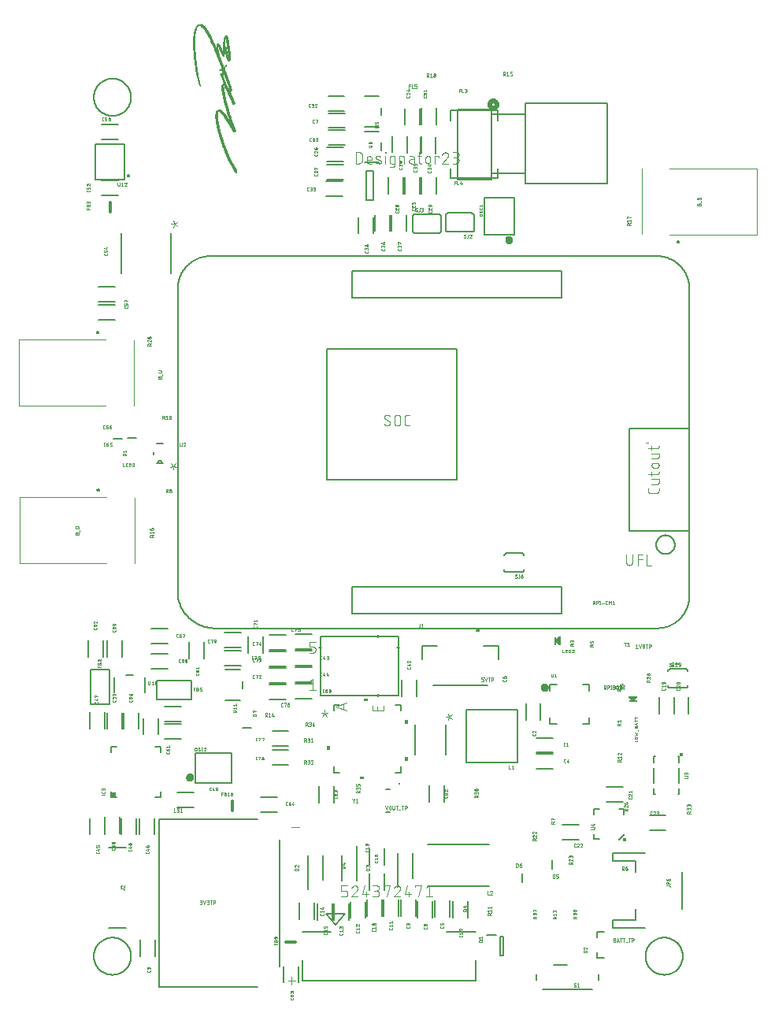
<source format=gbr>
G04 EAGLE Gerber RS-274X export*
G75*
%MOMM*%
%FSLAX34Y34*%
%LPD*%
%INSilkscreen Top*%
%IPPOS*%
%AMOC8*
5,1,8,0,0,1.08239X$1,22.5*%
G01*
%ADD10C,0.152400*%
%ADD11C,0.025400*%
%ADD12R,0.012700X0.304800*%
%ADD13R,0.012700X0.330200*%
%ADD14R,0.012700X0.368300*%
%ADD15R,0.012700X0.393700*%
%ADD16R,0.012700X0.406400*%
%ADD17R,0.012700X0.431800*%
%ADD18R,0.012700X0.457200*%
%ADD19R,0.012700X0.012700*%
%ADD20R,0.012700X0.482600*%
%ADD21R,0.012700X0.063500*%
%ADD22R,0.012700X0.508000*%
%ADD23R,0.012700X0.114300*%
%ADD24R,0.012700X0.165100*%
%ADD25R,0.012700X0.215900*%
%ADD26R,0.012700X0.520700*%
%ADD27R,0.012700X0.254000*%
%ADD28R,0.012700X0.355600*%
%ADD29R,0.012700X0.558800*%
%ADD30R,0.012700X0.266700*%
%ADD31R,0.012700X0.609600*%
%ADD32R,0.012700X0.317500*%
%ADD33R,0.012700X0.635000*%
%ADD34R,0.012700X0.342900*%
%ADD35R,0.012700X0.685800*%
%ADD36R,0.012700X0.381000*%
%ADD37R,0.012700X0.711200*%
%ADD38R,0.012700X0.419100*%
%ADD39R,0.012700X0.736600*%
%ADD40R,0.012700X0.762000*%
%ADD41R,0.012700X0.546100*%
%ADD42R,0.012700X0.787400*%
%ADD43R,0.012700X0.571500*%
%ADD44R,0.012700X0.800100*%
%ADD45R,0.012700X0.622300*%
%ADD46R,0.012700X0.495300*%
%ADD47R,0.012700X0.812800*%
%ADD48R,0.012700X0.647700*%
%ADD49R,0.012700X0.825500*%
%ADD50R,0.012700X0.698500*%
%ADD51R,0.012700X0.838200*%
%ADD52R,0.012700X0.723900*%
%ADD53R,0.012700X0.850900*%
%ADD54R,0.012700X0.863600*%
%ADD55R,0.012700X0.876300*%
%ADD56R,0.012700X0.889000*%
%ADD57R,0.012700X0.901700*%
%ADD58R,0.012700X0.927100*%
%ADD59R,0.012700X0.939800*%
%ADD60R,0.012700X0.952500*%
%ADD61R,0.012700X0.965200*%
%ADD62R,0.012700X0.749300*%
%ADD63R,0.012700X0.076200*%
%ADD64R,0.012700X0.977900*%
%ADD65R,0.012700X0.152400*%
%ADD66R,0.012700X0.990600*%
%ADD67R,0.012700X0.228600*%
%ADD68R,0.012700X1.003300*%
%ADD69R,0.012700X0.292100*%
%ADD70R,0.012700X1.028700*%
%ADD71R,0.012700X1.041400*%
%ADD72R,0.012700X1.066800*%
%ADD73R,0.012700X0.444500*%
%ADD74R,0.012700X1.079500*%
%ADD75R,0.012700X1.092200*%
%ADD76R,0.012700X0.533400*%
%ADD77R,0.012700X1.130300*%
%ADD78R,0.012700X0.596900*%
%ADD79R,0.012700X1.143000*%
%ADD80R,0.012700X1.168400*%
%ADD81R,0.012700X0.673100*%
%ADD82R,0.012700X1.181100*%
%ADD83R,0.012700X1.193800*%
%ADD84R,0.012700X1.485900*%
%ADD85R,0.012700X1.219200*%
%ADD86R,0.012700X1.498600*%
%ADD87R,0.012700X1.231900*%
%ADD88R,0.012700X1.524000*%
%ADD89R,0.012700X1.536700*%
%ADD90R,0.012700X1.549400*%
%ADD91R,0.012700X1.282700*%
%ADD92R,0.012700X1.562100*%
%ADD93R,0.012700X1.371600*%
%ADD94R,0.012700X1.587500*%
%ADD95R,0.012700X1.689100*%
%ADD96R,0.012700X1.790700*%
%ADD97R,0.012700X1.879600*%
%ADD98R,0.012700X1.968500*%
%ADD99R,0.012700X2.057400*%
%ADD100R,0.012700X0.774700*%
%ADD101R,0.012700X2.146300*%
%ADD102R,0.012700X2.222500*%
%ADD103R,0.012700X0.660400*%
%ADD104R,0.012700X1.625600*%
%ADD105R,0.012700X1.473200*%
%ADD106R,0.012700X1.435100*%
%ADD107R,0.012700X0.469900*%
%ADD108R,0.012700X1.397000*%
%ADD109R,0.012700X0.584200*%
%ADD110R,0.012700X1.358900*%
%ADD111R,0.012700X1.320800*%
%ADD112R,0.012700X1.257300*%
%ADD113R,0.012700X1.206500*%
%ADD114R,0.012700X1.054100*%
%ADD115R,0.012700X0.139700*%
%ADD116R,0.012700X0.177800*%
%ADD117R,0.012700X0.025400*%
%ADD118R,0.012700X1.892300*%
%ADD119R,0.012700X1.930400*%
%ADD120R,0.012700X0.127000*%
%ADD121R,0.012700X1.943100*%
%ADD122R,0.012700X1.104900*%
%ADD123R,0.012700X1.917700*%
%ADD124R,0.012700X1.828800*%
%ADD125R,0.012700X1.244600*%
%ADD126R,0.012700X0.241300*%
%ADD127R,0.012700X1.778000*%
%ADD128R,0.012700X1.727200*%
%ADD129R,0.012700X1.295400*%
%ADD130R,0.012700X0.203200*%
%ADD131R,0.012700X1.676400*%
%ADD132R,0.012700X1.384300*%
%ADD133R,0.012700X0.914400*%
%ADD134R,0.012700X1.612900*%
%ADD135R,0.012700X1.651000*%
%ADD136R,0.012700X1.574800*%
%ADD137R,0.012700X1.016000*%
%ADD138R,0.012700X1.511300*%
%ADD139R,0.012700X1.701800*%
%ADD140R,0.012700X0.279400*%
%ADD141R,0.012700X0.088900*%
%ADD142R,0.012700X0.101600*%
%ADD143R,0.012700X0.050800*%
%ADD144R,0.012700X0.038100*%
%ADD145R,0.012700X0.190500*%
%ADD146R,0.012700X1.117600*%
%ADD147R,0.012700X1.409700*%
%ADD148R,0.012700X1.993900*%
%ADD149R,0.012700X1.460500*%
%ADD150R,0.012700X1.854200*%
%ADD151R,0.012700X1.333500*%
%ADD152R,0.012700X1.714500*%
%ADD153R,0.012700X1.638300*%
%ADD154R,0.012700X1.447800*%
%ADD155R,0.012700X1.155700*%
%ADD156R,0.012700X1.346200*%
%ADD157R,0.012700X3.606800*%
%ADD158R,0.012700X3.454400*%
%ADD159R,0.012700X3.314700*%
%ADD160R,0.012700X3.162300*%
%ADD161R,0.012700X2.997200*%
%ADD162R,0.012700X2.844800*%
%ADD163R,0.012700X2.679700*%
%ADD164R,0.012700X2.501900*%
%ADD165R,0.012700X2.286000*%
%ADD166R,0.012700X2.044700*%
%ADD167C,0.127000*%
%ADD168C,0.076200*%
%ADD169C,0.200000*%
%ADD170C,0.203200*%
%ADD171R,0.889000X0.190500*%
%ADD172R,0.190500X0.889000*%
%ADD173C,0.101600*%
%ADD174C,0.381000*%
%ADD175C,0.406400*%
%ADD176C,0.050800*%
%ADD177C,0.447213*%
%ADD178C,0.438631*%
%ADD179R,0.500000X0.500000*%
%ADD180C,0.304800*%
%ADD181C,0.508000*%
%ADD182C,0.100000*%
%ADD183C,0.100000*%
%ADD184C,0.200000*%

G36*
X524182Y420082D02*
X524182Y420082D01*
X524199Y420080D01*
X524302Y420102D01*
X524407Y420120D01*
X524422Y420128D01*
X524440Y420132D01*
X524530Y420186D01*
X524624Y420236D01*
X524636Y420249D01*
X524651Y420258D01*
X524720Y420338D01*
X524792Y420415D01*
X524799Y420432D01*
X524811Y420445D01*
X524850Y420543D01*
X524894Y420639D01*
X524896Y420657D01*
X524903Y420673D01*
X524921Y420840D01*
X524921Y428460D01*
X524919Y428477D01*
X524920Y428492D01*
X524920Y428495D01*
X524899Y428599D01*
X524882Y428703D01*
X524873Y428718D01*
X524870Y428736D01*
X524816Y428827D01*
X524766Y428920D01*
X524754Y428932D01*
X524745Y428948D01*
X524665Y429017D01*
X524588Y429090D01*
X524572Y429097D01*
X524558Y429109D01*
X524461Y429149D01*
X524365Y429193D01*
X524347Y429195D01*
X524331Y429202D01*
X524225Y429209D01*
X524121Y429220D01*
X524103Y429216D01*
X524085Y429218D01*
X523983Y429190D01*
X523910Y429174D01*
X523907Y429174D01*
X523880Y429168D01*
X523865Y429159D01*
X523848Y429154D01*
X523703Y429069D01*
X518623Y425259D01*
X518620Y425256D01*
X518617Y425254D01*
X518535Y425167D01*
X518453Y425082D01*
X518451Y425078D01*
X518448Y425075D01*
X518398Y424966D01*
X518348Y424859D01*
X518348Y424855D01*
X518346Y424851D01*
X518333Y424733D01*
X518320Y424615D01*
X518320Y424611D01*
X518320Y424606D01*
X518346Y424490D01*
X518371Y424374D01*
X518373Y424370D01*
X518374Y424366D01*
X518435Y424264D01*
X518496Y424162D01*
X518499Y424159D01*
X518501Y424156D01*
X518623Y424041D01*
X523703Y420231D01*
X523719Y420223D01*
X523732Y420211D01*
X523828Y420166D01*
X523921Y420117D01*
X523939Y420114D01*
X523955Y420107D01*
X524060Y420095D01*
X524164Y420079D01*
X524182Y420082D01*
G37*
G36*
X602569Y358840D02*
X602569Y358840D01*
X602574Y358840D01*
X602690Y358866D01*
X602806Y358891D01*
X602810Y358893D01*
X602814Y358894D01*
X602916Y358955D01*
X603018Y359016D01*
X603021Y359019D01*
X603024Y359021D01*
X603139Y359143D01*
X606949Y364223D01*
X606957Y364239D01*
X606970Y364252D01*
X607014Y364348D01*
X607063Y364441D01*
X607066Y364459D01*
X607073Y364475D01*
X607085Y364580D01*
X607101Y364684D01*
X607098Y364702D01*
X607100Y364719D01*
X607078Y364822D01*
X607060Y364927D01*
X607052Y364942D01*
X607048Y364960D01*
X606994Y365050D01*
X606944Y365144D01*
X606931Y365156D01*
X606922Y365171D01*
X606842Y365240D01*
X606765Y365312D01*
X606748Y365319D01*
X606735Y365331D01*
X606637Y365370D01*
X606541Y365414D01*
X606523Y365416D01*
X606507Y365423D01*
X606340Y365441D01*
X598720Y365441D01*
X598702Y365438D01*
X598685Y365440D01*
X598581Y365419D01*
X598477Y365402D01*
X598462Y365393D01*
X598444Y365390D01*
X598353Y365336D01*
X598260Y365286D01*
X598248Y365274D01*
X598232Y365265D01*
X598163Y365185D01*
X598091Y365108D01*
X598083Y365092D01*
X598071Y365078D01*
X598031Y364981D01*
X597987Y364885D01*
X597985Y364867D01*
X597978Y364851D01*
X597971Y364745D01*
X597960Y364641D01*
X597964Y364623D01*
X597962Y364605D01*
X597990Y364503D01*
X598012Y364400D01*
X598021Y364385D01*
X598026Y364368D01*
X598111Y364223D01*
X601921Y359143D01*
X601924Y359140D01*
X601926Y359137D01*
X602013Y359055D01*
X602098Y358973D01*
X602102Y358971D01*
X602105Y358968D01*
X602214Y358918D01*
X602321Y358868D01*
X602325Y358868D01*
X602329Y358866D01*
X602447Y358853D01*
X602565Y358840D01*
X602569Y358840D01*
G37*
G36*
X317107Y360085D02*
X317107Y360085D01*
X317109Y360084D01*
X317152Y360104D01*
X317196Y360122D01*
X317196Y360124D01*
X317198Y360125D01*
X317231Y360210D01*
X317231Y362750D01*
X317230Y362752D01*
X317231Y362754D01*
X317211Y362797D01*
X317193Y362841D01*
X317191Y362841D01*
X317190Y362843D01*
X317105Y362876D01*
X313295Y362876D01*
X313293Y362875D01*
X313291Y362876D01*
X313248Y362856D01*
X313204Y362838D01*
X313204Y362836D01*
X313202Y362835D01*
X313169Y362750D01*
X313169Y360210D01*
X313170Y360208D01*
X313169Y360206D01*
X313189Y360163D01*
X313207Y360119D01*
X313209Y360119D01*
X313210Y360117D01*
X313295Y360084D01*
X317105Y360084D01*
X317107Y360085D01*
G37*
G36*
X360382Y335540D02*
X360382Y335540D01*
X360384Y335539D01*
X360427Y335559D01*
X360471Y335577D01*
X360471Y335579D01*
X360473Y335580D01*
X360506Y335665D01*
X360506Y339475D01*
X360505Y339477D01*
X360506Y339479D01*
X360486Y339522D01*
X360468Y339566D01*
X360466Y339566D01*
X360465Y339568D01*
X360380Y339601D01*
X357840Y339601D01*
X357838Y339600D01*
X357836Y339601D01*
X357793Y339581D01*
X357749Y339563D01*
X357749Y339561D01*
X357747Y339560D01*
X357714Y339475D01*
X357714Y335665D01*
X357715Y335663D01*
X357714Y335661D01*
X357734Y335618D01*
X357752Y335574D01*
X357754Y335574D01*
X357755Y335572D01*
X357840Y335539D01*
X360380Y335539D01*
X360382Y335540D01*
G37*
G36*
X276562Y307540D02*
X276562Y307540D01*
X276564Y307539D01*
X276607Y307559D01*
X276651Y307577D01*
X276651Y307579D01*
X276653Y307580D01*
X276686Y307665D01*
X276686Y311475D01*
X276685Y311477D01*
X276686Y311479D01*
X276666Y311522D01*
X276648Y311566D01*
X276646Y311566D01*
X276645Y311568D01*
X276560Y311601D01*
X274020Y311601D01*
X274018Y311600D01*
X274016Y311601D01*
X273973Y311581D01*
X273929Y311563D01*
X273929Y311561D01*
X273927Y311560D01*
X273894Y311475D01*
X273894Y307665D01*
X273895Y307663D01*
X273894Y307661D01*
X273914Y307618D01*
X273932Y307574D01*
X273934Y307574D01*
X273935Y307572D01*
X274020Y307539D01*
X276560Y307539D01*
X276562Y307540D01*
G37*
G36*
X360382Y295540D02*
X360382Y295540D01*
X360384Y295539D01*
X360427Y295559D01*
X360471Y295577D01*
X360471Y295579D01*
X360473Y295580D01*
X360506Y295665D01*
X360506Y299475D01*
X360505Y299477D01*
X360506Y299479D01*
X360486Y299522D01*
X360468Y299566D01*
X360466Y299566D01*
X360465Y299568D01*
X360380Y299601D01*
X357840Y299601D01*
X357838Y299600D01*
X357836Y299601D01*
X357793Y299581D01*
X357749Y299563D01*
X357749Y299561D01*
X357747Y299560D01*
X357714Y299475D01*
X357714Y295665D01*
X357715Y295663D01*
X357714Y295661D01*
X357734Y295618D01*
X357752Y295574D01*
X357754Y295574D01*
X357755Y295572D01*
X357840Y295539D01*
X360380Y295539D01*
X360382Y295540D01*
G37*
G36*
X313107Y276265D02*
X313107Y276265D01*
X313109Y276264D01*
X313152Y276284D01*
X313196Y276302D01*
X313196Y276304D01*
X313198Y276305D01*
X313231Y276390D01*
X313231Y278930D01*
X313230Y278932D01*
X313231Y278934D01*
X313211Y278977D01*
X313193Y279021D01*
X313191Y279021D01*
X313190Y279023D01*
X313105Y279056D01*
X309295Y279056D01*
X309293Y279055D01*
X309291Y279056D01*
X309248Y279036D01*
X309204Y279018D01*
X309204Y279016D01*
X309202Y279015D01*
X309169Y278930D01*
X309169Y276390D01*
X309170Y276388D01*
X309169Y276386D01*
X309189Y276343D01*
X309207Y276299D01*
X309209Y276299D01*
X309210Y276297D01*
X309295Y276264D01*
X313105Y276264D01*
X313107Y276265D01*
G37*
D10*
X450820Y920410D02*
X413820Y920410D01*
X413820Y995410D01*
X450820Y995410D01*
X450820Y990410D01*
X450820Y927410D01*
X450820Y920410D01*
X450820Y927410D02*
X486820Y927410D01*
X486820Y990410D01*
X450820Y990410D01*
X486820Y1001410D02*
X486820Y916410D01*
X486820Y1002410D02*
X574820Y1002410D01*
X574820Y916410D01*
X486820Y916410D01*
D11*
X138185Y141727D02*
X137127Y141727D01*
X138185Y141727D02*
X138249Y141729D01*
X138313Y141735D01*
X138376Y141744D01*
X138438Y141758D01*
X138500Y141775D01*
X138560Y141796D01*
X138619Y141820D01*
X138677Y141848D01*
X138732Y141880D01*
X138786Y141914D01*
X138837Y141952D01*
X138887Y141993D01*
X138933Y142037D01*
X138977Y142083D01*
X139018Y142133D01*
X139056Y142184D01*
X139090Y142238D01*
X139122Y142293D01*
X139150Y142351D01*
X139174Y142410D01*
X139195Y142470D01*
X139212Y142532D01*
X139226Y142594D01*
X139235Y142657D01*
X139241Y142721D01*
X139243Y142785D01*
X139241Y142849D01*
X139235Y142913D01*
X139226Y142976D01*
X139212Y143038D01*
X139195Y143100D01*
X139174Y143160D01*
X139150Y143219D01*
X139122Y143277D01*
X139090Y143332D01*
X139056Y143386D01*
X139018Y143437D01*
X138977Y143487D01*
X138933Y143533D01*
X138887Y143577D01*
X138837Y143618D01*
X138786Y143656D01*
X138732Y143690D01*
X138677Y143722D01*
X138619Y143750D01*
X138560Y143774D01*
X138500Y143795D01*
X138438Y143812D01*
X138376Y143826D01*
X138313Y143835D01*
X138249Y143841D01*
X138185Y143843D01*
X138397Y145537D02*
X137127Y145537D01*
X138397Y145537D02*
X138454Y145535D01*
X138510Y145529D01*
X138566Y145520D01*
X138621Y145507D01*
X138675Y145490D01*
X138728Y145470D01*
X138779Y145446D01*
X138829Y145419D01*
X138876Y145388D01*
X138922Y145355D01*
X138965Y145318D01*
X139006Y145279D01*
X139044Y145237D01*
X139079Y145192D01*
X139111Y145146D01*
X139140Y145097D01*
X139165Y145047D01*
X139187Y144994D01*
X139206Y144941D01*
X139221Y144886D01*
X139232Y144831D01*
X139240Y144775D01*
X139244Y144718D01*
X139244Y144662D01*
X139240Y144605D01*
X139232Y144549D01*
X139221Y144494D01*
X139206Y144439D01*
X139187Y144386D01*
X139165Y144333D01*
X139140Y144283D01*
X139111Y144234D01*
X139079Y144188D01*
X139044Y144143D01*
X139006Y144101D01*
X138965Y144062D01*
X138922Y144025D01*
X138876Y143992D01*
X138829Y143961D01*
X138779Y143934D01*
X138728Y143910D01*
X138675Y143890D01*
X138621Y143873D01*
X138566Y143860D01*
X138510Y143851D01*
X138454Y143845D01*
X138397Y143843D01*
X138397Y143844D02*
X137550Y143844D01*
X140573Y145537D02*
X141843Y141727D01*
X143113Y145537D01*
X144442Y141727D02*
X145500Y141727D01*
X145564Y141729D01*
X145628Y141735D01*
X145691Y141744D01*
X145753Y141758D01*
X145815Y141775D01*
X145875Y141796D01*
X145934Y141820D01*
X145992Y141848D01*
X146047Y141880D01*
X146101Y141914D01*
X146152Y141952D01*
X146202Y141993D01*
X146248Y142037D01*
X146292Y142083D01*
X146333Y142133D01*
X146371Y142184D01*
X146405Y142238D01*
X146437Y142293D01*
X146465Y142351D01*
X146489Y142410D01*
X146510Y142470D01*
X146527Y142532D01*
X146541Y142594D01*
X146550Y142657D01*
X146556Y142721D01*
X146558Y142785D01*
X146556Y142849D01*
X146550Y142913D01*
X146541Y142976D01*
X146527Y143038D01*
X146510Y143100D01*
X146489Y143160D01*
X146465Y143219D01*
X146437Y143277D01*
X146405Y143332D01*
X146371Y143386D01*
X146333Y143437D01*
X146292Y143487D01*
X146248Y143533D01*
X146202Y143577D01*
X146152Y143618D01*
X146101Y143656D01*
X146047Y143690D01*
X145992Y143722D01*
X145934Y143750D01*
X145875Y143774D01*
X145815Y143795D01*
X145753Y143812D01*
X145691Y143826D01*
X145628Y143835D01*
X145564Y143841D01*
X145500Y143843D01*
X145712Y145537D02*
X144442Y145537D01*
X145712Y145537D02*
X145769Y145535D01*
X145825Y145529D01*
X145881Y145520D01*
X145936Y145507D01*
X145990Y145490D01*
X146043Y145470D01*
X146094Y145446D01*
X146144Y145419D01*
X146191Y145388D01*
X146237Y145355D01*
X146280Y145318D01*
X146321Y145279D01*
X146359Y145237D01*
X146394Y145192D01*
X146426Y145146D01*
X146455Y145097D01*
X146480Y145047D01*
X146502Y144994D01*
X146521Y144941D01*
X146536Y144886D01*
X146547Y144831D01*
X146555Y144775D01*
X146559Y144718D01*
X146559Y144662D01*
X146555Y144605D01*
X146547Y144549D01*
X146536Y144494D01*
X146521Y144439D01*
X146502Y144386D01*
X146480Y144333D01*
X146455Y144283D01*
X146426Y144234D01*
X146394Y144188D01*
X146359Y144143D01*
X146321Y144101D01*
X146280Y144062D01*
X146237Y144025D01*
X146191Y143992D01*
X146144Y143961D01*
X146094Y143934D01*
X146043Y143910D01*
X145990Y143890D01*
X145936Y143873D01*
X145881Y143860D01*
X145825Y143851D01*
X145769Y143845D01*
X145712Y143843D01*
X145712Y143844D02*
X144865Y143844D01*
X148914Y145537D02*
X148914Y141727D01*
X147856Y145537D02*
X149973Y145537D01*
X151440Y145537D02*
X151440Y141727D01*
X151440Y145537D02*
X152498Y145537D01*
X152562Y145535D01*
X152626Y145529D01*
X152689Y145520D01*
X152751Y145506D01*
X152813Y145489D01*
X152873Y145468D01*
X152932Y145444D01*
X152990Y145416D01*
X153045Y145384D01*
X153099Y145350D01*
X153150Y145312D01*
X153200Y145271D01*
X153246Y145227D01*
X153290Y145181D01*
X153331Y145131D01*
X153369Y145080D01*
X153403Y145026D01*
X153435Y144971D01*
X153463Y144913D01*
X153487Y144854D01*
X153508Y144794D01*
X153525Y144732D01*
X153539Y144670D01*
X153548Y144607D01*
X153554Y144543D01*
X153556Y144479D01*
X153554Y144415D01*
X153548Y144351D01*
X153539Y144288D01*
X153525Y144226D01*
X153508Y144164D01*
X153487Y144104D01*
X153463Y144045D01*
X153435Y143987D01*
X153403Y143932D01*
X153369Y143878D01*
X153331Y143827D01*
X153290Y143777D01*
X153246Y143731D01*
X153200Y143687D01*
X153150Y143646D01*
X153099Y143608D01*
X153045Y143574D01*
X152990Y143542D01*
X152932Y143514D01*
X152873Y143490D01*
X152813Y143469D01*
X152751Y143452D01*
X152689Y143438D01*
X152626Y143429D01*
X152562Y143423D01*
X152498Y143421D01*
X152498Y143420D02*
X151440Y143420D01*
X439768Y381249D02*
X441038Y381249D01*
X441093Y381251D01*
X441149Y381256D01*
X441203Y381265D01*
X441257Y381278D01*
X441310Y381294D01*
X441362Y381313D01*
X441413Y381336D01*
X441462Y381362D01*
X441509Y381392D01*
X441554Y381424D01*
X441596Y381459D01*
X441637Y381497D01*
X441675Y381538D01*
X441710Y381580D01*
X441742Y381625D01*
X441772Y381673D01*
X441798Y381721D01*
X441821Y381772D01*
X441840Y381824D01*
X441856Y381877D01*
X441869Y381931D01*
X441878Y381985D01*
X441883Y382041D01*
X441885Y382096D01*
X441885Y382519D01*
X441883Y382574D01*
X441878Y382630D01*
X441869Y382684D01*
X441856Y382738D01*
X441840Y382791D01*
X441821Y382843D01*
X441798Y382894D01*
X441772Y382943D01*
X441742Y382990D01*
X441710Y383035D01*
X441675Y383077D01*
X441637Y383118D01*
X441596Y383156D01*
X441554Y383191D01*
X441509Y383223D01*
X441462Y383253D01*
X441413Y383279D01*
X441362Y383302D01*
X441310Y383321D01*
X441257Y383337D01*
X441203Y383350D01*
X441149Y383359D01*
X441093Y383364D01*
X441038Y383366D01*
X439768Y383366D01*
X439768Y385059D01*
X441885Y385059D01*
X443214Y385059D02*
X444484Y381249D01*
X445754Y385059D01*
X447898Y385059D02*
X447898Y381249D01*
X446839Y385059D02*
X448956Y385059D01*
X450423Y385059D02*
X450423Y381249D01*
X450423Y385059D02*
X451482Y385059D01*
X451546Y385057D01*
X451610Y385051D01*
X451673Y385042D01*
X451735Y385028D01*
X451797Y385011D01*
X451857Y384990D01*
X451916Y384966D01*
X451974Y384938D01*
X452029Y384906D01*
X452083Y384872D01*
X452134Y384834D01*
X452184Y384793D01*
X452230Y384749D01*
X452274Y384703D01*
X452315Y384653D01*
X452353Y384602D01*
X452387Y384548D01*
X452419Y384493D01*
X452447Y384435D01*
X452471Y384376D01*
X452492Y384316D01*
X452509Y384254D01*
X452523Y384192D01*
X452532Y384129D01*
X452538Y384065D01*
X452540Y384001D01*
X452538Y383937D01*
X452532Y383873D01*
X452523Y383810D01*
X452509Y383748D01*
X452492Y383686D01*
X452471Y383626D01*
X452447Y383567D01*
X452419Y383509D01*
X452387Y383454D01*
X452353Y383400D01*
X452315Y383349D01*
X452274Y383299D01*
X452230Y383253D01*
X452184Y383209D01*
X452134Y383168D01*
X452083Y383130D01*
X452029Y383096D01*
X451974Y383064D01*
X451916Y383036D01*
X451857Y383012D01*
X451797Y382991D01*
X451735Y382974D01*
X451673Y382960D01*
X451610Y382951D01*
X451546Y382945D01*
X451482Y382943D01*
X451482Y382942D02*
X450423Y382942D01*
X605584Y420026D02*
X606642Y420873D01*
X606642Y417063D01*
X605584Y417063D02*
X607700Y417063D01*
X610299Y417063D02*
X609029Y420873D01*
X611569Y420873D02*
X610299Y417063D01*
X612899Y418121D02*
X612901Y418185D01*
X612907Y418249D01*
X612916Y418312D01*
X612930Y418374D01*
X612947Y418436D01*
X612968Y418496D01*
X612992Y418555D01*
X613020Y418613D01*
X613052Y418668D01*
X613086Y418722D01*
X613124Y418773D01*
X613165Y418823D01*
X613209Y418869D01*
X613255Y418913D01*
X613305Y418954D01*
X613356Y418992D01*
X613410Y419026D01*
X613465Y419058D01*
X613523Y419086D01*
X613582Y419110D01*
X613642Y419131D01*
X613704Y419148D01*
X613766Y419162D01*
X613829Y419171D01*
X613893Y419177D01*
X613957Y419179D01*
X614021Y419177D01*
X614085Y419171D01*
X614148Y419162D01*
X614210Y419148D01*
X614272Y419131D01*
X614332Y419110D01*
X614391Y419086D01*
X614449Y419058D01*
X614504Y419026D01*
X614558Y418992D01*
X614609Y418954D01*
X614659Y418913D01*
X614705Y418869D01*
X614749Y418823D01*
X614790Y418773D01*
X614828Y418722D01*
X614862Y418668D01*
X614894Y418613D01*
X614922Y418555D01*
X614946Y418496D01*
X614967Y418436D01*
X614984Y418374D01*
X614998Y418312D01*
X615007Y418249D01*
X615013Y418185D01*
X615015Y418121D01*
X615013Y418057D01*
X615007Y417993D01*
X614998Y417930D01*
X614984Y417868D01*
X614967Y417806D01*
X614946Y417746D01*
X614922Y417687D01*
X614894Y417629D01*
X614862Y417574D01*
X614828Y417520D01*
X614790Y417469D01*
X614749Y417419D01*
X614705Y417373D01*
X614659Y417329D01*
X614609Y417288D01*
X614558Y417250D01*
X614504Y417216D01*
X614449Y417184D01*
X614391Y417156D01*
X614332Y417132D01*
X614272Y417111D01*
X614210Y417094D01*
X614148Y417080D01*
X614085Y417071D01*
X614021Y417065D01*
X613957Y417063D01*
X613893Y417065D01*
X613829Y417071D01*
X613766Y417080D01*
X613704Y417094D01*
X613642Y417111D01*
X613582Y417132D01*
X613523Y417156D01*
X613465Y417184D01*
X613410Y417216D01*
X613356Y417250D01*
X613305Y417288D01*
X613255Y417329D01*
X613209Y417373D01*
X613165Y417419D01*
X613124Y417469D01*
X613086Y417520D01*
X613052Y417574D01*
X613020Y417629D01*
X612992Y417687D01*
X612968Y417746D01*
X612947Y417806D01*
X612930Y417868D01*
X612916Y417930D01*
X612907Y417993D01*
X612901Y418057D01*
X612899Y418121D01*
X613110Y420026D02*
X613112Y420083D01*
X613118Y420139D01*
X613127Y420195D01*
X613140Y420250D01*
X613157Y420304D01*
X613177Y420357D01*
X613201Y420408D01*
X613228Y420458D01*
X613259Y420505D01*
X613292Y420551D01*
X613329Y420594D01*
X613368Y420635D01*
X613410Y420673D01*
X613455Y420708D01*
X613501Y420740D01*
X613550Y420769D01*
X613600Y420794D01*
X613653Y420816D01*
X613706Y420835D01*
X613761Y420850D01*
X613816Y420861D01*
X613872Y420869D01*
X613929Y420873D01*
X613985Y420873D01*
X614042Y420869D01*
X614098Y420861D01*
X614153Y420850D01*
X614208Y420835D01*
X614261Y420816D01*
X614314Y420794D01*
X614364Y420769D01*
X614413Y420740D01*
X614459Y420708D01*
X614504Y420673D01*
X614546Y420635D01*
X614585Y420594D01*
X614622Y420551D01*
X614655Y420505D01*
X614686Y420458D01*
X614713Y420408D01*
X614737Y420357D01*
X614757Y420304D01*
X614774Y420250D01*
X614787Y420195D01*
X614796Y420139D01*
X614802Y420083D01*
X614804Y420026D01*
X614802Y419969D01*
X614796Y419913D01*
X614787Y419857D01*
X614774Y419802D01*
X614757Y419748D01*
X614737Y419695D01*
X614713Y419644D01*
X614686Y419594D01*
X614655Y419547D01*
X614622Y419501D01*
X614585Y419458D01*
X614546Y419417D01*
X614504Y419379D01*
X614459Y419344D01*
X614413Y419312D01*
X614364Y419283D01*
X614314Y419258D01*
X614261Y419236D01*
X614208Y419217D01*
X614153Y419202D01*
X614098Y419191D01*
X614042Y419183D01*
X613985Y419179D01*
X613929Y419179D01*
X613872Y419183D01*
X613816Y419191D01*
X613761Y419202D01*
X613706Y419217D01*
X613653Y419236D01*
X613600Y419258D01*
X613550Y419283D01*
X613501Y419312D01*
X613455Y419344D01*
X613410Y419379D01*
X613368Y419417D01*
X613329Y419458D01*
X613292Y419501D01*
X613259Y419547D01*
X613228Y419594D01*
X613201Y419644D01*
X613177Y419695D01*
X613157Y419748D01*
X613140Y419802D01*
X613127Y419857D01*
X613118Y419913D01*
X613112Y419969D01*
X613110Y420026D01*
X617371Y420873D02*
X617371Y417063D01*
X616312Y420873D02*
X618429Y420873D01*
X619896Y420873D02*
X619896Y417063D01*
X619896Y420873D02*
X620955Y420873D01*
X621019Y420871D01*
X621083Y420865D01*
X621146Y420856D01*
X621208Y420842D01*
X621270Y420825D01*
X621330Y420804D01*
X621389Y420780D01*
X621447Y420752D01*
X621502Y420720D01*
X621556Y420686D01*
X621607Y420648D01*
X621657Y420607D01*
X621703Y420563D01*
X621747Y420517D01*
X621788Y420467D01*
X621826Y420416D01*
X621860Y420362D01*
X621892Y420307D01*
X621920Y420249D01*
X621944Y420190D01*
X621965Y420130D01*
X621982Y420068D01*
X621996Y420006D01*
X622005Y419943D01*
X622011Y419879D01*
X622013Y419815D01*
X622011Y419751D01*
X622005Y419687D01*
X621996Y419624D01*
X621982Y419562D01*
X621965Y419500D01*
X621944Y419440D01*
X621920Y419381D01*
X621892Y419323D01*
X621860Y419268D01*
X621826Y419214D01*
X621788Y419163D01*
X621747Y419113D01*
X621703Y419067D01*
X621657Y419023D01*
X621607Y418982D01*
X621556Y418944D01*
X621502Y418910D01*
X621447Y418878D01*
X621389Y418850D01*
X621330Y418826D01*
X621270Y418805D01*
X621208Y418788D01*
X621146Y418774D01*
X621083Y418765D01*
X621019Y418759D01*
X620955Y418757D01*
X620955Y418756D02*
X619896Y418756D01*
X336517Y247137D02*
X337787Y243327D01*
X339057Y247137D01*
X340386Y246079D02*
X340386Y244385D01*
X340387Y246079D02*
X340389Y246143D01*
X340395Y246207D01*
X340404Y246270D01*
X340418Y246332D01*
X340435Y246394D01*
X340456Y246454D01*
X340480Y246513D01*
X340508Y246571D01*
X340540Y246626D01*
X340574Y246680D01*
X340612Y246731D01*
X340653Y246781D01*
X340697Y246827D01*
X340743Y246871D01*
X340793Y246912D01*
X340844Y246950D01*
X340898Y246984D01*
X340953Y247016D01*
X341011Y247044D01*
X341070Y247068D01*
X341130Y247089D01*
X341192Y247106D01*
X341254Y247120D01*
X341317Y247129D01*
X341381Y247135D01*
X341445Y247137D01*
X341509Y247135D01*
X341573Y247129D01*
X341636Y247120D01*
X341698Y247106D01*
X341760Y247089D01*
X341820Y247068D01*
X341879Y247044D01*
X341937Y247016D01*
X341992Y246984D01*
X342046Y246950D01*
X342097Y246912D01*
X342147Y246871D01*
X342193Y246827D01*
X342237Y246781D01*
X342278Y246731D01*
X342316Y246680D01*
X342350Y246626D01*
X342382Y246571D01*
X342410Y246513D01*
X342434Y246454D01*
X342455Y246394D01*
X342472Y246332D01*
X342486Y246270D01*
X342495Y246207D01*
X342501Y246143D01*
X342503Y246079D01*
X342503Y244385D01*
X342501Y244321D01*
X342495Y244257D01*
X342486Y244194D01*
X342472Y244132D01*
X342455Y244070D01*
X342434Y244010D01*
X342410Y243951D01*
X342382Y243893D01*
X342350Y243838D01*
X342316Y243784D01*
X342278Y243733D01*
X342237Y243683D01*
X342193Y243637D01*
X342147Y243593D01*
X342097Y243552D01*
X342046Y243514D01*
X341992Y243480D01*
X341937Y243448D01*
X341879Y243420D01*
X341820Y243396D01*
X341760Y243375D01*
X341698Y243358D01*
X341636Y243344D01*
X341573Y243335D01*
X341509Y243329D01*
X341445Y243327D01*
X341381Y243329D01*
X341317Y243335D01*
X341254Y243344D01*
X341192Y243358D01*
X341130Y243375D01*
X341070Y243396D01*
X341011Y243420D01*
X340953Y243448D01*
X340898Y243480D01*
X340844Y243514D01*
X340793Y243552D01*
X340743Y243593D01*
X340697Y243637D01*
X340653Y243683D01*
X340612Y243733D01*
X340574Y243784D01*
X340540Y243838D01*
X340508Y243893D01*
X340480Y243951D01*
X340456Y244010D01*
X340435Y244070D01*
X340418Y244132D01*
X340404Y244194D01*
X340395Y244257D01*
X340389Y244321D01*
X340387Y244385D01*
X344166Y244385D02*
X344166Y247137D01*
X344166Y244385D02*
X344168Y244321D01*
X344174Y244257D01*
X344183Y244194D01*
X344197Y244132D01*
X344214Y244070D01*
X344235Y244010D01*
X344259Y243951D01*
X344287Y243893D01*
X344319Y243838D01*
X344353Y243784D01*
X344391Y243733D01*
X344432Y243683D01*
X344476Y243637D01*
X344522Y243593D01*
X344572Y243552D01*
X344623Y243514D01*
X344677Y243480D01*
X344732Y243448D01*
X344790Y243420D01*
X344849Y243396D01*
X344909Y243375D01*
X344971Y243358D01*
X345033Y243344D01*
X345096Y243335D01*
X345160Y243329D01*
X345224Y243327D01*
X345288Y243329D01*
X345352Y243335D01*
X345415Y243344D01*
X345477Y243358D01*
X345539Y243375D01*
X345599Y243396D01*
X345658Y243420D01*
X345716Y243448D01*
X345771Y243480D01*
X345825Y243514D01*
X345876Y243552D01*
X345926Y243593D01*
X345972Y243637D01*
X346016Y243683D01*
X346057Y243733D01*
X346095Y243784D01*
X346129Y243838D01*
X346161Y243893D01*
X346189Y243951D01*
X346213Y244010D01*
X346234Y244070D01*
X346251Y244132D01*
X346265Y244194D01*
X346274Y244257D01*
X346280Y244321D01*
X346282Y244385D01*
X346282Y247137D01*
X348760Y247137D02*
X348760Y243327D01*
X347701Y247137D02*
X349818Y247137D01*
X350961Y242904D02*
X352654Y242904D01*
X354856Y243327D02*
X354856Y247137D01*
X355914Y247137D02*
X353797Y247137D01*
X357381Y247137D02*
X357381Y243327D01*
X357381Y247137D02*
X358440Y247137D01*
X358504Y247135D01*
X358568Y247129D01*
X358631Y247120D01*
X358693Y247106D01*
X358755Y247089D01*
X358815Y247068D01*
X358874Y247044D01*
X358932Y247016D01*
X358987Y246984D01*
X359041Y246950D01*
X359092Y246912D01*
X359142Y246871D01*
X359188Y246827D01*
X359232Y246781D01*
X359273Y246731D01*
X359311Y246680D01*
X359345Y246626D01*
X359377Y246571D01*
X359405Y246513D01*
X359429Y246454D01*
X359450Y246394D01*
X359467Y246332D01*
X359481Y246270D01*
X359490Y246207D01*
X359496Y246143D01*
X359498Y246079D01*
X359496Y246015D01*
X359490Y245951D01*
X359481Y245888D01*
X359467Y245826D01*
X359450Y245764D01*
X359429Y245704D01*
X359405Y245645D01*
X359377Y245587D01*
X359345Y245532D01*
X359311Y245478D01*
X359273Y245427D01*
X359232Y245377D01*
X359188Y245331D01*
X359142Y245287D01*
X359092Y245246D01*
X359041Y245208D01*
X358987Y245174D01*
X358932Y245142D01*
X358874Y245114D01*
X358815Y245090D01*
X358755Y245069D01*
X358693Y245052D01*
X358631Y245038D01*
X358568Y245029D01*
X358504Y245023D01*
X358440Y245021D01*
X358440Y245020D02*
X357381Y245020D01*
X581627Y103204D02*
X582685Y103204D01*
X582685Y103203D02*
X582749Y103201D01*
X582813Y103195D01*
X582876Y103186D01*
X582938Y103172D01*
X583000Y103155D01*
X583060Y103134D01*
X583119Y103110D01*
X583177Y103082D01*
X583232Y103050D01*
X583286Y103016D01*
X583337Y102978D01*
X583387Y102937D01*
X583433Y102893D01*
X583477Y102847D01*
X583518Y102797D01*
X583556Y102746D01*
X583590Y102692D01*
X583622Y102637D01*
X583650Y102579D01*
X583674Y102520D01*
X583695Y102460D01*
X583712Y102398D01*
X583726Y102336D01*
X583735Y102273D01*
X583741Y102209D01*
X583743Y102145D01*
X583741Y102081D01*
X583735Y102017D01*
X583726Y101954D01*
X583712Y101892D01*
X583695Y101830D01*
X583674Y101770D01*
X583650Y101711D01*
X583622Y101653D01*
X583590Y101598D01*
X583556Y101544D01*
X583518Y101493D01*
X583477Y101443D01*
X583433Y101397D01*
X583387Y101353D01*
X583337Y101312D01*
X583286Y101274D01*
X583232Y101240D01*
X583177Y101208D01*
X583119Y101180D01*
X583060Y101156D01*
X583000Y101135D01*
X582938Y101118D01*
X582876Y101104D01*
X582813Y101095D01*
X582749Y101089D01*
X582685Y101087D01*
X581627Y101087D01*
X581627Y104897D01*
X582685Y104897D01*
X582742Y104895D01*
X582798Y104889D01*
X582854Y104880D01*
X582909Y104867D01*
X582963Y104850D01*
X583016Y104830D01*
X583067Y104806D01*
X583117Y104779D01*
X583164Y104748D01*
X583210Y104715D01*
X583253Y104678D01*
X583294Y104639D01*
X583332Y104597D01*
X583367Y104552D01*
X583399Y104506D01*
X583428Y104457D01*
X583453Y104407D01*
X583475Y104354D01*
X583494Y104301D01*
X583509Y104246D01*
X583520Y104191D01*
X583528Y104135D01*
X583532Y104078D01*
X583532Y104022D01*
X583528Y103965D01*
X583520Y103909D01*
X583509Y103854D01*
X583494Y103799D01*
X583475Y103746D01*
X583453Y103693D01*
X583428Y103643D01*
X583399Y103594D01*
X583367Y103548D01*
X583332Y103503D01*
X583294Y103461D01*
X583253Y103422D01*
X583210Y103385D01*
X583164Y103352D01*
X583117Y103321D01*
X583067Y103294D01*
X583016Y103270D01*
X582963Y103250D01*
X582909Y103233D01*
X582854Y103220D01*
X582798Y103211D01*
X582742Y103205D01*
X582685Y103203D01*
X584903Y101087D02*
X586173Y104897D01*
X587443Y101087D01*
X587125Y102040D02*
X585220Y102040D01*
X589586Y101087D02*
X589586Y104897D01*
X588528Y104897D02*
X590645Y104897D01*
X592756Y104897D02*
X592756Y101087D01*
X591698Y104897D02*
X593815Y104897D01*
X594958Y100664D02*
X596651Y100664D01*
X598852Y101087D02*
X598852Y104897D01*
X597794Y104897D02*
X599911Y104897D01*
X601378Y104897D02*
X601378Y101087D01*
X601378Y104897D02*
X602436Y104897D01*
X602500Y104895D01*
X602564Y104889D01*
X602627Y104880D01*
X602689Y104866D01*
X602751Y104849D01*
X602811Y104828D01*
X602870Y104804D01*
X602928Y104776D01*
X602983Y104744D01*
X603037Y104710D01*
X603088Y104672D01*
X603138Y104631D01*
X603184Y104587D01*
X603228Y104541D01*
X603269Y104491D01*
X603307Y104440D01*
X603341Y104386D01*
X603373Y104331D01*
X603401Y104273D01*
X603425Y104214D01*
X603446Y104154D01*
X603463Y104092D01*
X603477Y104030D01*
X603486Y103967D01*
X603492Y103903D01*
X603494Y103839D01*
X603492Y103775D01*
X603486Y103711D01*
X603477Y103648D01*
X603463Y103586D01*
X603446Y103524D01*
X603425Y103464D01*
X603401Y103405D01*
X603373Y103347D01*
X603341Y103292D01*
X603307Y103238D01*
X603269Y103187D01*
X603228Y103137D01*
X603184Y103091D01*
X603138Y103047D01*
X603088Y103006D01*
X603037Y102968D01*
X602983Y102934D01*
X602928Y102902D01*
X602870Y102874D01*
X602811Y102850D01*
X602751Y102829D01*
X602689Y102812D01*
X602627Y102798D01*
X602564Y102789D01*
X602500Y102783D01*
X602436Y102781D01*
X602436Y102780D02*
X601378Y102780D01*
D12*
X176897Y929269D03*
D13*
X176770Y929396D03*
D14*
X176643Y929459D03*
D15*
X176516Y929586D03*
D16*
X176389Y929650D03*
D17*
X176262Y929777D03*
D18*
X176135Y929904D03*
D19*
X176135Y972639D03*
D20*
X176008Y930031D03*
D21*
X176008Y972639D03*
D22*
X175881Y930158D03*
D23*
X175881Y972766D03*
D22*
X175754Y930285D03*
D24*
X175754Y972893D03*
D22*
X175627Y930539D03*
D25*
X175627Y973020D03*
D26*
X175500Y930729D03*
D27*
X175500Y973211D03*
D26*
X175373Y930983D03*
D12*
X175373Y973338D03*
D22*
X175246Y931174D03*
D28*
X175246Y973465D03*
D22*
X175119Y931428D03*
D15*
X175119Y973655D03*
D21*
X175119Y1002484D03*
D26*
X174992Y931618D03*
D17*
X174992Y973719D03*
D23*
X174992Y1002611D03*
D26*
X174865Y931872D03*
D20*
X174865Y973846D03*
D24*
X174865Y1002738D03*
D26*
X174738Y932126D03*
X174738Y974036D03*
D25*
X174738Y1002865D03*
D22*
X174611Y932317D03*
D29*
X174611Y974100D03*
D30*
X174611Y1002992D03*
D26*
X174484Y932507D03*
D31*
X174484Y974227D03*
D32*
X174484Y1003119D03*
D26*
X174357Y932761D03*
D33*
X174357Y974354D03*
D34*
X174357Y1003246D03*
D22*
X174230Y932952D03*
D35*
X174230Y974481D03*
D36*
X174230Y1003310D03*
D22*
X174103Y933206D03*
D37*
X174103Y974608D03*
D38*
X174103Y1003500D03*
D22*
X173976Y933460D03*
D39*
X173976Y974862D03*
D18*
X173976Y1003564D03*
D26*
X173849Y933650D03*
D40*
X173849Y975116D03*
D22*
X173849Y1003691D03*
X173722Y933841D03*
D40*
X173722Y975370D03*
D41*
X173722Y1003754D03*
D22*
X173595Y934095D03*
D42*
X173595Y975624D03*
D43*
X173595Y1003881D03*
D22*
X173468Y934349D03*
D44*
X173468Y975941D03*
D45*
X173468Y1004008D03*
D46*
X173341Y934539D03*
D47*
X173341Y976132D03*
D48*
X173341Y1004135D03*
D22*
X173214Y934730D03*
D49*
X173214Y976449D03*
D50*
X173214Y1004262D03*
D22*
X173087Y934984D03*
D51*
X173087Y976640D03*
D52*
X173087Y1004389D03*
D46*
X172960Y935174D03*
D53*
X172960Y976957D03*
D52*
X172960Y1004643D03*
D46*
X172833Y935428D03*
D54*
X172833Y977275D03*
D39*
X172833Y1004961D03*
D22*
X172706Y935619D03*
D55*
X172706Y977465D03*
D39*
X172706Y1005215D03*
D22*
X172579Y935873D03*
D56*
X172579Y977783D03*
D39*
X172579Y1005469D03*
D46*
X172452Y936063D03*
D57*
X172452Y978100D03*
D39*
X172452Y1005850D03*
D46*
X172325Y936317D03*
D57*
X172325Y978354D03*
D39*
X172325Y1006104D03*
D22*
X172198Y936508D03*
D58*
X172198Y978608D03*
D39*
X172198Y1006485D03*
D22*
X172071Y936762D03*
D59*
X172071Y978926D03*
D39*
X172071Y1006739D03*
D46*
X171944Y936952D03*
D60*
X171944Y979243D03*
D39*
X171944Y1006993D03*
D22*
X171817Y937143D03*
D61*
X171817Y979434D03*
D62*
X171817Y1007310D03*
D63*
X171817Y1016645D03*
D22*
X171690Y937397D03*
D64*
X171690Y979751D03*
D39*
X171690Y1007628D03*
D65*
X171690Y1016772D03*
D22*
X171563Y937651D03*
D66*
X171563Y980069D03*
D39*
X171563Y1007882D03*
D67*
X171563Y1016899D03*
D46*
X171436Y937841D03*
D68*
X171436Y980386D03*
D39*
X171436Y1008263D03*
D69*
X171436Y1017089D03*
D22*
X171309Y938032D03*
D70*
X171309Y980640D03*
D52*
X171309Y1008580D03*
D34*
X171309Y1017216D03*
D22*
X171182Y938286D03*
D71*
X171182Y980958D03*
D52*
X171182Y1008834D03*
D15*
X171182Y1017343D03*
D26*
X171055Y938476D03*
D72*
X171055Y981212D03*
D39*
X171055Y1009152D03*
D73*
X171055Y1017470D03*
D26*
X170928Y938730D03*
D74*
X170928Y981529D03*
D52*
X170928Y1009469D03*
D46*
X170928Y1017597D03*
D26*
X170801Y938984D03*
D75*
X170801Y981847D03*
D52*
X170801Y1009723D03*
D41*
X170801Y1017724D03*
D76*
X170674Y939175D03*
D77*
X170674Y982164D03*
D52*
X170674Y1009977D03*
D78*
X170674Y1017851D03*
D76*
X170547Y939429D03*
D79*
X170547Y982482D03*
D52*
X170547Y1010231D03*
D33*
X170547Y1018042D03*
D76*
X170420Y939683D03*
D80*
X170420Y982736D03*
D37*
X170420Y1010549D03*
D81*
X170420Y1018232D03*
D67*
X170420Y1051443D03*
D76*
X170293Y939937D03*
D82*
X170293Y983053D03*
D37*
X170293Y1010803D03*
D52*
X170293Y1018359D03*
D20*
X170293Y1051951D03*
D76*
X170166Y940191D03*
D83*
X170166Y983371D03*
D84*
X170166Y1014930D03*
D48*
X170166Y1052522D03*
D41*
X170039Y940381D03*
D85*
X170039Y983625D03*
D86*
X170039Y1015248D03*
D44*
X170039Y1053157D03*
D41*
X169912Y940635D03*
D87*
X169912Y983942D03*
D86*
X169912Y1015629D03*
D61*
X169912Y1053729D03*
D41*
X169785Y940889D03*
D22*
X169785Y980450D03*
D39*
X169785Y986927D03*
D88*
X169785Y1016010D03*
D72*
X169785Y1054110D03*
D29*
X169658Y941080D03*
D46*
X169658Y980640D03*
D39*
X169658Y987308D03*
D89*
X169658Y1016327D03*
D82*
X169658Y1054554D03*
D29*
X169531Y941334D03*
D20*
X169531Y980831D03*
D62*
X169531Y987752D03*
D90*
X169531Y1016645D03*
D91*
X169531Y1054935D03*
D29*
X169404Y941588D03*
D46*
X169404Y981021D03*
D62*
X169404Y988133D03*
D92*
X169404Y1016962D03*
D93*
X169404Y1055253D03*
D43*
X169277Y941905D03*
D20*
X169277Y981212D03*
D62*
X169277Y988514D03*
D94*
X169277Y1017343D03*
D84*
X169277Y1055570D03*
D43*
X169150Y942159D03*
D46*
X169150Y981402D03*
D40*
X169150Y988959D03*
D47*
X169150Y1013724D03*
D37*
X169150Y1022106D03*
D94*
X169150Y1055951D03*
D43*
X169023Y942413D03*
D20*
X169023Y981593D03*
D40*
X169023Y989340D03*
D42*
X169023Y1013851D03*
D37*
X169023Y1022487D03*
D95*
X169023Y1056332D03*
D43*
X168896Y942667D03*
D20*
X168896Y981847D03*
D40*
X168896Y989721D03*
D39*
X168896Y1013851D03*
D52*
X168896Y1022804D03*
D96*
X168896Y1056713D03*
D78*
X168769Y942921D03*
D20*
X168769Y981974D03*
D40*
X168769Y990229D03*
D39*
X168769Y1014105D03*
D52*
X168769Y1023185D03*
D97*
X168769Y1057031D03*
D78*
X168642Y943175D03*
D20*
X168642Y982228D03*
D40*
X168642Y990610D03*
D52*
X168642Y1014295D03*
D39*
X168642Y1023503D03*
D98*
X168642Y1057475D03*
D78*
X168515Y943429D03*
D20*
X168515Y982482D03*
D40*
X168515Y990991D03*
D37*
X168515Y1014486D03*
D52*
X168515Y1023820D03*
D99*
X168515Y1057793D03*
D78*
X168388Y943683D03*
D20*
X168388Y982609D03*
D100*
X168388Y991435D03*
D50*
X168388Y1014676D03*
D52*
X168388Y1024201D03*
D101*
X168388Y1058110D03*
D31*
X168261Y944001D03*
D20*
X168261Y982863D03*
D100*
X168261Y991816D03*
D81*
X168261Y1014930D03*
D52*
X168261Y1024582D03*
D102*
X168261Y1058491D03*
D31*
X168134Y944255D03*
D46*
X168134Y983053D03*
D42*
X168134Y992261D03*
D103*
X168134Y1015121D03*
D52*
X168134Y1024963D03*
D46*
X168134Y1049855D03*
D104*
X168134Y1062111D03*
D31*
X168007Y944509D03*
D20*
X168007Y983244D03*
D42*
X168007Y992642D03*
D48*
X168007Y1015438D03*
D37*
X168007Y1025281D03*
D26*
X168007Y1050109D03*
D92*
X168007Y1063190D03*
D45*
X167880Y944826D03*
D20*
X167880Y983498D03*
D42*
X167880Y993150D03*
D33*
X167880Y1015629D03*
D37*
X167880Y1025662D03*
D43*
X167880Y1050363D03*
D86*
X167880Y1064143D03*
D45*
X167753Y945080D03*
D20*
X167753Y983625D03*
D44*
X167753Y993594D03*
D45*
X167753Y1015946D03*
D37*
X167753Y1026043D03*
D31*
X167753Y1050681D03*
D105*
X167753Y1064905D03*
D45*
X167626Y945334D03*
D20*
X167626Y983879D03*
D44*
X167626Y993975D03*
D31*
X167626Y1016137D03*
D50*
X167626Y1026360D03*
D48*
X167626Y1050998D03*
D106*
X167626Y1065603D03*
D33*
X167499Y945652D03*
D107*
X167499Y984069D03*
D44*
X167499Y994483D03*
D78*
X167499Y1016454D03*
D50*
X167499Y1026741D03*
D81*
X167499Y1051379D03*
D108*
X167499Y1066302D03*
D48*
X167372Y945969D03*
D20*
X167372Y984260D03*
D44*
X167372Y994864D03*
D109*
X167372Y1016645D03*
D50*
X167372Y1027122D03*
X167372Y1051760D03*
D110*
X167372Y1067127D03*
D33*
X167245Y946287D03*
D107*
X167245Y984450D03*
D47*
X167245Y995309D03*
D109*
X167245Y1016899D03*
D35*
X167245Y1027440D03*
D52*
X167245Y1052141D03*
D111*
X167245Y1067699D03*
D48*
X167118Y946604D03*
D20*
X167118Y984641D03*
D44*
X167118Y995753D03*
D43*
X167118Y1017216D03*
D35*
X167118Y1027821D03*
D62*
X167118Y1052522D03*
D112*
X167118Y1068397D03*
D48*
X166991Y946858D03*
D107*
X166991Y984831D03*
D44*
X166991Y996134D03*
D43*
X166991Y1017470D03*
D35*
X166991Y1028202D03*
D40*
X166991Y1052967D03*
D113*
X166991Y1069032D03*
D103*
X166864Y947176D03*
D107*
X166864Y985085D03*
D47*
X166864Y996579D03*
D29*
X166864Y1017661D03*
D81*
X166864Y1028519D03*
D100*
X166864Y1053411D03*
D77*
X166864Y1069540D03*
D103*
X166737Y947557D03*
D107*
X166737Y985212D03*
D47*
X166737Y997087D03*
D29*
X166737Y1017915D03*
D35*
X166737Y1028837D03*
D44*
X166737Y1053792D03*
D114*
X166737Y1070048D03*
D103*
X166610Y947811D03*
D107*
X166610Y985466D03*
D49*
X166610Y997531D03*
D41*
X166610Y1018232D03*
D35*
X166610Y1029218D03*
D47*
X166610Y1054237D03*
D66*
X166610Y1070493D03*
D81*
X166483Y948128D03*
D107*
X166483Y985593D03*
D51*
X166483Y997976D03*
D41*
X166483Y1018486D03*
D81*
X166483Y1029535D03*
D47*
X166483Y1054618D03*
D57*
X166483Y1070937D03*
D103*
X166356Y948446D03*
D107*
X166356Y985847D03*
D49*
X166356Y998420D03*
D41*
X166356Y1018740D03*
D35*
X166356Y1029853D03*
D47*
X166356Y1055126D03*
D49*
X166356Y1071445D03*
D81*
X166229Y948763D03*
D18*
X166229Y986038D03*
D51*
X166229Y998865D03*
D41*
X166229Y1018994D03*
D81*
X166229Y1030170D03*
D47*
X166229Y1055634D03*
D62*
X166229Y1071826D03*
D81*
X166102Y949017D03*
D107*
X166102Y986228D03*
D51*
X166102Y999373D03*
D41*
X166102Y1019248D03*
D81*
X166102Y1030551D03*
D47*
X166102Y1056142D03*
D81*
X166102Y1072207D03*
D35*
X165975Y949335D03*
D18*
X165975Y986419D03*
D51*
X165975Y999754D03*
D41*
X165975Y1019502D03*
D81*
X165975Y1030805D03*
D63*
X165975Y1042934D03*
D44*
X165975Y1056713D03*
D109*
X165975Y1072652D03*
D81*
X165848Y949652D03*
D18*
X165848Y986673D03*
D53*
X165848Y1000198D03*
D41*
X165848Y1019756D03*
D81*
X165848Y1031186D03*
D23*
X165848Y1042870D03*
D42*
X165848Y1057285D03*
D26*
X165848Y1072969D03*
D35*
X165721Y949970D03*
D18*
X165721Y986800D03*
D53*
X165721Y1000706D03*
D41*
X165721Y1020010D03*
D81*
X165721Y1031567D03*
D115*
X165721Y1042743D03*
D100*
X165721Y1057856D03*
D107*
X165721Y1073223D03*
D50*
X165594Y950287D03*
D18*
X165594Y987054D03*
D54*
X165594Y1001151D03*
D29*
X165594Y1020328D03*
D81*
X165594Y1031821D03*
D65*
X165594Y1042680D03*
D40*
X165594Y1058428D03*
D15*
X165594Y1073477D03*
D50*
X165467Y950668D03*
D18*
X165467Y987181D03*
D54*
X165467Y1001659D03*
D43*
X165467Y1020645D03*
D81*
X165467Y1032202D03*
D24*
X165467Y1042616D03*
D39*
X165467Y1058809D03*
D13*
X165467Y1073795D03*
D50*
X165340Y950922D03*
D73*
X165340Y987371D03*
D55*
X165340Y1002103D03*
D109*
X165340Y1020963D03*
D103*
X165340Y1032520D03*
D24*
X165340Y1042489D03*
D37*
X165340Y1059317D03*
D30*
X165340Y1073985D03*
D50*
X165213Y951303D03*
D18*
X165213Y987562D03*
D56*
X165213Y1002675D03*
D109*
X165213Y1021217D03*
D81*
X165213Y1032837D03*
D116*
X165213Y1042426D03*
D48*
X165213Y1059888D03*
D67*
X165213Y1074049D03*
D37*
X165086Y951621D03*
D73*
X165086Y987752D03*
D58*
X165086Y1003246D03*
D78*
X165086Y1021534D03*
D103*
X165086Y1033155D03*
D116*
X165086Y1042299D03*
D31*
X165086Y1060333D03*
D30*
X165086Y1073858D03*
D37*
X164959Y952002D03*
D18*
X164959Y987943D03*
D58*
X164959Y1003754D03*
D45*
X164959Y1021788D03*
D103*
X164959Y1033536D03*
D24*
X164959Y1042108D03*
D76*
X164959Y1060714D03*
D32*
X164959Y1073477D03*
D50*
X164832Y952319D03*
D73*
X164832Y988133D03*
D60*
X164832Y1004262D03*
D45*
X164832Y1022042D03*
D103*
X164832Y1033790D03*
D116*
X164832Y1042045D03*
D107*
X164832Y1061031D03*
D14*
X164832Y1073096D03*
D37*
X164705Y952637D03*
D18*
X164705Y988324D03*
D61*
X164705Y1004834D03*
D33*
X164705Y1022360D03*
D103*
X164705Y1034171D03*
D116*
X164705Y1041918D03*
D28*
X164705Y1061222D03*
D38*
X164705Y1072588D03*
D37*
X164578Y953018D03*
D73*
X164578Y988514D03*
D66*
X164578Y1005342D03*
D48*
X164578Y1022677D03*
D103*
X164578Y1034425D03*
D116*
X164578Y1041791D03*
D12*
X164578Y1061476D03*
D76*
X164578Y1071890D03*
D37*
X164451Y953272D03*
D73*
X164451Y988641D03*
D68*
X164451Y1005913D03*
D103*
X164451Y1022995D03*
X164451Y1034806D03*
D65*
X164451Y1041537D03*
D117*
X164451Y1058809D03*
D88*
X164451Y1066683D03*
D37*
X164324Y953653D03*
D73*
X164324Y988895D03*
D70*
X164324Y1006548D03*
D103*
X164324Y1023249D03*
X164324Y1035187D03*
D65*
X164324Y1041410D03*
D118*
X164324Y1064714D03*
D52*
X164197Y953970D03*
D73*
X164197Y989022D03*
D72*
X164197Y1007120D03*
D81*
X164197Y1023566D03*
D103*
X164197Y1035441D03*
D115*
X164197Y1041219D03*
D119*
X164197Y1064397D03*
D52*
X164070Y954351D03*
D17*
X164070Y989213D03*
D74*
X164070Y1007691D03*
D35*
X164070Y1023757D03*
D103*
X164070Y1035822D03*
D120*
X164070Y1041029D03*
D121*
X164070Y1064206D03*
D39*
X163943Y954669D03*
D17*
X163943Y989340D03*
D122*
X163943Y1008326D03*
D35*
X163943Y1024011D03*
D103*
X163943Y1036076D03*
D120*
X163943Y1040902D03*
D119*
X163943Y1064016D03*
D52*
X163816Y954986D03*
D17*
X163816Y989594D03*
D79*
X163816Y1008898D03*
D37*
X163816Y1024265D03*
D103*
X163816Y1036457D03*
D120*
X163816Y1040775D03*
D123*
X163816Y1063698D03*
D52*
X163689Y955367D03*
D17*
X163689Y989721D03*
D80*
X163689Y1009533D03*
D52*
X163689Y1024455D03*
D42*
X163689Y1037346D03*
D97*
X163689Y1063381D03*
D39*
X163562Y955685D03*
D38*
X163562Y989911D03*
D83*
X163562Y1010168D03*
D39*
X163562Y1024646D03*
D62*
X163562Y1037409D03*
D124*
X163562Y1063000D03*
D39*
X163435Y956066D03*
D38*
X163435Y990038D03*
D125*
X163435Y1010803D03*
D126*
X163435Y1022296D03*
D20*
X163435Y1026297D03*
D40*
X163435Y1037219D03*
D127*
X163435Y1062619D03*
D39*
X163308Y956447D03*
D38*
X163308Y990292D03*
D91*
X163308Y1011501D03*
D67*
X163308Y1022360D03*
D107*
X163308Y1026614D03*
D44*
X163308Y1037155D03*
D128*
X163308Y1062238D03*
D39*
X163181Y956828D03*
D38*
X163181Y990419D03*
D129*
X163181Y1012200D03*
D130*
X163181Y1022360D03*
D107*
X163181Y1026868D03*
D54*
X163181Y1037092D03*
D131*
X163181Y1061857D03*
D62*
X163054Y957145D03*
D38*
X163054Y990546D03*
D132*
X163054Y1013152D03*
D130*
X163054Y1022360D03*
D18*
X163054Y1027186D03*
D133*
X163054Y1037219D03*
D134*
X163054Y1061412D03*
D62*
X162927Y957526D03*
D16*
X162927Y990737D03*
D135*
X162927Y1015121D03*
D107*
X162927Y1027503D03*
D61*
X162927Y1037346D03*
D88*
X162927Y1060841D03*
D39*
X162800Y957844D03*
D16*
X162800Y990864D03*
D136*
X162800Y1015375D03*
D18*
X162800Y1027821D03*
D137*
X162800Y1037346D03*
D38*
X162800Y1055189D03*
D41*
X162800Y1062428D03*
D62*
X162673Y958161D03*
D15*
X162673Y991054D03*
D138*
X162673Y1015692D03*
D73*
X162673Y1028265D03*
D72*
X162673Y1037473D03*
D16*
X162673Y1054999D03*
D62*
X162546Y958542D03*
D15*
X162546Y991181D03*
D106*
X162546Y1015946D03*
D73*
X162546Y1028519D03*
D77*
X162546Y1037663D03*
D38*
X162546Y1055062D03*
D62*
X162419Y958923D03*
D15*
X162419Y991308D03*
D110*
X162419Y1016200D03*
D17*
X162419Y1028837D03*
D80*
X162419Y1037727D03*
D73*
X162419Y1055189D03*
D40*
X162292Y959241D03*
D36*
X162292Y991499D03*
D129*
X162292Y1016518D03*
D73*
X162292Y1029154D03*
D113*
X162292Y1037790D03*
D18*
X162292Y1055380D03*
D100*
X162165Y959685D03*
D36*
X162165Y991626D03*
D113*
X162165Y1016835D03*
D139*
X162165Y1035695D03*
D18*
X162165Y1055634D03*
D100*
X162038Y960066D03*
D14*
X162038Y991816D03*
D77*
X162038Y1017089D03*
D48*
X162038Y1030805D03*
D58*
X162038Y1039949D03*
D18*
X162038Y1055888D03*
D100*
X161911Y960447D03*
D14*
X161911Y991943D03*
D114*
X161911Y1017343D03*
D43*
X161911Y1030678D03*
D51*
X161911Y1040775D03*
D20*
X161911Y1056142D03*
D42*
X161784Y960892D03*
D14*
X161784Y992070D03*
D61*
X161784Y1017661D03*
D76*
X161784Y1030742D03*
D53*
X161784Y1040965D03*
D20*
X161784Y1056396D03*
D44*
X161657Y961209D03*
D14*
X161657Y992197D03*
D56*
X161657Y1018042D03*
D46*
X161657Y1030932D03*
D54*
X161657Y1041283D03*
D46*
X161657Y1056586D03*
D44*
X161530Y961590D03*
D14*
X161530Y992324D03*
D47*
X161530Y1018296D03*
D20*
X161530Y1031250D03*
D56*
X161530Y1041537D03*
D46*
X161530Y1056840D03*
D44*
X161403Y961971D03*
D28*
X161403Y992515D03*
D37*
X161403Y1018677D03*
D46*
X161403Y1031567D03*
D57*
X161403Y1041727D03*
D46*
X161403Y1057094D03*
D47*
X161276Y962416D03*
D28*
X161276Y992642D03*
D31*
X161276Y1019058D03*
D20*
X161276Y1031885D03*
D116*
X161276Y1038489D03*
D50*
X161276Y1043124D03*
D22*
X161276Y1057412D03*
D47*
X161149Y962797D03*
D28*
X161149Y992769D03*
D22*
X161149Y1019312D03*
D18*
X161149Y1032139D03*
D120*
X161149Y1038743D03*
D50*
X161149Y1043505D03*
D22*
X161149Y1057666D03*
D47*
X161022Y963178D03*
D28*
X161022Y992896D03*
D36*
X161022Y1019820D03*
D17*
X161022Y1032393D03*
D23*
X161022Y1038679D03*
D50*
X161022Y1043886D03*
D22*
X161022Y1057920D03*
D49*
X160895Y963622D03*
D34*
X160895Y992959D03*
D25*
X160895Y1020264D03*
D15*
X160895Y1032583D03*
D23*
X160895Y1038552D03*
D35*
X160895Y1044204D03*
D26*
X160895Y1058237D03*
D49*
X160768Y964003D03*
D34*
X160768Y993086D03*
D36*
X160768Y1032647D03*
D23*
X160768Y1038552D03*
D35*
X160768Y1044458D03*
D26*
X160768Y1058491D03*
D51*
X160641Y964321D03*
D34*
X160641Y993213D03*
D36*
X160641Y1032647D03*
D23*
X160641Y1038425D03*
D35*
X160641Y1044839D03*
D26*
X160641Y1058745D03*
D51*
X160514Y964702D03*
D13*
X160514Y993277D03*
D28*
X160514Y1032647D03*
D23*
X160514Y1038425D03*
D81*
X160514Y1045156D03*
D76*
X160514Y1059063D03*
D53*
X160387Y965146D03*
D32*
X160387Y993467D03*
D13*
X160387Y1032647D03*
D23*
X160387Y1038298D03*
D81*
X160387Y1045537D03*
D26*
X160387Y1059253D03*
D53*
X160260Y965527D03*
D12*
X160260Y993531D03*
D69*
X160260Y1032710D03*
D23*
X160260Y1038298D03*
D81*
X160260Y1045791D03*
D26*
X160260Y1059507D03*
D53*
X160133Y965908D03*
D12*
X160133Y993658D03*
D126*
X160133Y1032837D03*
D120*
X160133Y1038235D03*
D103*
X160133Y1046109D03*
D26*
X160133Y1059761D03*
D51*
X160006Y966353D03*
D69*
X160006Y993721D03*
D130*
X160006Y1033028D03*
D23*
X160006Y1038171D03*
D103*
X160006Y1046490D03*
D26*
X160006Y1060015D03*
D53*
X159879Y966797D03*
D140*
X159879Y993785D03*
D65*
X159879Y1033155D03*
D23*
X159879Y1038171D03*
D48*
X159879Y1046807D03*
D22*
X159879Y1060333D03*
D53*
X159752Y967178D03*
D140*
X159752Y993912D03*
D141*
X159752Y1033345D03*
D23*
X159752Y1038044D03*
D48*
X159752Y1047061D03*
D22*
X159752Y1060587D03*
D51*
X159625Y967623D03*
D30*
X159625Y993975D03*
D19*
X159625Y1033472D03*
D23*
X159625Y1038044D03*
D48*
X159625Y1047442D03*
D22*
X159625Y1060841D03*
D51*
X159498Y968004D03*
D30*
X159498Y993975D03*
D142*
X159498Y1037981D03*
D33*
X159498Y1047760D03*
D22*
X159498Y1061095D03*
D53*
X159371Y968448D03*
D30*
X159371Y994102D03*
D23*
X159371Y1037917D03*
D48*
X159371Y1048077D03*
D46*
X159371Y1061412D03*
D54*
X159244Y968893D03*
D27*
X159244Y994166D03*
D142*
X159244Y1037854D03*
D33*
X159244Y1048395D03*
D46*
X159244Y1061666D03*
D54*
X159117Y969401D03*
D126*
X159117Y994229D03*
D141*
X159117Y1037790D03*
D45*
X159117Y1048712D03*
D20*
X159117Y1061984D03*
D56*
X158990Y969909D03*
D67*
X158990Y994293D03*
D63*
X158990Y1037727D03*
D33*
X158990Y1049030D03*
D20*
X158990Y1062238D03*
D57*
X158863Y970353D03*
D67*
X158863Y994293D03*
D63*
X158863Y1037600D03*
D45*
X158863Y1049347D03*
D20*
X158863Y1062492D03*
D133*
X158736Y970925D03*
D25*
X158736Y994356D03*
D63*
X158736Y1037600D03*
D33*
X158736Y1049665D03*
D20*
X158736Y1062746D03*
D59*
X158609Y971433D03*
D25*
X158609Y994356D03*
D21*
X158609Y1037536D03*
D48*
X158609Y1049982D03*
D107*
X158609Y1062936D03*
D61*
X158482Y971941D03*
D130*
X158482Y994420D03*
D143*
X158482Y1037473D03*
D48*
X158482Y1050363D03*
D107*
X158482Y1063190D03*
D64*
X158355Y972385D03*
D130*
X158355Y994420D03*
D144*
X158355Y1037409D03*
D81*
X158355Y1050744D03*
D18*
X158355Y1063381D03*
D66*
X158228Y972957D03*
D145*
X158228Y994483D03*
D35*
X158228Y1051189D03*
D73*
X158228Y1063571D03*
D68*
X158101Y973401D03*
D145*
X158101Y994483D03*
D52*
X158101Y1051633D03*
D73*
X158101Y1063825D03*
D70*
X157974Y973909D03*
D116*
X157974Y994547D03*
D40*
X157974Y1052078D03*
D38*
X157974Y1064079D03*
D71*
X157847Y974354D03*
D116*
X157847Y994547D03*
D42*
X157847Y1052586D03*
D16*
X157847Y1064270D03*
D114*
X157720Y974925D03*
D24*
X157720Y994483D03*
D49*
X157720Y1053030D03*
D36*
X157720Y1064397D03*
D72*
X157593Y975370D03*
D24*
X157593Y994483D03*
D54*
X157593Y1053602D03*
D14*
X157593Y1064587D03*
D75*
X157466Y975878D03*
D115*
X157466Y994483D03*
D133*
X157466Y1054110D03*
D34*
X157466Y1064841D03*
D146*
X157339Y976386D03*
D115*
X157339Y994483D03*
D61*
X157339Y1054618D03*
D32*
X157339Y1064968D03*
D79*
X157212Y977021D03*
D115*
X157212Y994483D03*
D66*
X157212Y1055126D03*
D12*
X157212Y1065159D03*
D82*
X157085Y977719D03*
D120*
X157085Y994420D03*
D71*
X157085Y1055634D03*
D140*
X157085Y1065286D03*
D87*
X156958Y978481D03*
D120*
X156958Y994293D03*
D75*
X156958Y1056269D03*
D140*
X156958Y1065413D03*
D129*
X156831Y979434D03*
D116*
X156831Y994039D03*
D83*
X156831Y1057031D03*
D12*
X156831Y1065286D03*
D147*
X156704Y980513D03*
D27*
X156704Y993531D03*
D89*
X156704Y1058999D03*
D99*
X156577Y984387D03*
D86*
X156577Y1059190D03*
D148*
X156450Y984704D03*
D149*
X156450Y1059253D03*
D123*
X156323Y984958D03*
D147*
X156323Y1059380D03*
D150*
X156196Y985149D03*
D132*
X156196Y1059507D03*
D127*
X156069Y985403D03*
D151*
X156069Y1059507D03*
D152*
X155942Y985593D03*
D91*
X155942Y1059634D03*
D153*
X155815Y985847D03*
D87*
X155815Y1059634D03*
D94*
X155688Y986101D03*
D82*
X155688Y1059761D03*
D138*
X155561Y986355D03*
D79*
X155561Y1059825D03*
D154*
X155434Y986546D03*
D81*
X155434Y1057856D03*
D12*
X155434Y1063889D03*
D110*
X155307Y986736D03*
D81*
X155307Y1058110D03*
D129*
X155180Y986927D03*
D103*
X155180Y1058428D03*
D82*
X155053Y987244D03*
D103*
X155053Y1058809D03*
D114*
X154926Y987498D03*
D103*
X154926Y1059063D03*
D133*
X154799Y987816D03*
D103*
X154799Y1059444D03*
D62*
X154672Y988133D03*
D103*
X154672Y1059698D03*
D46*
X154545Y988514D03*
D103*
X154545Y1060079D03*
D48*
X154418Y1060396D03*
X154291Y1060650D03*
D33*
X154164Y1060968D03*
X154037Y1061222D03*
X153910Y1061603D03*
X153783Y1061857D03*
D45*
X153656Y1062174D03*
D31*
X153529Y1062492D03*
X153402Y1062746D03*
D78*
X153275Y1063063D03*
X153148Y1063317D03*
D109*
X153021Y1063635D03*
X152894Y1064016D03*
X152767Y1064270D03*
X152640Y1064524D03*
X152513Y1064778D03*
D43*
X152386Y1065095D03*
D109*
X152259Y1065413D03*
D43*
X152132Y1065603D03*
D109*
X152005Y1065921D03*
X151878Y1066175D03*
D43*
X151751Y1066492D03*
X151624Y1066746D03*
X151497Y1067000D03*
X151370Y1067254D03*
D109*
X151243Y1067572D03*
X151116Y1067826D03*
X150989Y1068080D03*
D43*
X150862Y1068397D03*
X150735Y1068651D03*
D109*
X150608Y1068969D03*
X150481Y1069223D03*
X150354Y1069477D03*
D78*
X150227Y1069794D03*
D109*
X150100Y1070112D03*
X149973Y1070366D03*
X149846Y1070620D03*
D78*
X149719Y1070937D03*
X149592Y1071191D03*
X149465Y1071445D03*
D109*
X149338Y1071763D03*
X149211Y1072017D03*
X149084Y1072271D03*
D78*
X148957Y1072588D03*
D109*
X148830Y1072906D03*
X148703Y1073160D03*
D43*
X148576Y1073350D03*
D29*
X148449Y1073668D03*
X148322Y1073922D03*
D41*
X148195Y1074112D03*
X148068Y1074366D03*
D26*
X147941Y1074620D03*
X147814Y1074874D03*
X147687Y1075128D03*
D22*
X147560Y1075319D03*
X147433Y1075573D03*
D46*
X147306Y1075763D03*
D20*
X147179Y1076081D03*
D107*
X147052Y1076271D03*
X146925Y1076525D03*
X146798Y1076779D03*
D18*
X146671Y1076970D03*
D107*
X146544Y1077160D03*
D18*
X146417Y1077351D03*
D107*
X146290Y1077541D03*
D18*
X146163Y1077732D03*
D107*
X146036Y1077922D03*
X145909Y1078176D03*
D18*
X145782Y1078367D03*
D107*
X145655Y1078557D03*
D18*
X145528Y1078748D03*
D107*
X145401Y1078938D03*
D18*
X145274Y1079129D03*
X145147Y1079383D03*
X145020Y1079510D03*
X144893Y1079764D03*
D107*
X144766Y1079954D03*
D18*
X144639Y1080145D03*
D107*
X144512Y1080335D03*
D18*
X144385Y1080526D03*
X144258Y1080780D03*
X144131Y1080907D03*
X144004Y1081161D03*
X143877Y1081288D03*
X143750Y1081542D03*
D73*
X143623Y1081732D03*
D18*
X143496Y1081923D03*
D73*
X143369Y1082113D03*
X143242Y1082240D03*
D17*
X143115Y1082431D03*
X142988Y1082558D03*
X142861Y1082812D03*
D38*
X142734Y1083002D03*
X142607Y1083129D03*
D16*
X142480Y1083320D03*
D15*
X142353Y1083383D03*
D36*
X142226Y1083574D03*
X142099Y1083701D03*
X141972Y1083828D03*
D14*
X141845Y1084018D03*
X141718Y1084145D03*
D28*
X141591Y1084336D03*
D34*
X141464Y1084399D03*
X141337Y1084526D03*
X141210Y1084653D03*
X141083Y1084780D03*
D13*
X140956Y1084844D03*
X140829Y1084971D03*
X140702Y1085098D03*
D32*
X140575Y1085161D03*
X140448Y1085288D03*
D12*
X140321Y1085352D03*
X140194Y1085479D03*
D69*
X140067Y1085542D03*
D12*
X139940Y1085606D03*
D69*
X139813Y1085669D03*
D140*
X139686Y1085733D03*
X139559Y1085860D03*
X139432Y1085860D03*
D30*
X139305Y1085923D03*
D27*
X139178Y1085987D03*
D30*
X139051Y1086050D03*
D27*
X138924Y1086114D03*
X138797Y1086114D03*
D126*
X138670Y1086177D03*
X138543Y1086177D03*
D19*
X138416Y1021026D03*
D126*
X138416Y1086304D03*
D143*
X138289Y1020963D03*
D126*
X138289Y1086304D03*
D120*
X138162Y1021344D03*
D67*
X138162Y1086368D03*
D19*
X138035Y1020645D03*
D120*
X138035Y1021471D03*
D67*
X138035Y1086368D03*
D19*
X137908Y1020264D03*
D130*
X137908Y1021471D03*
D25*
X137908Y1086304D03*
D67*
X137781Y1021852D03*
D130*
X137781Y1086368D03*
D67*
X137654Y1021979D03*
D130*
X137654Y1086368D03*
D140*
X137527Y1022487D03*
D130*
X137527Y1086368D03*
D13*
X137400Y1022868D03*
D130*
X137400Y1086368D03*
D34*
X137273Y1023439D03*
D130*
X137273Y1086368D03*
D36*
X137146Y1023757D03*
D145*
X137146Y1086431D03*
D15*
X137019Y1024201D03*
D116*
X137019Y1086368D03*
D17*
X136892Y1024646D03*
D116*
X136892Y1086368D03*
D18*
X136765Y1025154D03*
D116*
X136765Y1086368D03*
D107*
X136638Y1025598D03*
D24*
X136638Y1086304D03*
D46*
X136511Y1026106D03*
D24*
X136511Y1086304D03*
D19*
X136384Y1024074D03*
D46*
X136384Y1026741D03*
D65*
X136384Y1086241D03*
D26*
X136257Y1027249D03*
D24*
X136257Y1086177D03*
D26*
X136130Y1027757D03*
D65*
X136130Y1086114D03*
D29*
X136003Y1028329D03*
D65*
X136003Y1086114D03*
D43*
X135876Y1028900D03*
D115*
X135876Y1086050D03*
D78*
X135749Y1029408D03*
D115*
X135749Y1086050D03*
D31*
X135622Y1029980D03*
D115*
X135622Y1085923D03*
D48*
X135495Y1030551D03*
D120*
X135495Y1085860D03*
D48*
X135368Y1031059D03*
D120*
X135368Y1085860D03*
D81*
X135241Y1031694D03*
D120*
X135241Y1085733D03*
D50*
X135114Y1032202D03*
D120*
X135114Y1085606D03*
D62*
X134987Y1032964D03*
D120*
X134987Y1085479D03*
D42*
X134860Y1033663D03*
D120*
X134860Y1085352D03*
D49*
X134733Y1034361D03*
D120*
X134733Y1085225D03*
D55*
X134606Y1035123D03*
D115*
X134606Y1085034D03*
D133*
X134479Y1035822D03*
D115*
X134479Y1084780D03*
D64*
X134352Y1036647D03*
D24*
X134352Y1084526D03*
D137*
X134225Y1037473D03*
D145*
X134225Y1084272D03*
D72*
X134098Y1038235D03*
D25*
X134098Y1084018D03*
D146*
X133971Y1038997D03*
D67*
X133971Y1083701D03*
D155*
X133844Y1039822D03*
D27*
X133844Y1083447D03*
D113*
X133717Y1040711D03*
D140*
X133717Y1083193D03*
D87*
X133590Y1041727D03*
D12*
X133590Y1082812D03*
D112*
X133463Y1042616D03*
D13*
X133463Y1082558D03*
D91*
X133336Y1043632D03*
D28*
X133336Y1082177D03*
D111*
X133209Y1044585D03*
D36*
X133209Y1081796D03*
D156*
X133082Y1045601D03*
D16*
X133082Y1081415D03*
D132*
X132955Y1046553D03*
D17*
X132955Y1081034D03*
D154*
X132828Y1047760D03*
D107*
X132828Y1080589D03*
D88*
X132701Y1049030D03*
D26*
X132701Y1080081D03*
D94*
X132574Y1050363D03*
D43*
X132574Y1079446D03*
D19*
X132447Y1043124D03*
D131*
X132447Y1051697D03*
D48*
X132447Y1078684D03*
D121*
X132320Y1053665D03*
D62*
X132320Y1077795D03*
D157*
X132193Y1063000D03*
D158*
X132066Y1063381D03*
D159*
X131939Y1063571D03*
D160*
X131812Y1063952D03*
D161*
X131685Y1064270D03*
D162*
X131558Y1064524D03*
D163*
X131431Y1064841D03*
D164*
X131304Y1065095D03*
D165*
X131177Y1065667D03*
D166*
X131050Y1066111D03*
D127*
X130923Y1066429D03*
D154*
X130796Y1066937D03*
D61*
X130669Y1067699D03*
D11*
X571467Y376677D02*
X571467Y372867D01*
X571467Y376677D02*
X572525Y376677D01*
X572589Y376675D01*
X572653Y376669D01*
X572716Y376660D01*
X572778Y376646D01*
X572840Y376629D01*
X572900Y376608D01*
X572959Y376584D01*
X573017Y376556D01*
X573072Y376524D01*
X573126Y376490D01*
X573177Y376452D01*
X573227Y376411D01*
X573273Y376367D01*
X573317Y376321D01*
X573358Y376271D01*
X573396Y376220D01*
X573430Y376166D01*
X573462Y376111D01*
X573490Y376053D01*
X573514Y375994D01*
X573535Y375934D01*
X573552Y375872D01*
X573566Y375810D01*
X573575Y375747D01*
X573581Y375683D01*
X573583Y375619D01*
X573581Y375555D01*
X573575Y375491D01*
X573566Y375428D01*
X573552Y375366D01*
X573535Y375304D01*
X573514Y375244D01*
X573490Y375185D01*
X573462Y375127D01*
X573430Y375072D01*
X573396Y375018D01*
X573358Y374967D01*
X573317Y374917D01*
X573273Y374871D01*
X573227Y374827D01*
X573177Y374786D01*
X573126Y374748D01*
X573072Y374714D01*
X573017Y374682D01*
X572959Y374654D01*
X572900Y374630D01*
X572840Y374609D01*
X572778Y374592D01*
X572716Y374578D01*
X572653Y374569D01*
X572589Y374563D01*
X572525Y374561D01*
X572525Y374560D02*
X571467Y374560D01*
X572737Y374560D02*
X573584Y372867D01*
X575274Y372867D02*
X575274Y376677D01*
X576332Y376677D01*
X576396Y376675D01*
X576460Y376669D01*
X576523Y376660D01*
X576585Y376646D01*
X576647Y376629D01*
X576707Y376608D01*
X576766Y376584D01*
X576824Y376556D01*
X576879Y376524D01*
X576933Y376490D01*
X576984Y376452D01*
X577034Y376411D01*
X577080Y376367D01*
X577124Y376321D01*
X577165Y376271D01*
X577203Y376220D01*
X577237Y376166D01*
X577269Y376111D01*
X577297Y376053D01*
X577321Y375994D01*
X577342Y375934D01*
X577359Y375872D01*
X577373Y375810D01*
X577382Y375747D01*
X577388Y375683D01*
X577390Y375619D01*
X577388Y375555D01*
X577382Y375491D01*
X577373Y375428D01*
X577359Y375366D01*
X577342Y375304D01*
X577321Y375244D01*
X577297Y375185D01*
X577269Y375127D01*
X577237Y375072D01*
X577203Y375018D01*
X577165Y374967D01*
X577124Y374917D01*
X577080Y374871D01*
X577034Y374827D01*
X576984Y374786D01*
X576933Y374748D01*
X576879Y374714D01*
X576824Y374682D01*
X576766Y374654D01*
X576707Y374630D01*
X576647Y374609D01*
X576585Y374592D01*
X576523Y374578D01*
X576460Y374569D01*
X576396Y374563D01*
X576332Y374561D01*
X576332Y374560D02*
X575274Y374560D01*
X579088Y372867D02*
X579088Y376677D01*
X578665Y372867D02*
X579511Y372867D01*
X579511Y376677D02*
X578665Y376677D01*
X581126Y374984D02*
X582184Y374984D01*
X582184Y374983D02*
X582248Y374981D01*
X582312Y374975D01*
X582375Y374966D01*
X582437Y374952D01*
X582499Y374935D01*
X582559Y374914D01*
X582618Y374890D01*
X582676Y374862D01*
X582731Y374830D01*
X582785Y374796D01*
X582836Y374758D01*
X582886Y374717D01*
X582932Y374673D01*
X582976Y374627D01*
X583017Y374577D01*
X583055Y374526D01*
X583089Y374472D01*
X583121Y374417D01*
X583149Y374359D01*
X583173Y374300D01*
X583194Y374240D01*
X583211Y374178D01*
X583225Y374116D01*
X583234Y374053D01*
X583240Y373989D01*
X583242Y373925D01*
X583240Y373861D01*
X583234Y373797D01*
X583225Y373734D01*
X583211Y373672D01*
X583194Y373610D01*
X583173Y373550D01*
X583149Y373491D01*
X583121Y373433D01*
X583089Y373378D01*
X583055Y373324D01*
X583017Y373273D01*
X582976Y373223D01*
X582932Y373177D01*
X582886Y373133D01*
X582836Y373092D01*
X582785Y373054D01*
X582731Y373020D01*
X582676Y372988D01*
X582618Y372960D01*
X582559Y372936D01*
X582499Y372915D01*
X582437Y372898D01*
X582375Y372884D01*
X582312Y372875D01*
X582248Y372869D01*
X582184Y372867D01*
X581126Y372867D01*
X581126Y376677D01*
X582184Y376677D01*
X582241Y376675D01*
X582297Y376669D01*
X582353Y376660D01*
X582408Y376647D01*
X582462Y376630D01*
X582515Y376610D01*
X582566Y376586D01*
X582616Y376559D01*
X582663Y376528D01*
X582709Y376495D01*
X582752Y376458D01*
X582793Y376419D01*
X582831Y376377D01*
X582866Y376332D01*
X582898Y376286D01*
X582927Y376237D01*
X582952Y376187D01*
X582974Y376134D01*
X582993Y376081D01*
X583008Y376026D01*
X583019Y375971D01*
X583027Y375915D01*
X583031Y375858D01*
X583031Y375802D01*
X583027Y375745D01*
X583019Y375689D01*
X583008Y375634D01*
X582993Y375579D01*
X582974Y375526D01*
X582952Y375473D01*
X582927Y375423D01*
X582898Y375374D01*
X582866Y375328D01*
X582831Y375283D01*
X582793Y375241D01*
X582752Y375202D01*
X582709Y375165D01*
X582663Y375132D01*
X582616Y375101D01*
X582566Y375074D01*
X582515Y375050D01*
X582462Y375030D01*
X582408Y375013D01*
X582353Y375000D01*
X582297Y374991D01*
X582241Y374985D01*
X582184Y374983D01*
X584613Y375619D02*
X584613Y373925D01*
X584614Y375619D02*
X584616Y375683D01*
X584622Y375747D01*
X584631Y375810D01*
X584645Y375872D01*
X584662Y375934D01*
X584683Y375994D01*
X584707Y376053D01*
X584735Y376111D01*
X584767Y376166D01*
X584801Y376220D01*
X584839Y376271D01*
X584880Y376321D01*
X584924Y376367D01*
X584970Y376411D01*
X585020Y376452D01*
X585071Y376490D01*
X585125Y376524D01*
X585180Y376556D01*
X585238Y376584D01*
X585297Y376608D01*
X585357Y376629D01*
X585419Y376646D01*
X585481Y376660D01*
X585544Y376669D01*
X585608Y376675D01*
X585672Y376677D01*
X585736Y376675D01*
X585800Y376669D01*
X585863Y376660D01*
X585925Y376646D01*
X585987Y376629D01*
X586047Y376608D01*
X586106Y376584D01*
X586164Y376556D01*
X586219Y376524D01*
X586273Y376490D01*
X586324Y376452D01*
X586374Y376411D01*
X586420Y376367D01*
X586464Y376321D01*
X586505Y376271D01*
X586543Y376220D01*
X586577Y376166D01*
X586609Y376111D01*
X586637Y376053D01*
X586661Y375994D01*
X586682Y375934D01*
X586699Y375872D01*
X586713Y375810D01*
X586722Y375747D01*
X586728Y375683D01*
X586730Y375619D01*
X586730Y373925D01*
X586728Y373861D01*
X586722Y373797D01*
X586713Y373734D01*
X586699Y373672D01*
X586682Y373610D01*
X586661Y373550D01*
X586637Y373491D01*
X586609Y373433D01*
X586577Y373378D01*
X586543Y373324D01*
X586505Y373273D01*
X586464Y373223D01*
X586420Y373177D01*
X586374Y373133D01*
X586324Y373092D01*
X586273Y373054D01*
X586219Y373020D01*
X586164Y372988D01*
X586106Y372960D01*
X586047Y372936D01*
X585987Y372915D01*
X585925Y372898D01*
X585863Y372884D01*
X585800Y372875D01*
X585736Y372869D01*
X585672Y372867D01*
X585608Y372869D01*
X585544Y372875D01*
X585481Y372884D01*
X585419Y372898D01*
X585357Y372915D01*
X585297Y372936D01*
X585238Y372960D01*
X585180Y372988D01*
X585125Y373020D01*
X585071Y373054D01*
X585020Y373092D01*
X584970Y373133D01*
X584924Y373177D01*
X584880Y373223D01*
X584839Y373273D01*
X584801Y373324D01*
X584767Y373378D01*
X584735Y373433D01*
X584707Y373491D01*
X584683Y373550D01*
X584662Y373610D01*
X584645Y373672D01*
X584631Y373734D01*
X584622Y373797D01*
X584616Y373861D01*
X584614Y373925D01*
X588271Y373925D02*
X588271Y375619D01*
X588273Y375683D01*
X588279Y375747D01*
X588288Y375810D01*
X588302Y375872D01*
X588319Y375934D01*
X588340Y375994D01*
X588364Y376053D01*
X588392Y376111D01*
X588424Y376166D01*
X588458Y376220D01*
X588496Y376271D01*
X588537Y376321D01*
X588581Y376367D01*
X588627Y376411D01*
X588677Y376452D01*
X588728Y376490D01*
X588782Y376524D01*
X588837Y376556D01*
X588895Y376584D01*
X588954Y376608D01*
X589014Y376629D01*
X589076Y376646D01*
X589138Y376660D01*
X589201Y376669D01*
X589265Y376675D01*
X589329Y376677D01*
X589393Y376675D01*
X589457Y376669D01*
X589520Y376660D01*
X589582Y376646D01*
X589644Y376629D01*
X589704Y376608D01*
X589763Y376584D01*
X589821Y376556D01*
X589876Y376524D01*
X589930Y376490D01*
X589981Y376452D01*
X590031Y376411D01*
X590077Y376367D01*
X590121Y376321D01*
X590162Y376271D01*
X590200Y376220D01*
X590234Y376166D01*
X590266Y376111D01*
X590294Y376053D01*
X590318Y375994D01*
X590339Y375934D01*
X590356Y375872D01*
X590370Y375810D01*
X590379Y375747D01*
X590385Y375683D01*
X590387Y375619D01*
X590388Y375619D02*
X590388Y373925D01*
X590387Y373925D02*
X590385Y373861D01*
X590379Y373797D01*
X590370Y373734D01*
X590356Y373672D01*
X590339Y373610D01*
X590318Y373550D01*
X590294Y373491D01*
X590266Y373433D01*
X590234Y373378D01*
X590200Y373324D01*
X590162Y373273D01*
X590121Y373223D01*
X590077Y373177D01*
X590031Y373133D01*
X589981Y373092D01*
X589930Y373054D01*
X589876Y373020D01*
X589821Y372988D01*
X589763Y372960D01*
X589704Y372936D01*
X589644Y372915D01*
X589582Y372898D01*
X589520Y372884D01*
X589457Y372875D01*
X589393Y372869D01*
X589329Y372867D01*
X589265Y372869D01*
X589201Y372875D01*
X589138Y372884D01*
X589076Y372898D01*
X589014Y372915D01*
X588954Y372936D01*
X588895Y372960D01*
X588837Y372988D01*
X588782Y373020D01*
X588728Y373054D01*
X588677Y373092D01*
X588627Y373133D01*
X588581Y373177D01*
X588537Y373223D01*
X588496Y373273D01*
X588458Y373324D01*
X588424Y373378D01*
X588392Y373433D01*
X588364Y373491D01*
X588340Y373550D01*
X588319Y373610D01*
X588302Y373672D01*
X588288Y373734D01*
X588279Y373797D01*
X588273Y373861D01*
X588271Y373925D01*
X592743Y372867D02*
X592743Y376677D01*
X591685Y376677D02*
X593801Y376677D01*
D167*
X516130Y320521D02*
X498630Y320521D01*
X498630Y304539D02*
X516130Y304539D01*
D168*
X528815Y311641D02*
X529549Y311641D01*
X528815Y311641D02*
X528763Y311643D01*
X528711Y311648D01*
X528659Y311658D01*
X528608Y311671D01*
X528558Y311687D01*
X528510Y311707D01*
X528463Y311731D01*
X528418Y311758D01*
X528375Y311787D01*
X528334Y311820D01*
X528296Y311856D01*
X528260Y311894D01*
X528227Y311935D01*
X528198Y311978D01*
X528171Y312023D01*
X528147Y312070D01*
X528127Y312118D01*
X528111Y312168D01*
X528098Y312219D01*
X528088Y312271D01*
X528083Y312323D01*
X528081Y312375D01*
X528081Y314209D01*
X528083Y314261D01*
X528088Y314313D01*
X528098Y314365D01*
X528111Y314416D01*
X528127Y314466D01*
X528147Y314514D01*
X528171Y314561D01*
X528198Y314606D01*
X528227Y314649D01*
X528260Y314690D01*
X528296Y314728D01*
X528334Y314764D01*
X528375Y314797D01*
X528418Y314826D01*
X528463Y314853D01*
X528510Y314877D01*
X528558Y314897D01*
X528608Y314913D01*
X528659Y314926D01*
X528711Y314936D01*
X528763Y314941D01*
X528815Y314943D01*
X529549Y314943D01*
X531147Y314209D02*
X532064Y314943D01*
X532064Y311641D01*
X531147Y311641D02*
X532981Y311641D01*
D167*
X316429Y146530D02*
X316429Y129030D01*
X332411Y129030D02*
X332411Y146530D01*
D11*
X325952Y114057D02*
X325952Y113211D01*
X325950Y113153D01*
X325944Y113096D01*
X325934Y113039D01*
X325921Y112982D01*
X325903Y112927D01*
X325882Y112874D01*
X325857Y112821D01*
X325829Y112771D01*
X325797Y112723D01*
X325762Y112676D01*
X325724Y112633D01*
X325683Y112592D01*
X325640Y112554D01*
X325593Y112519D01*
X325545Y112487D01*
X325495Y112459D01*
X325442Y112434D01*
X325389Y112413D01*
X325334Y112395D01*
X325277Y112382D01*
X325220Y112372D01*
X325163Y112366D01*
X325105Y112364D01*
X322989Y112364D01*
X322931Y112366D01*
X322874Y112372D01*
X322817Y112382D01*
X322760Y112395D01*
X322705Y112413D01*
X322652Y112434D01*
X322599Y112459D01*
X322549Y112487D01*
X322501Y112519D01*
X322454Y112554D01*
X322411Y112592D01*
X322370Y112633D01*
X322332Y112676D01*
X322297Y112723D01*
X322265Y112771D01*
X322237Y112821D01*
X322212Y112874D01*
X322191Y112927D01*
X322173Y112982D01*
X322160Y113039D01*
X322150Y113096D01*
X322144Y113153D01*
X322142Y113211D01*
X322142Y114057D01*
X322989Y115422D02*
X322142Y116480D01*
X325952Y116480D01*
X325952Y115422D02*
X325952Y117538D01*
X324047Y119079D02*
X323937Y119081D01*
X323828Y119087D01*
X323719Y119096D01*
X323610Y119110D01*
X323502Y119127D01*
X323394Y119148D01*
X323288Y119172D01*
X323182Y119201D01*
X323077Y119233D01*
X322973Y119268D01*
X322871Y119307D01*
X322770Y119350D01*
X322671Y119397D01*
X322621Y119417D01*
X322572Y119439D01*
X322524Y119465D01*
X322479Y119494D01*
X322436Y119527D01*
X322395Y119562D01*
X322356Y119600D01*
X322321Y119640D01*
X322288Y119683D01*
X322258Y119728D01*
X322231Y119775D01*
X322208Y119823D01*
X322188Y119873D01*
X322172Y119925D01*
X322159Y119977D01*
X322149Y120030D01*
X322144Y120084D01*
X322142Y120138D01*
X322144Y120192D01*
X322149Y120246D01*
X322159Y120299D01*
X322172Y120351D01*
X322188Y120403D01*
X322208Y120453D01*
X322231Y120501D01*
X322258Y120548D01*
X322288Y120593D01*
X322321Y120636D01*
X322356Y120676D01*
X322395Y120714D01*
X322436Y120749D01*
X322479Y120782D01*
X322524Y120811D01*
X322572Y120837D01*
X322621Y120859D01*
X322671Y120879D01*
X322671Y120878D02*
X322770Y120925D01*
X322871Y120968D01*
X322973Y121007D01*
X323077Y121042D01*
X323182Y121074D01*
X323288Y121103D01*
X323394Y121127D01*
X323502Y121148D01*
X323610Y121165D01*
X323719Y121179D01*
X323828Y121188D01*
X323937Y121194D01*
X324047Y121196D01*
X324047Y119079D02*
X324157Y119081D01*
X324266Y119087D01*
X324375Y119096D01*
X324484Y119110D01*
X324592Y119127D01*
X324700Y119148D01*
X324806Y119172D01*
X324912Y119201D01*
X325017Y119233D01*
X325121Y119268D01*
X325223Y119307D01*
X325324Y119350D01*
X325423Y119397D01*
X325473Y119417D01*
X325522Y119439D01*
X325570Y119465D01*
X325615Y119494D01*
X325658Y119527D01*
X325699Y119562D01*
X325738Y119600D01*
X325773Y119640D01*
X325806Y119683D01*
X325836Y119728D01*
X325863Y119775D01*
X325886Y119823D01*
X325906Y119874D01*
X325922Y119925D01*
X325935Y119977D01*
X325945Y120030D01*
X325950Y120084D01*
X325952Y120138D01*
X325423Y120878D02*
X325324Y120925D01*
X325223Y120968D01*
X325121Y121007D01*
X325017Y121042D01*
X324912Y121074D01*
X324806Y121103D01*
X324700Y121127D01*
X324592Y121148D01*
X324484Y121165D01*
X324375Y121179D01*
X324266Y121188D01*
X324157Y121194D01*
X324047Y121196D01*
X325423Y120879D02*
X325473Y120859D01*
X325522Y120837D01*
X325570Y120811D01*
X325615Y120782D01*
X325658Y120749D01*
X325699Y120714D01*
X325738Y120676D01*
X325773Y120636D01*
X325806Y120593D01*
X325836Y120548D01*
X325863Y120501D01*
X325886Y120453D01*
X325906Y120402D01*
X325922Y120351D01*
X325935Y120299D01*
X325945Y120246D01*
X325950Y120192D01*
X325952Y120138D01*
X325105Y119291D02*
X322989Y120984D01*
D167*
X334489Y129220D02*
X334489Y146720D01*
X350471Y146720D02*
X350471Y129220D01*
D11*
X344012Y116247D02*
X344012Y115401D01*
X344010Y115343D01*
X344004Y115286D01*
X343994Y115229D01*
X343981Y115172D01*
X343963Y115117D01*
X343942Y115064D01*
X343917Y115011D01*
X343889Y114961D01*
X343857Y114913D01*
X343822Y114866D01*
X343784Y114823D01*
X343743Y114782D01*
X343700Y114744D01*
X343653Y114709D01*
X343605Y114677D01*
X343555Y114649D01*
X343502Y114624D01*
X343449Y114603D01*
X343394Y114585D01*
X343337Y114572D01*
X343280Y114562D01*
X343223Y114556D01*
X343165Y114554D01*
X341049Y114554D01*
X340991Y114556D01*
X340934Y114562D01*
X340877Y114572D01*
X340820Y114585D01*
X340765Y114603D01*
X340712Y114624D01*
X340659Y114649D01*
X340609Y114677D01*
X340561Y114709D01*
X340514Y114744D01*
X340471Y114782D01*
X340430Y114823D01*
X340392Y114866D01*
X340357Y114913D01*
X340325Y114961D01*
X340297Y115011D01*
X340272Y115064D01*
X340251Y115117D01*
X340233Y115172D01*
X340220Y115229D01*
X340210Y115286D01*
X340204Y115343D01*
X340202Y115401D01*
X340202Y116247D01*
X341049Y117612D02*
X340202Y118670D01*
X344012Y118670D01*
X344012Y117612D02*
X344012Y119728D01*
X341049Y121269D02*
X340202Y122328D01*
X344012Y122328D01*
X344012Y123386D02*
X344012Y121269D01*
D167*
X298879Y126880D02*
X298879Y144380D01*
X314861Y144380D02*
X314861Y126880D01*
D11*
X308402Y112907D02*
X308402Y112061D01*
X308400Y112003D01*
X308394Y111946D01*
X308384Y111889D01*
X308371Y111832D01*
X308353Y111777D01*
X308332Y111724D01*
X308307Y111671D01*
X308279Y111621D01*
X308247Y111573D01*
X308212Y111526D01*
X308174Y111483D01*
X308133Y111442D01*
X308090Y111404D01*
X308043Y111369D01*
X307995Y111337D01*
X307945Y111309D01*
X307892Y111284D01*
X307839Y111263D01*
X307784Y111245D01*
X307727Y111232D01*
X307670Y111222D01*
X307613Y111216D01*
X307555Y111214D01*
X305439Y111214D01*
X305381Y111216D01*
X305324Y111222D01*
X305267Y111232D01*
X305210Y111245D01*
X305155Y111263D01*
X305102Y111284D01*
X305049Y111309D01*
X304999Y111337D01*
X304951Y111369D01*
X304904Y111404D01*
X304861Y111442D01*
X304820Y111483D01*
X304782Y111526D01*
X304747Y111573D01*
X304715Y111621D01*
X304687Y111671D01*
X304662Y111724D01*
X304641Y111777D01*
X304623Y111832D01*
X304610Y111889D01*
X304600Y111946D01*
X304594Y112003D01*
X304592Y112061D01*
X304592Y112907D01*
X305439Y114272D02*
X304592Y115330D01*
X308402Y115330D01*
X308402Y114272D02*
X308402Y116388D01*
X305545Y120046D02*
X305485Y120044D01*
X305426Y120038D01*
X305366Y120029D01*
X305308Y120016D01*
X305251Y119999D01*
X305194Y119979D01*
X305139Y119955D01*
X305086Y119928D01*
X305034Y119898D01*
X304985Y119864D01*
X304938Y119827D01*
X304893Y119788D01*
X304850Y119745D01*
X304811Y119700D01*
X304774Y119653D01*
X304740Y119604D01*
X304710Y119552D01*
X304683Y119499D01*
X304659Y119444D01*
X304639Y119387D01*
X304622Y119330D01*
X304609Y119272D01*
X304600Y119212D01*
X304594Y119153D01*
X304592Y119093D01*
X304594Y119026D01*
X304599Y118959D01*
X304608Y118893D01*
X304621Y118827D01*
X304637Y118763D01*
X304657Y118699D01*
X304681Y118636D01*
X304707Y118574D01*
X304737Y118515D01*
X304770Y118457D01*
X304807Y118400D01*
X304846Y118346D01*
X304888Y118294D01*
X304933Y118245D01*
X304981Y118198D01*
X305031Y118154D01*
X305084Y118112D01*
X305139Y118074D01*
X305195Y118038D01*
X305254Y118006D01*
X305314Y117977D01*
X305376Y117951D01*
X305439Y117929D01*
X306286Y119728D02*
X306244Y119770D01*
X306199Y119809D01*
X306153Y119846D01*
X306104Y119880D01*
X306054Y119910D01*
X306002Y119938D01*
X305948Y119963D01*
X305893Y119985D01*
X305837Y120004D01*
X305780Y120019D01*
X305722Y120031D01*
X305663Y120039D01*
X305604Y120044D01*
X305545Y120046D01*
X306285Y119728D02*
X308402Y117929D01*
X308402Y120046D01*
D167*
X281049Y124540D02*
X281049Y142040D01*
X297031Y142040D02*
X297031Y124540D01*
D11*
X290572Y110567D02*
X290572Y109721D01*
X290570Y109663D01*
X290564Y109606D01*
X290554Y109549D01*
X290541Y109492D01*
X290523Y109437D01*
X290502Y109384D01*
X290477Y109331D01*
X290449Y109281D01*
X290417Y109233D01*
X290382Y109186D01*
X290344Y109143D01*
X290303Y109102D01*
X290260Y109064D01*
X290213Y109029D01*
X290165Y108997D01*
X290115Y108969D01*
X290062Y108944D01*
X290009Y108923D01*
X289954Y108905D01*
X289897Y108892D01*
X289840Y108882D01*
X289783Y108876D01*
X289725Y108874D01*
X287609Y108874D01*
X287551Y108876D01*
X287494Y108882D01*
X287437Y108892D01*
X287380Y108905D01*
X287325Y108923D01*
X287272Y108944D01*
X287219Y108969D01*
X287169Y108997D01*
X287121Y109029D01*
X287074Y109064D01*
X287031Y109102D01*
X286990Y109143D01*
X286952Y109186D01*
X286917Y109233D01*
X286885Y109281D01*
X286857Y109331D01*
X286832Y109384D01*
X286811Y109437D01*
X286793Y109492D01*
X286780Y109549D01*
X286770Y109606D01*
X286764Y109663D01*
X286762Y109721D01*
X286762Y110567D01*
X287609Y111932D02*
X286762Y112990D01*
X290572Y112990D01*
X290572Y111932D02*
X290572Y114048D01*
X290572Y115589D02*
X290572Y116648D01*
X290570Y116712D01*
X290564Y116776D01*
X290555Y116839D01*
X290541Y116901D01*
X290524Y116963D01*
X290503Y117023D01*
X290479Y117082D01*
X290451Y117140D01*
X290419Y117195D01*
X290385Y117249D01*
X290347Y117300D01*
X290306Y117350D01*
X290262Y117396D01*
X290216Y117440D01*
X290166Y117481D01*
X290115Y117519D01*
X290061Y117553D01*
X290006Y117585D01*
X289948Y117613D01*
X289889Y117637D01*
X289829Y117658D01*
X289767Y117675D01*
X289705Y117689D01*
X289642Y117698D01*
X289578Y117704D01*
X289514Y117706D01*
X289450Y117704D01*
X289386Y117698D01*
X289323Y117689D01*
X289261Y117675D01*
X289199Y117658D01*
X289139Y117637D01*
X289080Y117613D01*
X289022Y117585D01*
X288967Y117553D01*
X288913Y117519D01*
X288862Y117481D01*
X288812Y117440D01*
X288766Y117396D01*
X288722Y117350D01*
X288681Y117300D01*
X288643Y117249D01*
X288609Y117195D01*
X288577Y117140D01*
X288549Y117082D01*
X288525Y117023D01*
X288504Y116963D01*
X288487Y116901D01*
X288473Y116839D01*
X288464Y116776D01*
X288458Y116712D01*
X288456Y116648D01*
X286762Y116859D02*
X286762Y115589D01*
X286762Y116859D02*
X286764Y116916D01*
X286770Y116972D01*
X286779Y117028D01*
X286792Y117083D01*
X286809Y117137D01*
X286829Y117190D01*
X286853Y117241D01*
X286880Y117291D01*
X286911Y117338D01*
X286944Y117384D01*
X286981Y117427D01*
X287020Y117468D01*
X287062Y117506D01*
X287107Y117541D01*
X287153Y117573D01*
X287202Y117602D01*
X287252Y117627D01*
X287305Y117649D01*
X287358Y117668D01*
X287413Y117683D01*
X287468Y117694D01*
X287524Y117702D01*
X287581Y117706D01*
X287637Y117706D01*
X287694Y117702D01*
X287750Y117694D01*
X287805Y117683D01*
X287860Y117668D01*
X287913Y117649D01*
X287966Y117627D01*
X288016Y117602D01*
X288065Y117573D01*
X288111Y117541D01*
X288156Y117506D01*
X288198Y117468D01*
X288237Y117427D01*
X288274Y117384D01*
X288307Y117338D01*
X288338Y117291D01*
X288365Y117241D01*
X288389Y117190D01*
X288409Y117137D01*
X288426Y117083D01*
X288439Y117028D01*
X288448Y116972D01*
X288454Y116916D01*
X288456Y116859D01*
X288455Y116859D02*
X288455Y116013D01*
D167*
X259821Y125310D02*
X259821Y142810D01*
X243839Y142810D02*
X243839Y125310D01*
D11*
X270108Y130491D02*
X270108Y131337D01*
X270108Y130491D02*
X270106Y130433D01*
X270100Y130376D01*
X270090Y130319D01*
X270077Y130262D01*
X270059Y130207D01*
X270038Y130154D01*
X270013Y130101D01*
X269985Y130051D01*
X269953Y130003D01*
X269918Y129956D01*
X269880Y129913D01*
X269839Y129872D01*
X269796Y129834D01*
X269749Y129799D01*
X269701Y129767D01*
X269651Y129739D01*
X269598Y129714D01*
X269545Y129693D01*
X269490Y129675D01*
X269433Y129662D01*
X269376Y129652D01*
X269319Y129646D01*
X269261Y129644D01*
X267145Y129644D01*
X267087Y129646D01*
X267030Y129652D01*
X266973Y129662D01*
X266916Y129675D01*
X266861Y129693D01*
X266808Y129714D01*
X266755Y129739D01*
X266705Y129767D01*
X266657Y129799D01*
X266610Y129834D01*
X266567Y129872D01*
X266526Y129913D01*
X266488Y129956D01*
X266453Y130003D01*
X266421Y130051D01*
X266393Y130101D01*
X266368Y130154D01*
X266347Y130207D01*
X266329Y130262D01*
X266316Y130319D01*
X266306Y130376D01*
X266300Y130433D01*
X266298Y130491D01*
X266298Y131337D01*
X267145Y132702D02*
X266298Y133760D01*
X270108Y133760D01*
X270108Y132702D02*
X270108Y134818D01*
X269261Y136359D02*
X266298Y137206D01*
X269261Y136359D02*
X269261Y138476D01*
X268415Y137841D02*
X270108Y137841D01*
D167*
X263219Y142440D02*
X263219Y124940D01*
X279201Y124940D02*
X279201Y142440D01*
D11*
X273742Y110967D02*
X273742Y110121D01*
X273740Y110063D01*
X273734Y110006D01*
X273724Y109949D01*
X273711Y109892D01*
X273693Y109837D01*
X273672Y109784D01*
X273647Y109731D01*
X273619Y109681D01*
X273587Y109633D01*
X273552Y109586D01*
X273514Y109543D01*
X273473Y109502D01*
X273430Y109464D01*
X273383Y109429D01*
X273335Y109397D01*
X273285Y109369D01*
X273232Y109344D01*
X273179Y109323D01*
X273124Y109305D01*
X273067Y109292D01*
X273010Y109282D01*
X272953Y109276D01*
X272895Y109274D01*
X270779Y109274D01*
X270721Y109276D01*
X270664Y109282D01*
X270607Y109292D01*
X270550Y109305D01*
X270495Y109323D01*
X270442Y109344D01*
X270389Y109369D01*
X270339Y109397D01*
X270291Y109429D01*
X270244Y109464D01*
X270201Y109502D01*
X270160Y109543D01*
X270122Y109586D01*
X270087Y109633D01*
X270055Y109681D01*
X270027Y109731D01*
X270002Y109784D01*
X269981Y109837D01*
X269963Y109892D01*
X269950Y109949D01*
X269940Y110006D01*
X269934Y110063D01*
X269932Y110121D01*
X269932Y110967D01*
X270779Y112332D02*
X269932Y113390D01*
X273742Y113390D01*
X273742Y112332D02*
X273742Y114448D01*
X273742Y115989D02*
X273742Y117259D01*
X273740Y117314D01*
X273735Y117370D01*
X273726Y117424D01*
X273713Y117478D01*
X273697Y117531D01*
X273678Y117583D01*
X273655Y117634D01*
X273629Y117683D01*
X273599Y117730D01*
X273567Y117775D01*
X273532Y117817D01*
X273494Y117858D01*
X273453Y117896D01*
X273411Y117931D01*
X273366Y117963D01*
X273319Y117993D01*
X273270Y118019D01*
X273219Y118042D01*
X273167Y118061D01*
X273114Y118077D01*
X273060Y118090D01*
X273006Y118099D01*
X272950Y118104D01*
X272895Y118106D01*
X272472Y118106D01*
X272414Y118104D01*
X272357Y118098D01*
X272300Y118088D01*
X272243Y118075D01*
X272188Y118057D01*
X272135Y118036D01*
X272082Y118011D01*
X272032Y117983D01*
X271984Y117951D01*
X271937Y117916D01*
X271894Y117878D01*
X271853Y117837D01*
X271815Y117794D01*
X271780Y117747D01*
X271748Y117699D01*
X271720Y117649D01*
X271695Y117596D01*
X271674Y117543D01*
X271656Y117488D01*
X271643Y117431D01*
X271633Y117374D01*
X271627Y117317D01*
X271625Y117259D01*
X271625Y115989D01*
X269932Y115989D01*
X269932Y118106D01*
D167*
X319197Y156918D02*
X319197Y174418D01*
X335179Y174418D02*
X335179Y156918D01*
D168*
X328077Y187103D02*
X328077Y187837D01*
X328077Y187103D02*
X328075Y187051D01*
X328070Y186999D01*
X328060Y186947D01*
X328047Y186896D01*
X328031Y186846D01*
X328011Y186798D01*
X327987Y186751D01*
X327960Y186706D01*
X327931Y186663D01*
X327898Y186622D01*
X327862Y186584D01*
X327824Y186548D01*
X327783Y186515D01*
X327740Y186486D01*
X327695Y186459D01*
X327648Y186435D01*
X327600Y186415D01*
X327550Y186399D01*
X327499Y186386D01*
X327447Y186376D01*
X327395Y186371D01*
X327343Y186369D01*
X325509Y186369D01*
X325457Y186371D01*
X325405Y186376D01*
X325353Y186386D01*
X325302Y186399D01*
X325253Y186415D01*
X325204Y186435D01*
X325157Y186459D01*
X325112Y186486D01*
X325069Y186515D01*
X325028Y186548D01*
X324990Y186584D01*
X324954Y186622D01*
X324921Y186663D01*
X324892Y186706D01*
X324865Y186751D01*
X324841Y186798D01*
X324821Y186846D01*
X324805Y186896D01*
X324792Y186947D01*
X324782Y186998D01*
X324777Y187051D01*
X324775Y187103D01*
X324775Y187837D01*
X325509Y189435D02*
X324775Y190352D01*
X328077Y190352D01*
X328077Y189435D02*
X328077Y191269D01*
X326243Y193092D02*
X326243Y194193D01*
X326242Y194193D02*
X326244Y194245D01*
X326249Y194297D01*
X326259Y194349D01*
X326272Y194400D01*
X326288Y194450D01*
X326308Y194498D01*
X326332Y194545D01*
X326359Y194590D01*
X326388Y194633D01*
X326421Y194674D01*
X326457Y194712D01*
X326495Y194748D01*
X326536Y194781D01*
X326579Y194810D01*
X326624Y194837D01*
X326671Y194861D01*
X326720Y194881D01*
X326769Y194897D01*
X326820Y194910D01*
X326872Y194920D01*
X326924Y194925D01*
X326976Y194927D01*
X327160Y194927D01*
X327219Y194925D01*
X327277Y194919D01*
X327335Y194910D01*
X327393Y194897D01*
X327449Y194880D01*
X327504Y194860D01*
X327558Y194836D01*
X327610Y194809D01*
X327660Y194779D01*
X327708Y194745D01*
X327754Y194708D01*
X327798Y194669D01*
X327839Y194626D01*
X327877Y194582D01*
X327912Y194535D01*
X327944Y194485D01*
X327973Y194434D01*
X327999Y194381D01*
X328021Y194327D01*
X328039Y194271D01*
X328054Y194214D01*
X328065Y194156D01*
X328073Y194098D01*
X328077Y194039D01*
X328077Y193981D01*
X328073Y193922D01*
X328065Y193864D01*
X328054Y193806D01*
X328039Y193749D01*
X328021Y193693D01*
X327999Y193639D01*
X327973Y193586D01*
X327944Y193535D01*
X327912Y193485D01*
X327877Y193438D01*
X327839Y193394D01*
X327798Y193351D01*
X327754Y193312D01*
X327708Y193275D01*
X327660Y193241D01*
X327610Y193211D01*
X327558Y193184D01*
X327504Y193160D01*
X327449Y193140D01*
X327393Y193123D01*
X327335Y193110D01*
X327277Y193101D01*
X327219Y193095D01*
X327160Y193093D01*
X327160Y193092D02*
X326243Y193092D01*
X326169Y193094D01*
X326094Y193100D01*
X326021Y193109D01*
X325947Y193122D01*
X325875Y193139D01*
X325804Y193159D01*
X325733Y193183D01*
X325664Y193211D01*
X325597Y193242D01*
X325531Y193276D01*
X325466Y193314D01*
X325404Y193355D01*
X325344Y193399D01*
X325287Y193446D01*
X325232Y193496D01*
X325179Y193549D01*
X325129Y193604D01*
X325082Y193661D01*
X325038Y193721D01*
X324997Y193783D01*
X324959Y193848D01*
X324925Y193913D01*
X324894Y193981D01*
X324866Y194050D01*
X324842Y194121D01*
X324822Y194192D01*
X324805Y194264D01*
X324792Y194338D01*
X324783Y194411D01*
X324777Y194486D01*
X324775Y194560D01*
D167*
X424831Y144580D02*
X424831Y127080D01*
X408849Y127080D02*
X408849Y144580D01*
D168*
X419253Y108039D02*
X419253Y107305D01*
X419251Y107253D01*
X419246Y107201D01*
X419236Y107149D01*
X419223Y107098D01*
X419207Y107048D01*
X419187Y107000D01*
X419163Y106953D01*
X419136Y106908D01*
X419107Y106865D01*
X419074Y106824D01*
X419038Y106786D01*
X419000Y106750D01*
X418959Y106717D01*
X418916Y106688D01*
X418871Y106661D01*
X418824Y106637D01*
X418776Y106617D01*
X418726Y106601D01*
X418675Y106588D01*
X418623Y106578D01*
X418571Y106573D01*
X418519Y106571D01*
X416685Y106571D01*
X416633Y106573D01*
X416581Y106578D01*
X416529Y106588D01*
X416478Y106601D01*
X416429Y106617D01*
X416380Y106637D01*
X416333Y106661D01*
X416288Y106688D01*
X416245Y106717D01*
X416204Y106750D01*
X416166Y106786D01*
X416130Y106824D01*
X416097Y106865D01*
X416068Y106908D01*
X416041Y106953D01*
X416017Y107000D01*
X415997Y107048D01*
X415981Y107098D01*
X415968Y107149D01*
X415958Y107200D01*
X415953Y107253D01*
X415951Y107305D01*
X415951Y108039D01*
X416685Y109637D02*
X415951Y110554D01*
X419253Y110554D01*
X419253Y109637D02*
X419253Y111471D01*
X416318Y113295D02*
X415951Y113295D01*
X415951Y115129D01*
X419253Y114212D01*
D167*
X319503Y183794D02*
X319503Y201294D01*
X335485Y201294D02*
X335485Y183794D01*
D168*
X318223Y198739D02*
X318223Y199473D01*
X318223Y198739D02*
X318221Y198687D01*
X318216Y198635D01*
X318206Y198583D01*
X318193Y198532D01*
X318177Y198482D01*
X318157Y198434D01*
X318133Y198387D01*
X318106Y198342D01*
X318077Y198299D01*
X318044Y198258D01*
X318008Y198220D01*
X317970Y198184D01*
X317929Y198151D01*
X317886Y198122D01*
X317841Y198095D01*
X317794Y198071D01*
X317746Y198051D01*
X317696Y198035D01*
X317645Y198022D01*
X317593Y198012D01*
X317541Y198007D01*
X317489Y198005D01*
X315655Y198005D01*
X315603Y198007D01*
X315551Y198012D01*
X315499Y198022D01*
X315448Y198035D01*
X315399Y198051D01*
X315350Y198071D01*
X315303Y198095D01*
X315258Y198122D01*
X315215Y198151D01*
X315174Y198184D01*
X315136Y198220D01*
X315100Y198258D01*
X315067Y198299D01*
X315038Y198342D01*
X315011Y198387D01*
X314987Y198434D01*
X314967Y198482D01*
X314951Y198532D01*
X314938Y198583D01*
X314928Y198634D01*
X314923Y198687D01*
X314921Y198739D01*
X314921Y199473D01*
X315655Y201071D02*
X314921Y201988D01*
X318223Y201988D01*
X318223Y201071D02*
X318223Y202905D01*
X317306Y204729D02*
X317247Y204731D01*
X317189Y204737D01*
X317131Y204746D01*
X317073Y204759D01*
X317017Y204776D01*
X316962Y204796D01*
X316908Y204820D01*
X316856Y204847D01*
X316806Y204877D01*
X316758Y204911D01*
X316712Y204948D01*
X316668Y204987D01*
X316627Y205030D01*
X316589Y205074D01*
X316554Y205121D01*
X316522Y205171D01*
X316493Y205222D01*
X316467Y205275D01*
X316445Y205329D01*
X316427Y205385D01*
X316412Y205442D01*
X316401Y205500D01*
X316393Y205558D01*
X316389Y205617D01*
X316389Y205675D01*
X316393Y205734D01*
X316401Y205792D01*
X316412Y205850D01*
X316427Y205907D01*
X316445Y205963D01*
X316467Y206017D01*
X316493Y206070D01*
X316522Y206121D01*
X316554Y206171D01*
X316589Y206218D01*
X316627Y206262D01*
X316668Y206305D01*
X316712Y206344D01*
X316758Y206381D01*
X316806Y206415D01*
X316856Y206445D01*
X316908Y206472D01*
X316962Y206496D01*
X317017Y206516D01*
X317073Y206533D01*
X317131Y206546D01*
X317189Y206555D01*
X317247Y206561D01*
X317306Y206563D01*
X317365Y206561D01*
X317423Y206555D01*
X317481Y206546D01*
X317539Y206533D01*
X317595Y206516D01*
X317650Y206496D01*
X317704Y206472D01*
X317756Y206445D01*
X317806Y206415D01*
X317854Y206381D01*
X317900Y206344D01*
X317944Y206305D01*
X317985Y206262D01*
X318023Y206218D01*
X318058Y206171D01*
X318090Y206121D01*
X318119Y206070D01*
X318145Y206017D01*
X318167Y205963D01*
X318185Y205907D01*
X318200Y205850D01*
X318211Y205792D01*
X318219Y205734D01*
X318223Y205675D01*
X318223Y205617D01*
X318219Y205558D01*
X318211Y205500D01*
X318200Y205442D01*
X318185Y205385D01*
X318167Y205329D01*
X318145Y205275D01*
X318119Y205222D01*
X318090Y205171D01*
X318058Y205121D01*
X318023Y205074D01*
X317985Y205030D01*
X317944Y204987D01*
X317900Y204948D01*
X317854Y204911D01*
X317806Y204877D01*
X317756Y204847D01*
X317704Y204820D01*
X317650Y204796D01*
X317595Y204776D01*
X317539Y204759D01*
X317481Y204746D01*
X317423Y204737D01*
X317365Y204731D01*
X317306Y204729D01*
X315655Y204912D02*
X315603Y204914D01*
X315551Y204919D01*
X315499Y204929D01*
X315448Y204942D01*
X315398Y204958D01*
X315350Y204978D01*
X315303Y205002D01*
X315258Y205029D01*
X315215Y205058D01*
X315174Y205091D01*
X315136Y205127D01*
X315100Y205165D01*
X315067Y205206D01*
X315038Y205249D01*
X315011Y205294D01*
X314987Y205341D01*
X314967Y205389D01*
X314951Y205439D01*
X314938Y205490D01*
X314928Y205542D01*
X314923Y205594D01*
X314921Y205646D01*
X314923Y205698D01*
X314928Y205750D01*
X314938Y205802D01*
X314951Y205853D01*
X314967Y205903D01*
X314987Y205951D01*
X315011Y205998D01*
X315038Y206043D01*
X315067Y206086D01*
X315100Y206127D01*
X315136Y206165D01*
X315174Y206201D01*
X315215Y206234D01*
X315258Y206263D01*
X315303Y206290D01*
X315350Y206314D01*
X315398Y206334D01*
X315448Y206350D01*
X315499Y206363D01*
X315551Y206373D01*
X315603Y206378D01*
X315655Y206380D01*
X315707Y206378D01*
X315759Y206373D01*
X315811Y206363D01*
X315862Y206350D01*
X315912Y206334D01*
X315960Y206314D01*
X316007Y206290D01*
X316052Y206263D01*
X316095Y206234D01*
X316136Y206201D01*
X316174Y206165D01*
X316210Y206127D01*
X316243Y206086D01*
X316272Y206043D01*
X316299Y205998D01*
X316323Y205951D01*
X316343Y205903D01*
X316359Y205853D01*
X316372Y205802D01*
X316382Y205750D01*
X316387Y205698D01*
X316389Y205646D01*
X316387Y205594D01*
X316382Y205542D01*
X316372Y205490D01*
X316359Y205439D01*
X316343Y205389D01*
X316323Y205341D01*
X316299Y205294D01*
X316272Y205249D01*
X316243Y205206D01*
X316210Y205165D01*
X316174Y205127D01*
X316136Y205091D01*
X316095Y205058D01*
X316052Y205029D01*
X316007Y205002D01*
X315960Y204978D01*
X315912Y204958D01*
X315862Y204942D01*
X315811Y204929D01*
X315759Y204919D01*
X315707Y204914D01*
X315655Y204912D01*
D167*
X630579Y346364D02*
X630579Y363864D01*
X646561Y363864D02*
X646561Y346364D01*
D11*
X637173Y372598D02*
X637173Y373444D01*
X637173Y372598D02*
X637171Y372540D01*
X637165Y372483D01*
X637155Y372426D01*
X637142Y372369D01*
X637124Y372314D01*
X637103Y372261D01*
X637078Y372208D01*
X637050Y372158D01*
X637018Y372110D01*
X636983Y372063D01*
X636945Y372020D01*
X636904Y371979D01*
X636861Y371941D01*
X636814Y371906D01*
X636766Y371874D01*
X636716Y371846D01*
X636663Y371821D01*
X636610Y371800D01*
X636555Y371782D01*
X636498Y371769D01*
X636441Y371759D01*
X636384Y371753D01*
X636326Y371751D01*
X634210Y371751D01*
X634152Y371753D01*
X634095Y371759D01*
X634038Y371769D01*
X633981Y371782D01*
X633926Y371800D01*
X633873Y371821D01*
X633820Y371846D01*
X633770Y371874D01*
X633722Y371906D01*
X633675Y371941D01*
X633632Y371979D01*
X633591Y372020D01*
X633553Y372063D01*
X633518Y372110D01*
X633486Y372158D01*
X633458Y372208D01*
X633433Y372261D01*
X633412Y372314D01*
X633394Y372369D01*
X633381Y372426D01*
X633371Y372483D01*
X633365Y372540D01*
X633363Y372598D01*
X633363Y373444D01*
X634210Y374808D02*
X633363Y375867D01*
X637173Y375867D01*
X637173Y376925D02*
X637173Y374808D01*
X635480Y379313D02*
X635480Y380583D01*
X635480Y379313D02*
X635478Y379258D01*
X635473Y379202D01*
X635464Y379148D01*
X635451Y379094D01*
X635435Y379041D01*
X635416Y378989D01*
X635393Y378938D01*
X635367Y378889D01*
X635337Y378842D01*
X635305Y378797D01*
X635270Y378755D01*
X635232Y378714D01*
X635191Y378676D01*
X635149Y378641D01*
X635104Y378609D01*
X635056Y378579D01*
X635008Y378553D01*
X634957Y378530D01*
X634905Y378511D01*
X634852Y378495D01*
X634798Y378482D01*
X634744Y378473D01*
X634688Y378468D01*
X634633Y378466D01*
X634421Y378466D01*
X634357Y378468D01*
X634293Y378474D01*
X634230Y378483D01*
X634168Y378497D01*
X634106Y378514D01*
X634046Y378535D01*
X633987Y378559D01*
X633929Y378587D01*
X633874Y378619D01*
X633820Y378653D01*
X633769Y378691D01*
X633719Y378732D01*
X633673Y378776D01*
X633629Y378822D01*
X633588Y378872D01*
X633550Y378923D01*
X633516Y378977D01*
X633484Y379032D01*
X633456Y379090D01*
X633432Y379149D01*
X633411Y379209D01*
X633394Y379271D01*
X633380Y379333D01*
X633371Y379396D01*
X633365Y379460D01*
X633363Y379524D01*
X633365Y379588D01*
X633371Y379652D01*
X633380Y379715D01*
X633394Y379777D01*
X633411Y379839D01*
X633432Y379899D01*
X633456Y379958D01*
X633484Y380016D01*
X633516Y380071D01*
X633550Y380125D01*
X633588Y380176D01*
X633629Y380226D01*
X633673Y380272D01*
X633719Y380316D01*
X633769Y380357D01*
X633820Y380395D01*
X633874Y380429D01*
X633929Y380461D01*
X633987Y380489D01*
X634046Y380513D01*
X634106Y380534D01*
X634168Y380551D01*
X634230Y380565D01*
X634293Y380574D01*
X634357Y380580D01*
X634421Y380582D01*
X634421Y380583D02*
X635480Y380583D01*
X635480Y380582D02*
X635561Y380580D01*
X635641Y380574D01*
X635721Y380565D01*
X635800Y380551D01*
X635879Y380534D01*
X635957Y380513D01*
X636034Y380489D01*
X636109Y380461D01*
X636183Y380429D01*
X636256Y380394D01*
X636327Y380355D01*
X636395Y380313D01*
X636462Y380268D01*
X636527Y380220D01*
X636589Y380168D01*
X636648Y380114D01*
X636705Y380057D01*
X636759Y379998D01*
X636811Y379936D01*
X636859Y379871D01*
X636904Y379804D01*
X636946Y379736D01*
X636985Y379665D01*
X637020Y379592D01*
X637052Y379518D01*
X637080Y379443D01*
X637104Y379366D01*
X637125Y379288D01*
X637142Y379209D01*
X637156Y379130D01*
X637165Y379050D01*
X637171Y378970D01*
X637173Y378889D01*
D167*
X503355Y357470D02*
X503355Y339970D01*
X487373Y339970D02*
X487373Y357470D01*
D168*
X497777Y324586D02*
X497777Y323853D01*
X497775Y323801D01*
X497770Y323749D01*
X497760Y323697D01*
X497747Y323646D01*
X497731Y323596D01*
X497711Y323548D01*
X497687Y323501D01*
X497660Y323456D01*
X497631Y323413D01*
X497598Y323372D01*
X497562Y323334D01*
X497524Y323298D01*
X497483Y323265D01*
X497440Y323236D01*
X497395Y323209D01*
X497348Y323185D01*
X497300Y323165D01*
X497250Y323149D01*
X497199Y323136D01*
X497147Y323126D01*
X497095Y323121D01*
X497043Y323119D01*
X495209Y323119D01*
X495157Y323121D01*
X495105Y323126D01*
X495053Y323136D01*
X495002Y323149D01*
X494953Y323165D01*
X494904Y323185D01*
X494857Y323209D01*
X494812Y323236D01*
X494769Y323265D01*
X494728Y323298D01*
X494690Y323334D01*
X494654Y323372D01*
X494621Y323413D01*
X494592Y323456D01*
X494565Y323501D01*
X494541Y323548D01*
X494521Y323596D01*
X494505Y323646D01*
X494492Y323697D01*
X494482Y323748D01*
X494477Y323801D01*
X494475Y323853D01*
X494475Y324586D01*
X494475Y327194D02*
X494477Y327250D01*
X494483Y327306D01*
X494492Y327362D01*
X494506Y327417D01*
X494523Y327471D01*
X494543Y327523D01*
X494568Y327574D01*
X494595Y327623D01*
X494626Y327670D01*
X494660Y327715D01*
X494697Y327758D01*
X494737Y327798D01*
X494780Y327835D01*
X494825Y327869D01*
X494872Y327900D01*
X494921Y327927D01*
X494972Y327952D01*
X495024Y327972D01*
X495078Y327989D01*
X495133Y328003D01*
X495189Y328012D01*
X495245Y328018D01*
X495301Y328020D01*
X494475Y327194D02*
X494477Y327130D01*
X494483Y327067D01*
X494492Y327004D01*
X494505Y326942D01*
X494522Y326881D01*
X494543Y326821D01*
X494567Y326762D01*
X494594Y326705D01*
X494625Y326649D01*
X494660Y326596D01*
X494697Y326545D01*
X494737Y326495D01*
X494781Y326449D01*
X494827Y326405D01*
X494875Y326364D01*
X494926Y326326D01*
X494979Y326291D01*
X495034Y326259D01*
X495091Y326231D01*
X495149Y326206D01*
X495209Y326185D01*
X495943Y327744D02*
X495904Y327782D01*
X495862Y327819D01*
X495818Y327852D01*
X495773Y327883D01*
X495725Y327911D01*
X495676Y327936D01*
X495625Y327958D01*
X495573Y327976D01*
X495520Y327992D01*
X495466Y328004D01*
X495411Y328012D01*
X495356Y328017D01*
X495301Y328019D01*
X495943Y327744D02*
X497777Y326185D01*
X497777Y328019D01*
D167*
X646541Y346444D02*
X646541Y363944D01*
X662523Y363944D02*
X662523Y346444D01*
D11*
X653135Y372678D02*
X653135Y373524D01*
X653135Y372678D02*
X653133Y372620D01*
X653127Y372563D01*
X653117Y372506D01*
X653104Y372449D01*
X653086Y372394D01*
X653065Y372341D01*
X653040Y372288D01*
X653012Y372238D01*
X652980Y372190D01*
X652945Y372143D01*
X652907Y372100D01*
X652866Y372059D01*
X652823Y372021D01*
X652776Y371986D01*
X652728Y371954D01*
X652678Y371926D01*
X652625Y371901D01*
X652572Y371880D01*
X652517Y371862D01*
X652460Y371849D01*
X652403Y371839D01*
X652346Y371833D01*
X652288Y371831D01*
X650172Y371831D01*
X650114Y371833D01*
X650057Y371839D01*
X650000Y371849D01*
X649943Y371862D01*
X649888Y371880D01*
X649835Y371901D01*
X649782Y371926D01*
X649732Y371954D01*
X649684Y371986D01*
X649637Y372021D01*
X649594Y372059D01*
X649553Y372100D01*
X649515Y372143D01*
X649480Y372190D01*
X649448Y372238D01*
X649420Y372288D01*
X649395Y372341D01*
X649374Y372394D01*
X649356Y372449D01*
X649343Y372506D01*
X649333Y372563D01*
X649327Y372620D01*
X649325Y372678D01*
X649325Y373524D01*
X649325Y376053D02*
X649327Y376113D01*
X649333Y376172D01*
X649342Y376232D01*
X649355Y376290D01*
X649372Y376347D01*
X649392Y376404D01*
X649416Y376459D01*
X649443Y376512D01*
X649473Y376564D01*
X649507Y376613D01*
X649544Y376660D01*
X649583Y376705D01*
X649626Y376748D01*
X649671Y376787D01*
X649718Y376824D01*
X649767Y376858D01*
X649819Y376888D01*
X649872Y376915D01*
X649927Y376939D01*
X649984Y376959D01*
X650041Y376976D01*
X650099Y376989D01*
X650159Y376998D01*
X650218Y377004D01*
X650278Y377006D01*
X649325Y376053D02*
X649327Y375986D01*
X649332Y375919D01*
X649341Y375853D01*
X649354Y375787D01*
X649370Y375723D01*
X649390Y375659D01*
X649414Y375596D01*
X649440Y375534D01*
X649470Y375475D01*
X649503Y375417D01*
X649540Y375360D01*
X649579Y375306D01*
X649621Y375254D01*
X649666Y375205D01*
X649714Y375158D01*
X649764Y375114D01*
X649817Y375072D01*
X649872Y375034D01*
X649928Y374998D01*
X649987Y374966D01*
X650047Y374937D01*
X650109Y374911D01*
X650172Y374889D01*
X651019Y376687D02*
X650977Y376729D01*
X650932Y376768D01*
X650886Y376805D01*
X650837Y376839D01*
X650787Y376869D01*
X650735Y376897D01*
X650681Y376922D01*
X650626Y376944D01*
X650570Y376963D01*
X650513Y376978D01*
X650455Y376990D01*
X650396Y376998D01*
X650337Y377003D01*
X650278Y377005D01*
X651018Y376688D02*
X653135Y374888D01*
X653135Y377005D01*
X651230Y378546D02*
X651120Y378548D01*
X651011Y378554D01*
X650902Y378563D01*
X650793Y378577D01*
X650685Y378594D01*
X650577Y378615D01*
X650471Y378639D01*
X650365Y378668D01*
X650260Y378700D01*
X650156Y378735D01*
X650054Y378774D01*
X649953Y378817D01*
X649854Y378864D01*
X649854Y378863D02*
X649804Y378883D01*
X649755Y378905D01*
X649707Y378931D01*
X649662Y378960D01*
X649619Y378993D01*
X649578Y379028D01*
X649539Y379066D01*
X649504Y379106D01*
X649471Y379149D01*
X649441Y379194D01*
X649414Y379241D01*
X649391Y379289D01*
X649371Y379339D01*
X649355Y379391D01*
X649342Y379443D01*
X649332Y379496D01*
X649327Y379550D01*
X649325Y379604D01*
X649327Y379658D01*
X649332Y379712D01*
X649342Y379765D01*
X649355Y379817D01*
X649371Y379869D01*
X649391Y379919D01*
X649414Y379967D01*
X649441Y380014D01*
X649471Y380059D01*
X649504Y380102D01*
X649539Y380142D01*
X649578Y380180D01*
X649619Y380215D01*
X649662Y380248D01*
X649707Y380277D01*
X649755Y380303D01*
X649804Y380325D01*
X649854Y380345D01*
X649953Y380392D01*
X650054Y380435D01*
X650156Y380474D01*
X650260Y380509D01*
X650365Y380541D01*
X650471Y380570D01*
X650577Y380594D01*
X650685Y380615D01*
X650793Y380632D01*
X650902Y380646D01*
X651011Y380655D01*
X651120Y380661D01*
X651230Y380663D01*
X651230Y378546D02*
X651340Y378548D01*
X651449Y378554D01*
X651558Y378563D01*
X651667Y378577D01*
X651775Y378594D01*
X651883Y378615D01*
X651989Y378639D01*
X652095Y378668D01*
X652200Y378700D01*
X652304Y378735D01*
X652406Y378774D01*
X652507Y378817D01*
X652606Y378864D01*
X652606Y378863D02*
X652656Y378883D01*
X652705Y378905D01*
X652753Y378931D01*
X652798Y378960D01*
X652841Y378993D01*
X652882Y379028D01*
X652921Y379066D01*
X652956Y379106D01*
X652989Y379149D01*
X653019Y379194D01*
X653046Y379241D01*
X653069Y379289D01*
X653089Y379340D01*
X653105Y379391D01*
X653118Y379443D01*
X653128Y379496D01*
X653133Y379550D01*
X653135Y379604D01*
X652606Y380345D02*
X652507Y380392D01*
X652406Y380435D01*
X652304Y380474D01*
X652200Y380509D01*
X652095Y380541D01*
X651989Y380570D01*
X651883Y380594D01*
X651775Y380615D01*
X651667Y380632D01*
X651558Y380646D01*
X651449Y380655D01*
X651340Y380661D01*
X651230Y380663D01*
X652606Y380345D02*
X652656Y380325D01*
X652705Y380303D01*
X652753Y380277D01*
X652798Y380248D01*
X652841Y380215D01*
X652882Y380180D01*
X652921Y380142D01*
X652956Y380102D01*
X652989Y380059D01*
X653019Y380014D01*
X653046Y379967D01*
X653069Y379919D01*
X653089Y379868D01*
X653105Y379817D01*
X653118Y379765D01*
X653128Y379712D01*
X653133Y379658D01*
X653135Y379604D01*
X652288Y378758D02*
X650172Y380451D01*
D167*
X591964Y267721D02*
X574464Y267721D01*
X574464Y251739D02*
X591964Y251739D01*
D11*
X601576Y255538D02*
X601576Y256385D01*
X601576Y255538D02*
X601574Y255480D01*
X601568Y255423D01*
X601558Y255366D01*
X601545Y255309D01*
X601527Y255254D01*
X601506Y255201D01*
X601481Y255148D01*
X601453Y255098D01*
X601421Y255050D01*
X601386Y255003D01*
X601348Y254960D01*
X601307Y254919D01*
X601264Y254881D01*
X601217Y254846D01*
X601169Y254814D01*
X601119Y254786D01*
X601066Y254761D01*
X601013Y254740D01*
X600958Y254722D01*
X600901Y254709D01*
X600844Y254699D01*
X600787Y254693D01*
X600729Y254691D01*
X598613Y254691D01*
X598555Y254693D01*
X598498Y254699D01*
X598441Y254709D01*
X598384Y254722D01*
X598329Y254740D01*
X598276Y254761D01*
X598223Y254786D01*
X598173Y254814D01*
X598125Y254846D01*
X598078Y254881D01*
X598035Y254919D01*
X597994Y254960D01*
X597956Y255003D01*
X597921Y255050D01*
X597889Y255098D01*
X597861Y255148D01*
X597836Y255201D01*
X597815Y255254D01*
X597797Y255309D01*
X597784Y255366D01*
X597774Y255423D01*
X597768Y255480D01*
X597766Y255538D01*
X597766Y256385D01*
X597766Y258913D02*
X597768Y258973D01*
X597774Y259032D01*
X597783Y259092D01*
X597796Y259150D01*
X597813Y259207D01*
X597833Y259264D01*
X597857Y259319D01*
X597884Y259372D01*
X597914Y259424D01*
X597948Y259473D01*
X597985Y259520D01*
X598024Y259565D01*
X598067Y259608D01*
X598112Y259647D01*
X598159Y259684D01*
X598208Y259718D01*
X598260Y259748D01*
X598313Y259775D01*
X598368Y259799D01*
X598425Y259819D01*
X598482Y259836D01*
X598540Y259849D01*
X598600Y259858D01*
X598659Y259864D01*
X598719Y259866D01*
X597766Y258913D02*
X597768Y258846D01*
X597773Y258779D01*
X597782Y258713D01*
X597795Y258647D01*
X597811Y258583D01*
X597831Y258519D01*
X597855Y258456D01*
X597881Y258394D01*
X597911Y258335D01*
X597944Y258277D01*
X597981Y258220D01*
X598020Y258166D01*
X598062Y258114D01*
X598107Y258065D01*
X598155Y258018D01*
X598205Y257974D01*
X598258Y257932D01*
X598313Y257894D01*
X598369Y257858D01*
X598428Y257826D01*
X598488Y257797D01*
X598550Y257771D01*
X598613Y257749D01*
X599460Y259547D02*
X599418Y259589D01*
X599373Y259628D01*
X599327Y259665D01*
X599278Y259699D01*
X599228Y259729D01*
X599176Y259757D01*
X599122Y259782D01*
X599067Y259804D01*
X599011Y259823D01*
X598954Y259838D01*
X598896Y259850D01*
X598837Y259858D01*
X598778Y259863D01*
X598719Y259865D01*
X599459Y259548D02*
X601576Y257749D01*
X601576Y259865D01*
X598613Y261406D02*
X597766Y262465D01*
X601576Y262465D01*
X601576Y263523D02*
X601576Y261406D01*
D167*
X544268Y210683D02*
X526768Y210683D01*
X526768Y226665D02*
X544268Y226665D01*
D11*
X540953Y203307D02*
X540106Y203307D01*
X540051Y203309D01*
X539995Y203314D01*
X539941Y203323D01*
X539887Y203336D01*
X539834Y203352D01*
X539782Y203371D01*
X539731Y203394D01*
X539683Y203420D01*
X539635Y203450D01*
X539590Y203482D01*
X539548Y203517D01*
X539507Y203555D01*
X539469Y203596D01*
X539434Y203638D01*
X539402Y203683D01*
X539372Y203731D01*
X539346Y203779D01*
X539323Y203830D01*
X539304Y203882D01*
X539288Y203935D01*
X539275Y203989D01*
X539266Y204043D01*
X539261Y204099D01*
X539259Y204154D01*
X539259Y206270D01*
X539261Y206328D01*
X539267Y206385D01*
X539277Y206442D01*
X539290Y206499D01*
X539308Y206554D01*
X539329Y206607D01*
X539354Y206660D01*
X539382Y206710D01*
X539414Y206758D01*
X539449Y206805D01*
X539487Y206848D01*
X539528Y206889D01*
X539571Y206927D01*
X539618Y206962D01*
X539666Y206994D01*
X539716Y207022D01*
X539769Y207047D01*
X539822Y207068D01*
X539877Y207086D01*
X539934Y207099D01*
X539991Y207109D01*
X540048Y207115D01*
X540106Y207117D01*
X540953Y207117D01*
X543481Y207118D02*
X543541Y207116D01*
X543600Y207110D01*
X543660Y207101D01*
X543718Y207088D01*
X543775Y207071D01*
X543832Y207051D01*
X543887Y207027D01*
X543940Y207000D01*
X543992Y206970D01*
X544041Y206936D01*
X544088Y206899D01*
X544133Y206860D01*
X544176Y206817D01*
X544215Y206772D01*
X544252Y206725D01*
X544286Y206676D01*
X544316Y206624D01*
X544343Y206571D01*
X544367Y206516D01*
X544387Y206459D01*
X544404Y206402D01*
X544417Y206344D01*
X544426Y206284D01*
X544432Y206225D01*
X544434Y206165D01*
X543481Y207117D02*
X543414Y207115D01*
X543347Y207110D01*
X543281Y207101D01*
X543215Y207088D01*
X543151Y207072D01*
X543087Y207052D01*
X543024Y207028D01*
X542962Y207002D01*
X542903Y206972D01*
X542845Y206939D01*
X542788Y206902D01*
X542734Y206863D01*
X542682Y206821D01*
X542633Y206776D01*
X542586Y206728D01*
X542542Y206678D01*
X542500Y206625D01*
X542462Y206570D01*
X542426Y206514D01*
X542394Y206455D01*
X542365Y206395D01*
X542339Y206333D01*
X542317Y206270D01*
X544116Y205424D02*
X544157Y205466D01*
X544196Y205511D01*
X544233Y205557D01*
X544267Y205606D01*
X544298Y205656D01*
X544325Y205708D01*
X544350Y205762D01*
X544372Y205817D01*
X544391Y205873D01*
X544406Y205930D01*
X544418Y205988D01*
X544426Y206047D01*
X544431Y206106D01*
X544433Y206165D01*
X544116Y205424D02*
X542317Y203307D01*
X544433Y203307D01*
X548092Y206165D02*
X548090Y206225D01*
X548084Y206284D01*
X548075Y206344D01*
X548062Y206402D01*
X548045Y206459D01*
X548025Y206516D01*
X548001Y206571D01*
X547974Y206624D01*
X547944Y206676D01*
X547910Y206725D01*
X547873Y206772D01*
X547834Y206817D01*
X547791Y206860D01*
X547746Y206899D01*
X547699Y206936D01*
X547650Y206970D01*
X547598Y207000D01*
X547545Y207027D01*
X547490Y207051D01*
X547433Y207071D01*
X547376Y207088D01*
X547318Y207101D01*
X547258Y207110D01*
X547199Y207116D01*
X547139Y207118D01*
X547139Y207117D02*
X547072Y207115D01*
X547005Y207110D01*
X546939Y207101D01*
X546873Y207088D01*
X546809Y207072D01*
X546745Y207052D01*
X546682Y207028D01*
X546620Y207002D01*
X546561Y206972D01*
X546503Y206939D01*
X546446Y206902D01*
X546392Y206863D01*
X546340Y206821D01*
X546291Y206776D01*
X546244Y206728D01*
X546200Y206678D01*
X546158Y206625D01*
X546120Y206570D01*
X546084Y206514D01*
X546052Y206455D01*
X546023Y206395D01*
X545997Y206333D01*
X545975Y206270D01*
X547774Y205424D02*
X547815Y205466D01*
X547854Y205511D01*
X547891Y205557D01*
X547925Y205606D01*
X547956Y205656D01*
X547983Y205708D01*
X548008Y205762D01*
X548030Y205817D01*
X548049Y205873D01*
X548064Y205930D01*
X548076Y205988D01*
X548084Y206047D01*
X548089Y206106D01*
X548091Y206165D01*
X547774Y205424D02*
X545974Y203307D01*
X548091Y203307D01*
D167*
X620270Y237311D02*
X637770Y237311D01*
X637770Y221329D02*
X620270Y221329D01*
D11*
X622374Y237702D02*
X623220Y237702D01*
X622374Y237702D02*
X622319Y237704D01*
X622263Y237709D01*
X622209Y237718D01*
X622155Y237731D01*
X622102Y237747D01*
X622050Y237766D01*
X621999Y237789D01*
X621951Y237815D01*
X621903Y237845D01*
X621858Y237877D01*
X621816Y237912D01*
X621775Y237950D01*
X621737Y237991D01*
X621702Y238033D01*
X621670Y238078D01*
X621640Y238126D01*
X621614Y238174D01*
X621591Y238225D01*
X621572Y238277D01*
X621556Y238330D01*
X621543Y238384D01*
X621534Y238438D01*
X621529Y238494D01*
X621527Y238549D01*
X621527Y240665D01*
X621529Y240723D01*
X621535Y240780D01*
X621545Y240837D01*
X621558Y240894D01*
X621576Y240949D01*
X621597Y241002D01*
X621622Y241055D01*
X621650Y241105D01*
X621682Y241153D01*
X621717Y241200D01*
X621755Y241243D01*
X621796Y241284D01*
X621839Y241322D01*
X621886Y241357D01*
X621934Y241389D01*
X621984Y241417D01*
X622037Y241442D01*
X622090Y241463D01*
X622145Y241481D01*
X622202Y241494D01*
X622259Y241504D01*
X622316Y241510D01*
X622374Y241512D01*
X623220Y241512D01*
X625749Y241513D02*
X625809Y241511D01*
X625868Y241505D01*
X625928Y241496D01*
X625986Y241483D01*
X626043Y241466D01*
X626100Y241446D01*
X626155Y241422D01*
X626208Y241395D01*
X626260Y241365D01*
X626309Y241331D01*
X626356Y241294D01*
X626401Y241255D01*
X626444Y241212D01*
X626483Y241167D01*
X626520Y241120D01*
X626554Y241071D01*
X626584Y241019D01*
X626611Y240966D01*
X626635Y240911D01*
X626655Y240854D01*
X626672Y240797D01*
X626685Y240739D01*
X626694Y240679D01*
X626700Y240620D01*
X626702Y240560D01*
X625749Y241512D02*
X625682Y241510D01*
X625615Y241505D01*
X625549Y241496D01*
X625483Y241483D01*
X625419Y241467D01*
X625355Y241447D01*
X625292Y241423D01*
X625230Y241397D01*
X625171Y241367D01*
X625113Y241334D01*
X625056Y241297D01*
X625002Y241258D01*
X624950Y241216D01*
X624901Y241171D01*
X624854Y241123D01*
X624810Y241073D01*
X624768Y241020D01*
X624730Y240965D01*
X624694Y240909D01*
X624662Y240850D01*
X624633Y240790D01*
X624607Y240728D01*
X624585Y240665D01*
X626384Y239819D02*
X626425Y239861D01*
X626464Y239906D01*
X626501Y239952D01*
X626535Y240001D01*
X626566Y240051D01*
X626593Y240103D01*
X626618Y240157D01*
X626640Y240212D01*
X626659Y240268D01*
X626674Y240325D01*
X626686Y240383D01*
X626694Y240442D01*
X626699Y240501D01*
X626701Y240560D01*
X626384Y239819D02*
X624584Y237702D01*
X626701Y237702D01*
X628242Y237702D02*
X629300Y237702D01*
X629364Y237704D01*
X629428Y237710D01*
X629491Y237719D01*
X629553Y237733D01*
X629615Y237750D01*
X629675Y237771D01*
X629734Y237795D01*
X629792Y237823D01*
X629847Y237855D01*
X629901Y237889D01*
X629952Y237927D01*
X630002Y237968D01*
X630048Y238012D01*
X630092Y238058D01*
X630133Y238108D01*
X630171Y238159D01*
X630205Y238213D01*
X630237Y238268D01*
X630265Y238326D01*
X630289Y238385D01*
X630310Y238445D01*
X630327Y238507D01*
X630341Y238569D01*
X630350Y238632D01*
X630356Y238696D01*
X630358Y238760D01*
X630356Y238824D01*
X630350Y238888D01*
X630341Y238951D01*
X630327Y239013D01*
X630310Y239075D01*
X630289Y239135D01*
X630265Y239194D01*
X630237Y239252D01*
X630205Y239307D01*
X630171Y239361D01*
X630133Y239412D01*
X630092Y239462D01*
X630048Y239508D01*
X630002Y239552D01*
X629952Y239593D01*
X629901Y239631D01*
X629847Y239665D01*
X629792Y239697D01*
X629734Y239725D01*
X629675Y239749D01*
X629615Y239770D01*
X629553Y239787D01*
X629491Y239801D01*
X629428Y239810D01*
X629364Y239816D01*
X629300Y239818D01*
X629512Y241512D02*
X628242Y241512D01*
X629512Y241512D02*
X629569Y241510D01*
X629625Y241504D01*
X629681Y241495D01*
X629736Y241482D01*
X629790Y241465D01*
X629843Y241445D01*
X629894Y241421D01*
X629944Y241394D01*
X629991Y241363D01*
X630037Y241330D01*
X630080Y241293D01*
X630121Y241254D01*
X630159Y241212D01*
X630194Y241167D01*
X630226Y241121D01*
X630255Y241072D01*
X630280Y241022D01*
X630302Y240969D01*
X630321Y240916D01*
X630336Y240861D01*
X630347Y240806D01*
X630355Y240750D01*
X630359Y240693D01*
X630359Y240637D01*
X630355Y240580D01*
X630347Y240524D01*
X630336Y240469D01*
X630321Y240414D01*
X630302Y240361D01*
X630280Y240308D01*
X630255Y240258D01*
X630226Y240209D01*
X630194Y240163D01*
X630159Y240118D01*
X630121Y240076D01*
X630080Y240037D01*
X630037Y240000D01*
X629991Y239967D01*
X629944Y239936D01*
X629894Y239909D01*
X629843Y239885D01*
X629790Y239865D01*
X629736Y239848D01*
X629681Y239835D01*
X629625Y239826D01*
X629569Y239820D01*
X629512Y239818D01*
X629512Y239819D02*
X628665Y239819D01*
D167*
X373743Y979362D02*
X373743Y996862D01*
X357761Y996862D02*
X357761Y979362D01*
D168*
X362165Y1009587D02*
X362165Y1010321D01*
X362165Y1009587D02*
X362163Y1009535D01*
X362158Y1009483D01*
X362148Y1009431D01*
X362135Y1009380D01*
X362119Y1009330D01*
X362099Y1009282D01*
X362075Y1009235D01*
X362048Y1009190D01*
X362019Y1009147D01*
X361986Y1009106D01*
X361950Y1009068D01*
X361912Y1009032D01*
X361871Y1008999D01*
X361828Y1008970D01*
X361783Y1008943D01*
X361736Y1008919D01*
X361688Y1008899D01*
X361638Y1008883D01*
X361587Y1008870D01*
X361535Y1008860D01*
X361483Y1008855D01*
X361431Y1008853D01*
X359597Y1008853D01*
X359545Y1008855D01*
X359493Y1008860D01*
X359441Y1008870D01*
X359390Y1008883D01*
X359341Y1008899D01*
X359292Y1008919D01*
X359245Y1008943D01*
X359200Y1008970D01*
X359157Y1008999D01*
X359116Y1009032D01*
X359078Y1009068D01*
X359042Y1009106D01*
X359009Y1009147D01*
X358980Y1009190D01*
X358953Y1009235D01*
X358929Y1009282D01*
X358909Y1009330D01*
X358893Y1009380D01*
X358880Y1009431D01*
X358870Y1009482D01*
X358865Y1009535D01*
X358863Y1009587D01*
X358863Y1010321D01*
X358863Y1012928D02*
X358865Y1012984D01*
X358871Y1013040D01*
X358880Y1013096D01*
X358894Y1013151D01*
X358911Y1013205D01*
X358931Y1013257D01*
X358956Y1013308D01*
X358983Y1013357D01*
X359014Y1013404D01*
X359048Y1013449D01*
X359085Y1013492D01*
X359125Y1013532D01*
X359168Y1013569D01*
X359213Y1013603D01*
X359260Y1013634D01*
X359309Y1013661D01*
X359360Y1013686D01*
X359412Y1013706D01*
X359466Y1013723D01*
X359521Y1013737D01*
X359577Y1013746D01*
X359633Y1013752D01*
X359689Y1013754D01*
X358863Y1012928D02*
X358865Y1012864D01*
X358871Y1012801D01*
X358880Y1012738D01*
X358893Y1012676D01*
X358910Y1012615D01*
X358931Y1012555D01*
X358955Y1012496D01*
X358982Y1012439D01*
X359013Y1012383D01*
X359048Y1012330D01*
X359085Y1012279D01*
X359125Y1012229D01*
X359169Y1012183D01*
X359215Y1012139D01*
X359263Y1012098D01*
X359314Y1012060D01*
X359367Y1012025D01*
X359422Y1011993D01*
X359479Y1011965D01*
X359537Y1011940D01*
X359597Y1011919D01*
X360331Y1013479D02*
X360292Y1013517D01*
X360250Y1013554D01*
X360206Y1013587D01*
X360161Y1013618D01*
X360113Y1013646D01*
X360064Y1013671D01*
X360013Y1013693D01*
X359961Y1013711D01*
X359908Y1013727D01*
X359854Y1013739D01*
X359799Y1013747D01*
X359744Y1013752D01*
X359689Y1013754D01*
X360331Y1013478D02*
X362165Y1011919D01*
X362165Y1013753D01*
X361431Y1015577D02*
X358863Y1016310D01*
X361431Y1015577D02*
X361431Y1017411D01*
X360697Y1016861D02*
X362165Y1016861D01*
D167*
X89111Y103110D02*
X89111Y85610D01*
X73129Y85610D02*
X73129Y103110D01*
D168*
X83533Y70226D02*
X83533Y69493D01*
X83531Y69441D01*
X83526Y69389D01*
X83516Y69337D01*
X83503Y69286D01*
X83487Y69236D01*
X83467Y69188D01*
X83443Y69141D01*
X83416Y69096D01*
X83387Y69053D01*
X83354Y69012D01*
X83318Y68974D01*
X83280Y68938D01*
X83239Y68905D01*
X83196Y68876D01*
X83151Y68849D01*
X83104Y68825D01*
X83056Y68805D01*
X83006Y68789D01*
X82955Y68776D01*
X82903Y68766D01*
X82851Y68761D01*
X82799Y68759D01*
X80965Y68759D01*
X80913Y68761D01*
X80861Y68766D01*
X80809Y68776D01*
X80758Y68789D01*
X80709Y68805D01*
X80660Y68825D01*
X80613Y68849D01*
X80568Y68876D01*
X80525Y68905D01*
X80484Y68938D01*
X80446Y68974D01*
X80410Y69012D01*
X80377Y69053D01*
X80348Y69096D01*
X80321Y69141D01*
X80297Y69188D01*
X80277Y69236D01*
X80261Y69286D01*
X80248Y69337D01*
X80238Y69388D01*
X80233Y69441D01*
X80231Y69493D01*
X80231Y70226D01*
X83533Y71825D02*
X83533Y72742D01*
X83531Y72801D01*
X83525Y72859D01*
X83516Y72917D01*
X83503Y72975D01*
X83486Y73031D01*
X83466Y73086D01*
X83442Y73140D01*
X83415Y73192D01*
X83385Y73242D01*
X83351Y73290D01*
X83314Y73336D01*
X83275Y73380D01*
X83232Y73421D01*
X83188Y73459D01*
X83141Y73494D01*
X83091Y73526D01*
X83040Y73555D01*
X82987Y73581D01*
X82933Y73603D01*
X82877Y73621D01*
X82820Y73636D01*
X82762Y73647D01*
X82704Y73655D01*
X82645Y73659D01*
X82587Y73659D01*
X82528Y73655D01*
X82470Y73647D01*
X82412Y73636D01*
X82355Y73621D01*
X82299Y73603D01*
X82245Y73581D01*
X82192Y73555D01*
X82141Y73526D01*
X82091Y73494D01*
X82044Y73459D01*
X82000Y73421D01*
X81957Y73380D01*
X81918Y73336D01*
X81881Y73290D01*
X81847Y73242D01*
X81817Y73192D01*
X81790Y73140D01*
X81766Y73086D01*
X81746Y73031D01*
X81729Y72975D01*
X81716Y72917D01*
X81707Y72859D01*
X81701Y72801D01*
X81699Y72742D01*
X80231Y72925D02*
X80231Y71825D01*
X80231Y72925D02*
X80233Y72977D01*
X80238Y73029D01*
X80248Y73081D01*
X80261Y73132D01*
X80277Y73182D01*
X80297Y73230D01*
X80321Y73277D01*
X80348Y73322D01*
X80377Y73365D01*
X80410Y73406D01*
X80446Y73444D01*
X80484Y73480D01*
X80525Y73513D01*
X80568Y73542D01*
X80613Y73569D01*
X80660Y73593D01*
X80708Y73613D01*
X80758Y73629D01*
X80809Y73642D01*
X80861Y73652D01*
X80913Y73657D01*
X80965Y73659D01*
X81017Y73657D01*
X81069Y73652D01*
X81121Y73642D01*
X81172Y73629D01*
X81222Y73613D01*
X81270Y73593D01*
X81317Y73569D01*
X81362Y73542D01*
X81405Y73513D01*
X81446Y73480D01*
X81484Y73444D01*
X81520Y73406D01*
X81553Y73365D01*
X81582Y73322D01*
X81609Y73277D01*
X81633Y73230D01*
X81653Y73182D01*
X81669Y73132D01*
X81682Y73081D01*
X81692Y73029D01*
X81697Y72977D01*
X81699Y72925D01*
X81699Y72191D01*
D167*
X359913Y949812D02*
X359913Y967312D01*
X343931Y967312D02*
X343931Y949812D01*
D168*
X354335Y933311D02*
X354335Y932577D01*
X354333Y932525D01*
X354328Y932473D01*
X354318Y932421D01*
X354305Y932370D01*
X354289Y932320D01*
X354269Y932272D01*
X354245Y932225D01*
X354218Y932180D01*
X354189Y932137D01*
X354156Y932096D01*
X354120Y932058D01*
X354082Y932022D01*
X354041Y931989D01*
X353998Y931960D01*
X353953Y931933D01*
X353906Y931909D01*
X353858Y931889D01*
X353808Y931873D01*
X353757Y931860D01*
X353705Y931850D01*
X353653Y931845D01*
X353601Y931843D01*
X351767Y931843D01*
X351715Y931845D01*
X351663Y931850D01*
X351611Y931860D01*
X351560Y931873D01*
X351511Y931889D01*
X351462Y931909D01*
X351415Y931933D01*
X351370Y931960D01*
X351327Y931989D01*
X351286Y932022D01*
X351248Y932058D01*
X351212Y932096D01*
X351179Y932137D01*
X351150Y932180D01*
X351123Y932225D01*
X351099Y932272D01*
X351079Y932320D01*
X351063Y932370D01*
X351050Y932421D01*
X351040Y932472D01*
X351035Y932525D01*
X351033Y932577D01*
X351033Y933311D01*
X354335Y934909D02*
X354335Y935826D01*
X354333Y935885D01*
X354327Y935943D01*
X354318Y936001D01*
X354305Y936059D01*
X354288Y936115D01*
X354268Y936170D01*
X354244Y936224D01*
X354217Y936276D01*
X354187Y936326D01*
X354153Y936374D01*
X354116Y936420D01*
X354077Y936464D01*
X354034Y936505D01*
X353990Y936543D01*
X353943Y936578D01*
X353893Y936610D01*
X353842Y936639D01*
X353789Y936665D01*
X353735Y936687D01*
X353679Y936705D01*
X353622Y936720D01*
X353564Y936731D01*
X353506Y936739D01*
X353447Y936743D01*
X353389Y936743D01*
X353330Y936739D01*
X353272Y936731D01*
X353214Y936720D01*
X353157Y936705D01*
X353101Y936687D01*
X353047Y936665D01*
X352994Y936639D01*
X352943Y936610D01*
X352893Y936578D01*
X352846Y936543D01*
X352802Y936505D01*
X352759Y936464D01*
X352720Y936420D01*
X352683Y936374D01*
X352649Y936326D01*
X352619Y936276D01*
X352592Y936224D01*
X352568Y936170D01*
X352548Y936115D01*
X352531Y936059D01*
X352518Y936001D01*
X352509Y935943D01*
X352503Y935885D01*
X352501Y935826D01*
X351033Y936010D02*
X351033Y934909D01*
X351033Y936010D02*
X351035Y936062D01*
X351040Y936114D01*
X351050Y936166D01*
X351063Y936217D01*
X351079Y936267D01*
X351099Y936315D01*
X351123Y936362D01*
X351150Y936407D01*
X351179Y936450D01*
X351212Y936491D01*
X351248Y936529D01*
X351286Y936565D01*
X351327Y936598D01*
X351370Y936627D01*
X351415Y936654D01*
X351462Y936678D01*
X351510Y936698D01*
X351560Y936714D01*
X351611Y936727D01*
X351663Y936737D01*
X351715Y936742D01*
X351767Y936744D01*
X351819Y936742D01*
X351871Y936737D01*
X351923Y936727D01*
X351974Y936714D01*
X352024Y936698D01*
X352072Y936678D01*
X352119Y936654D01*
X352164Y936627D01*
X352207Y936598D01*
X352248Y936565D01*
X352286Y936529D01*
X352322Y936491D01*
X352355Y936450D01*
X352384Y936407D01*
X352411Y936362D01*
X352435Y936315D01*
X352455Y936267D01*
X352471Y936217D01*
X352484Y936166D01*
X352494Y936114D01*
X352499Y936062D01*
X352501Y936010D01*
X352501Y935276D01*
X352684Y938567D02*
X352581Y938569D01*
X352478Y938575D01*
X352376Y938584D01*
X352274Y938598D01*
X352173Y938615D01*
X352072Y938637D01*
X351972Y938662D01*
X351874Y938690D01*
X351776Y938723D01*
X351680Y938759D01*
X351585Y938799D01*
X351492Y938842D01*
X351446Y938859D01*
X351401Y938881D01*
X351358Y938905D01*
X351316Y938932D01*
X351277Y938963D01*
X351240Y938996D01*
X351206Y939031D01*
X351174Y939069D01*
X351145Y939110D01*
X351120Y939152D01*
X351097Y939196D01*
X351078Y939242D01*
X351062Y939289D01*
X351049Y939337D01*
X351040Y939385D01*
X351035Y939434D01*
X351033Y939484D01*
X351035Y939534D01*
X351040Y939583D01*
X351049Y939631D01*
X351062Y939679D01*
X351078Y939726D01*
X351097Y939772D01*
X351120Y939816D01*
X351145Y939858D01*
X351174Y939899D01*
X351206Y939937D01*
X351240Y939972D01*
X351277Y940005D01*
X351316Y940036D01*
X351358Y940063D01*
X351401Y940087D01*
X351446Y940109D01*
X351492Y940126D01*
X351585Y940169D01*
X351680Y940209D01*
X351776Y940245D01*
X351874Y940278D01*
X351972Y940306D01*
X352072Y940331D01*
X352173Y940353D01*
X352274Y940370D01*
X352376Y940384D01*
X352478Y940393D01*
X352581Y940399D01*
X352684Y940401D01*
X352684Y938567D02*
X352787Y938569D01*
X352890Y938575D01*
X352992Y938584D01*
X353094Y938598D01*
X353195Y938615D01*
X353296Y938637D01*
X353396Y938662D01*
X353494Y938690D01*
X353592Y938723D01*
X353688Y938759D01*
X353783Y938799D01*
X353876Y938842D01*
X353922Y938859D01*
X353967Y938881D01*
X354010Y938905D01*
X354052Y938932D01*
X354091Y938963D01*
X354128Y938996D01*
X354162Y939031D01*
X354194Y939069D01*
X354223Y939110D01*
X354248Y939152D01*
X354271Y939196D01*
X354290Y939242D01*
X354306Y939289D01*
X354319Y939337D01*
X354328Y939385D01*
X354333Y939434D01*
X354335Y939484D01*
X353876Y940126D02*
X353783Y940169D01*
X353688Y940209D01*
X353592Y940245D01*
X353494Y940278D01*
X353396Y940306D01*
X353296Y940331D01*
X353195Y940353D01*
X353094Y940370D01*
X352992Y940384D01*
X352890Y940393D01*
X352787Y940399D01*
X352684Y940401D01*
X353876Y940126D02*
X353922Y940109D01*
X353967Y940087D01*
X354010Y940063D01*
X354052Y940036D01*
X354091Y940005D01*
X354128Y939972D01*
X354162Y939937D01*
X354194Y939899D01*
X354223Y939858D01*
X354248Y939816D01*
X354271Y939772D01*
X354290Y939726D01*
X354306Y939679D01*
X354319Y939631D01*
X354328Y939583D01*
X354333Y939534D01*
X354335Y939484D01*
X353601Y938750D02*
X351767Y940218D01*
D167*
X391153Y979852D02*
X391153Y997352D01*
X375171Y997352D02*
X375171Y979852D01*
D168*
X380575Y1009077D02*
X380575Y1009811D01*
X380575Y1009077D02*
X380573Y1009025D01*
X380568Y1008973D01*
X380558Y1008921D01*
X380545Y1008870D01*
X380529Y1008820D01*
X380509Y1008772D01*
X380485Y1008725D01*
X380458Y1008680D01*
X380429Y1008637D01*
X380396Y1008596D01*
X380360Y1008558D01*
X380322Y1008522D01*
X380281Y1008489D01*
X380238Y1008460D01*
X380193Y1008433D01*
X380146Y1008409D01*
X380098Y1008389D01*
X380048Y1008373D01*
X379997Y1008360D01*
X379945Y1008350D01*
X379893Y1008345D01*
X379841Y1008343D01*
X378007Y1008343D01*
X377955Y1008345D01*
X377903Y1008350D01*
X377851Y1008360D01*
X377800Y1008373D01*
X377751Y1008389D01*
X377702Y1008409D01*
X377655Y1008433D01*
X377610Y1008460D01*
X377567Y1008489D01*
X377526Y1008522D01*
X377488Y1008558D01*
X377452Y1008596D01*
X377419Y1008637D01*
X377390Y1008680D01*
X377363Y1008725D01*
X377339Y1008772D01*
X377319Y1008820D01*
X377303Y1008870D01*
X377290Y1008921D01*
X377280Y1008972D01*
X377275Y1009025D01*
X377273Y1009077D01*
X377273Y1009811D01*
X380575Y1011409D02*
X380575Y1012326D01*
X380573Y1012385D01*
X380567Y1012443D01*
X380558Y1012501D01*
X380545Y1012559D01*
X380528Y1012615D01*
X380508Y1012670D01*
X380484Y1012724D01*
X380457Y1012776D01*
X380427Y1012826D01*
X380393Y1012874D01*
X380356Y1012920D01*
X380317Y1012964D01*
X380274Y1013005D01*
X380230Y1013043D01*
X380183Y1013078D01*
X380133Y1013110D01*
X380082Y1013139D01*
X380029Y1013165D01*
X379975Y1013187D01*
X379919Y1013205D01*
X379862Y1013220D01*
X379804Y1013231D01*
X379746Y1013239D01*
X379687Y1013243D01*
X379629Y1013243D01*
X379570Y1013239D01*
X379512Y1013231D01*
X379454Y1013220D01*
X379397Y1013205D01*
X379341Y1013187D01*
X379287Y1013165D01*
X379234Y1013139D01*
X379183Y1013110D01*
X379133Y1013078D01*
X379086Y1013043D01*
X379042Y1013005D01*
X378999Y1012964D01*
X378960Y1012920D01*
X378923Y1012874D01*
X378889Y1012826D01*
X378859Y1012776D01*
X378832Y1012724D01*
X378808Y1012670D01*
X378788Y1012615D01*
X378771Y1012559D01*
X378758Y1012501D01*
X378749Y1012443D01*
X378743Y1012385D01*
X378741Y1012326D01*
X377273Y1012510D02*
X377273Y1011409D01*
X377273Y1012510D02*
X377275Y1012562D01*
X377280Y1012614D01*
X377290Y1012666D01*
X377303Y1012717D01*
X377319Y1012767D01*
X377339Y1012815D01*
X377363Y1012862D01*
X377390Y1012907D01*
X377419Y1012950D01*
X377452Y1012991D01*
X377488Y1013029D01*
X377526Y1013065D01*
X377567Y1013098D01*
X377610Y1013127D01*
X377655Y1013154D01*
X377702Y1013178D01*
X377750Y1013198D01*
X377800Y1013214D01*
X377851Y1013227D01*
X377903Y1013237D01*
X377955Y1013242D01*
X378007Y1013244D01*
X378059Y1013242D01*
X378111Y1013237D01*
X378163Y1013227D01*
X378214Y1013214D01*
X378264Y1013198D01*
X378312Y1013178D01*
X378359Y1013154D01*
X378404Y1013127D01*
X378447Y1013098D01*
X378488Y1013065D01*
X378526Y1013029D01*
X378562Y1012991D01*
X378595Y1012950D01*
X378624Y1012907D01*
X378651Y1012862D01*
X378675Y1012815D01*
X378695Y1012767D01*
X378711Y1012717D01*
X378724Y1012666D01*
X378734Y1012614D01*
X378739Y1012562D01*
X378741Y1012510D01*
X378741Y1011776D01*
X378007Y1015067D02*
X377273Y1015984D01*
X380575Y1015984D01*
X380575Y1015067D02*
X380575Y1016901D01*
D167*
X292372Y994061D02*
X274872Y994061D01*
X274872Y1010043D02*
X292372Y1010043D01*
D168*
X255831Y998639D02*
X255097Y998639D01*
X255045Y998641D01*
X254993Y998646D01*
X254941Y998656D01*
X254890Y998669D01*
X254840Y998685D01*
X254792Y998705D01*
X254745Y998729D01*
X254700Y998756D01*
X254657Y998785D01*
X254616Y998818D01*
X254578Y998854D01*
X254542Y998892D01*
X254509Y998933D01*
X254480Y998976D01*
X254453Y999021D01*
X254429Y999068D01*
X254409Y999116D01*
X254393Y999166D01*
X254380Y999217D01*
X254370Y999269D01*
X254365Y999321D01*
X254363Y999373D01*
X254363Y1001207D01*
X254365Y1001259D01*
X254370Y1001311D01*
X254380Y1001363D01*
X254393Y1001414D01*
X254409Y1001464D01*
X254429Y1001512D01*
X254453Y1001559D01*
X254480Y1001604D01*
X254509Y1001647D01*
X254542Y1001688D01*
X254578Y1001726D01*
X254616Y1001762D01*
X254657Y1001795D01*
X254700Y1001824D01*
X254745Y1001851D01*
X254792Y1001875D01*
X254840Y1001895D01*
X254890Y1001911D01*
X254941Y1001924D01*
X254993Y1001934D01*
X255045Y1001939D01*
X255097Y1001941D01*
X255831Y1001941D01*
X257429Y998639D02*
X258346Y998639D01*
X258405Y998641D01*
X258463Y998647D01*
X258521Y998656D01*
X258579Y998669D01*
X258635Y998686D01*
X258690Y998706D01*
X258744Y998730D01*
X258796Y998757D01*
X258846Y998787D01*
X258894Y998821D01*
X258940Y998858D01*
X258984Y998897D01*
X259025Y998940D01*
X259063Y998984D01*
X259098Y999031D01*
X259130Y999081D01*
X259159Y999132D01*
X259185Y999185D01*
X259207Y999239D01*
X259225Y999295D01*
X259240Y999352D01*
X259251Y999410D01*
X259259Y999468D01*
X259263Y999527D01*
X259263Y999585D01*
X259259Y999644D01*
X259251Y999702D01*
X259240Y999760D01*
X259225Y999817D01*
X259207Y999873D01*
X259185Y999927D01*
X259159Y999980D01*
X259130Y1000031D01*
X259098Y1000081D01*
X259063Y1000128D01*
X259025Y1000172D01*
X258984Y1000215D01*
X258940Y1000254D01*
X258894Y1000291D01*
X258846Y1000325D01*
X258796Y1000355D01*
X258744Y1000382D01*
X258690Y1000406D01*
X258635Y1000426D01*
X258579Y1000443D01*
X258521Y1000456D01*
X258463Y1000465D01*
X258405Y1000471D01*
X258346Y1000473D01*
X258530Y1001941D02*
X257429Y1001941D01*
X258530Y1001941D02*
X258582Y1001939D01*
X258634Y1001934D01*
X258686Y1001924D01*
X258737Y1001911D01*
X258787Y1001895D01*
X258835Y1001875D01*
X258882Y1001851D01*
X258927Y1001824D01*
X258970Y1001795D01*
X259011Y1001762D01*
X259049Y1001726D01*
X259085Y1001688D01*
X259118Y1001647D01*
X259147Y1001604D01*
X259174Y1001559D01*
X259198Y1001512D01*
X259218Y1001464D01*
X259234Y1001414D01*
X259247Y1001363D01*
X259257Y1001311D01*
X259262Y1001259D01*
X259264Y1001207D01*
X259262Y1001155D01*
X259257Y1001103D01*
X259247Y1001051D01*
X259234Y1001000D01*
X259218Y1000950D01*
X259198Y1000902D01*
X259174Y1000855D01*
X259147Y1000810D01*
X259118Y1000767D01*
X259085Y1000726D01*
X259049Y1000688D01*
X259011Y1000652D01*
X258970Y1000619D01*
X258927Y1000590D01*
X258882Y1000563D01*
X258835Y1000539D01*
X258787Y1000519D01*
X258737Y1000503D01*
X258686Y1000490D01*
X258634Y1000480D01*
X258582Y1000475D01*
X258530Y1000473D01*
X257796Y1000473D01*
X262096Y1001942D02*
X262152Y1001940D01*
X262208Y1001934D01*
X262264Y1001925D01*
X262319Y1001911D01*
X262373Y1001894D01*
X262425Y1001874D01*
X262476Y1001849D01*
X262525Y1001822D01*
X262572Y1001791D01*
X262617Y1001757D01*
X262660Y1001720D01*
X262700Y1001680D01*
X262737Y1001637D01*
X262771Y1001592D01*
X262802Y1001545D01*
X262829Y1001496D01*
X262854Y1001445D01*
X262874Y1001393D01*
X262891Y1001339D01*
X262905Y1001284D01*
X262914Y1001228D01*
X262920Y1001172D01*
X262922Y1001116D01*
X262096Y1001941D02*
X262032Y1001939D01*
X261969Y1001933D01*
X261906Y1001924D01*
X261844Y1001911D01*
X261783Y1001894D01*
X261723Y1001873D01*
X261664Y1001849D01*
X261607Y1001822D01*
X261551Y1001791D01*
X261498Y1001756D01*
X261447Y1001719D01*
X261397Y1001679D01*
X261351Y1001635D01*
X261307Y1001589D01*
X261266Y1001541D01*
X261228Y1001490D01*
X261193Y1001437D01*
X261161Y1001382D01*
X261133Y1001325D01*
X261108Y1001267D01*
X261087Y1001207D01*
X262646Y1000474D02*
X262684Y1000513D01*
X262721Y1000555D01*
X262754Y1000599D01*
X262785Y1000644D01*
X262813Y1000692D01*
X262838Y1000741D01*
X262860Y1000792D01*
X262878Y1000844D01*
X262894Y1000897D01*
X262906Y1000951D01*
X262914Y1001006D01*
X262919Y1001061D01*
X262921Y1001116D01*
X262646Y1000473D02*
X261087Y998639D01*
X262921Y998639D01*
D167*
X275372Y958061D02*
X292872Y958061D01*
X292872Y974043D02*
X275372Y974043D01*
D168*
X256331Y961639D02*
X255597Y961639D01*
X255545Y961641D01*
X255493Y961646D01*
X255441Y961656D01*
X255390Y961669D01*
X255340Y961685D01*
X255292Y961705D01*
X255245Y961729D01*
X255200Y961756D01*
X255157Y961785D01*
X255116Y961818D01*
X255078Y961854D01*
X255042Y961892D01*
X255009Y961933D01*
X254980Y961976D01*
X254953Y962021D01*
X254929Y962068D01*
X254909Y962116D01*
X254893Y962166D01*
X254880Y962217D01*
X254870Y962269D01*
X254865Y962321D01*
X254863Y962373D01*
X254863Y964207D01*
X254865Y964259D01*
X254870Y964311D01*
X254880Y964363D01*
X254893Y964414D01*
X254909Y964464D01*
X254929Y964512D01*
X254953Y964559D01*
X254980Y964604D01*
X255009Y964647D01*
X255042Y964688D01*
X255078Y964726D01*
X255116Y964762D01*
X255157Y964795D01*
X255200Y964824D01*
X255245Y964851D01*
X255292Y964875D01*
X255340Y964895D01*
X255390Y964911D01*
X255441Y964924D01*
X255493Y964934D01*
X255545Y964939D01*
X255597Y964941D01*
X256331Y964941D01*
X257929Y961639D02*
X258846Y961639D01*
X258905Y961641D01*
X258963Y961647D01*
X259021Y961656D01*
X259079Y961669D01*
X259135Y961686D01*
X259190Y961706D01*
X259244Y961730D01*
X259296Y961757D01*
X259346Y961787D01*
X259394Y961821D01*
X259440Y961858D01*
X259484Y961897D01*
X259525Y961940D01*
X259563Y961984D01*
X259598Y962031D01*
X259630Y962081D01*
X259659Y962132D01*
X259685Y962185D01*
X259707Y962239D01*
X259725Y962295D01*
X259740Y962352D01*
X259751Y962410D01*
X259759Y962468D01*
X259763Y962527D01*
X259763Y962585D01*
X259759Y962644D01*
X259751Y962702D01*
X259740Y962760D01*
X259725Y962817D01*
X259707Y962873D01*
X259685Y962927D01*
X259659Y962980D01*
X259630Y963031D01*
X259598Y963081D01*
X259563Y963128D01*
X259525Y963172D01*
X259484Y963215D01*
X259440Y963254D01*
X259394Y963291D01*
X259346Y963325D01*
X259296Y963355D01*
X259244Y963382D01*
X259190Y963406D01*
X259135Y963426D01*
X259079Y963443D01*
X259021Y963456D01*
X258963Y963465D01*
X258905Y963471D01*
X258846Y963473D01*
X259030Y964941D02*
X257929Y964941D01*
X259030Y964941D02*
X259082Y964939D01*
X259134Y964934D01*
X259186Y964924D01*
X259237Y964911D01*
X259287Y964895D01*
X259335Y964875D01*
X259382Y964851D01*
X259427Y964824D01*
X259470Y964795D01*
X259511Y964762D01*
X259549Y964726D01*
X259585Y964688D01*
X259618Y964647D01*
X259647Y964604D01*
X259674Y964559D01*
X259698Y964512D01*
X259718Y964464D01*
X259734Y964414D01*
X259747Y964363D01*
X259757Y964311D01*
X259762Y964259D01*
X259764Y964207D01*
X259762Y964155D01*
X259757Y964103D01*
X259747Y964051D01*
X259734Y964000D01*
X259718Y963950D01*
X259698Y963902D01*
X259674Y963855D01*
X259647Y963810D01*
X259618Y963767D01*
X259585Y963726D01*
X259549Y963688D01*
X259511Y963652D01*
X259470Y963619D01*
X259427Y963590D01*
X259382Y963563D01*
X259335Y963539D01*
X259287Y963519D01*
X259237Y963503D01*
X259186Y963490D01*
X259134Y963480D01*
X259082Y963475D01*
X259030Y963473D01*
X258296Y963473D01*
X261587Y961639D02*
X262504Y961639D01*
X262563Y961641D01*
X262621Y961647D01*
X262679Y961656D01*
X262737Y961669D01*
X262793Y961686D01*
X262848Y961706D01*
X262902Y961730D01*
X262954Y961757D01*
X263004Y961787D01*
X263052Y961821D01*
X263098Y961858D01*
X263142Y961897D01*
X263183Y961940D01*
X263221Y961984D01*
X263256Y962031D01*
X263288Y962081D01*
X263317Y962132D01*
X263343Y962185D01*
X263365Y962239D01*
X263383Y962295D01*
X263398Y962352D01*
X263409Y962410D01*
X263417Y962468D01*
X263421Y962527D01*
X263421Y962585D01*
X263417Y962644D01*
X263409Y962702D01*
X263398Y962760D01*
X263383Y962817D01*
X263365Y962873D01*
X263343Y962927D01*
X263317Y962980D01*
X263288Y963031D01*
X263256Y963081D01*
X263221Y963128D01*
X263183Y963172D01*
X263142Y963215D01*
X263098Y963254D01*
X263052Y963291D01*
X263004Y963325D01*
X262954Y963355D01*
X262902Y963382D01*
X262848Y963406D01*
X262793Y963426D01*
X262737Y963443D01*
X262679Y963456D01*
X262621Y963465D01*
X262563Y963471D01*
X262504Y963473D01*
X262687Y964941D02*
X261587Y964941D01*
X262687Y964941D02*
X262739Y964939D01*
X262791Y964934D01*
X262843Y964924D01*
X262894Y964911D01*
X262944Y964895D01*
X262992Y964875D01*
X263039Y964851D01*
X263084Y964824D01*
X263127Y964795D01*
X263168Y964762D01*
X263206Y964726D01*
X263242Y964688D01*
X263275Y964647D01*
X263304Y964604D01*
X263331Y964559D01*
X263355Y964512D01*
X263375Y964464D01*
X263391Y964414D01*
X263404Y964363D01*
X263414Y964311D01*
X263419Y964259D01*
X263421Y964207D01*
X263419Y964155D01*
X263414Y964103D01*
X263404Y964051D01*
X263391Y964000D01*
X263375Y963950D01*
X263355Y963902D01*
X263331Y963855D01*
X263304Y963810D01*
X263275Y963767D01*
X263242Y963726D01*
X263206Y963688D01*
X263168Y963652D01*
X263127Y963619D01*
X263084Y963590D01*
X263039Y963563D01*
X262992Y963539D01*
X262944Y963519D01*
X262894Y963503D01*
X262843Y963490D01*
X262791Y963480D01*
X262739Y963475D01*
X262687Y963473D01*
X261953Y963473D01*
D167*
X390673Y966272D02*
X390673Y948772D01*
X374691Y948772D02*
X374691Y966272D01*
D168*
X385095Y929731D02*
X385095Y928997D01*
X385093Y928945D01*
X385088Y928893D01*
X385078Y928841D01*
X385065Y928790D01*
X385049Y928740D01*
X385029Y928692D01*
X385005Y928645D01*
X384978Y928600D01*
X384949Y928557D01*
X384916Y928516D01*
X384880Y928478D01*
X384842Y928442D01*
X384801Y928409D01*
X384758Y928380D01*
X384713Y928353D01*
X384666Y928329D01*
X384618Y928309D01*
X384568Y928293D01*
X384517Y928280D01*
X384465Y928270D01*
X384413Y928265D01*
X384361Y928263D01*
X382527Y928263D01*
X382475Y928265D01*
X382423Y928270D01*
X382371Y928280D01*
X382320Y928293D01*
X382271Y928309D01*
X382222Y928329D01*
X382175Y928353D01*
X382130Y928380D01*
X382087Y928409D01*
X382046Y928442D01*
X382008Y928478D01*
X381972Y928516D01*
X381939Y928557D01*
X381910Y928600D01*
X381883Y928645D01*
X381859Y928692D01*
X381839Y928740D01*
X381823Y928790D01*
X381810Y928841D01*
X381800Y928892D01*
X381795Y928945D01*
X381793Y928997D01*
X381793Y929731D01*
X385095Y931329D02*
X385095Y932246D01*
X385093Y932305D01*
X385087Y932363D01*
X385078Y932421D01*
X385065Y932479D01*
X385048Y932535D01*
X385028Y932590D01*
X385004Y932644D01*
X384977Y932696D01*
X384947Y932746D01*
X384913Y932794D01*
X384876Y932840D01*
X384837Y932884D01*
X384794Y932925D01*
X384750Y932963D01*
X384703Y932998D01*
X384653Y933030D01*
X384602Y933059D01*
X384549Y933085D01*
X384495Y933107D01*
X384439Y933125D01*
X384382Y933140D01*
X384324Y933151D01*
X384266Y933159D01*
X384207Y933163D01*
X384149Y933163D01*
X384090Y933159D01*
X384032Y933151D01*
X383974Y933140D01*
X383917Y933125D01*
X383861Y933107D01*
X383807Y933085D01*
X383754Y933059D01*
X383703Y933030D01*
X383653Y932998D01*
X383606Y932963D01*
X383562Y932925D01*
X383519Y932884D01*
X383480Y932840D01*
X383443Y932794D01*
X383409Y932746D01*
X383379Y932696D01*
X383352Y932644D01*
X383328Y932590D01*
X383308Y932535D01*
X383291Y932479D01*
X383278Y932421D01*
X383269Y932363D01*
X383263Y932305D01*
X383261Y932246D01*
X381793Y932430D02*
X381793Y931329D01*
X381793Y932430D02*
X381795Y932482D01*
X381800Y932534D01*
X381810Y932586D01*
X381823Y932637D01*
X381839Y932687D01*
X381859Y932735D01*
X381883Y932782D01*
X381910Y932827D01*
X381939Y932870D01*
X381972Y932911D01*
X382008Y932949D01*
X382046Y932985D01*
X382087Y933018D01*
X382130Y933047D01*
X382175Y933074D01*
X382222Y933098D01*
X382270Y933118D01*
X382320Y933134D01*
X382371Y933147D01*
X382423Y933157D01*
X382475Y933162D01*
X382527Y933164D01*
X382579Y933162D01*
X382631Y933157D01*
X382683Y933147D01*
X382734Y933134D01*
X382784Y933118D01*
X382832Y933098D01*
X382879Y933074D01*
X382924Y933047D01*
X382967Y933018D01*
X383008Y932985D01*
X383046Y932949D01*
X383082Y932911D01*
X383115Y932870D01*
X383144Y932827D01*
X383171Y932782D01*
X383195Y932735D01*
X383215Y932687D01*
X383231Y932637D01*
X383244Y932586D01*
X383254Y932534D01*
X383259Y932482D01*
X383261Y932430D01*
X383261Y931696D01*
X384361Y934987D02*
X381793Y935720D01*
X384361Y934987D02*
X384361Y936821D01*
X383627Y936271D02*
X385095Y936271D01*
D167*
X375483Y949542D02*
X375483Y967042D01*
X359501Y967042D02*
X359501Y949542D01*
D168*
X369905Y930501D02*
X369905Y929767D01*
X369903Y929715D01*
X369898Y929663D01*
X369888Y929611D01*
X369875Y929560D01*
X369859Y929510D01*
X369839Y929462D01*
X369815Y929415D01*
X369788Y929370D01*
X369759Y929327D01*
X369726Y929286D01*
X369690Y929248D01*
X369652Y929212D01*
X369611Y929179D01*
X369568Y929150D01*
X369523Y929123D01*
X369476Y929099D01*
X369428Y929079D01*
X369378Y929063D01*
X369327Y929050D01*
X369275Y929040D01*
X369223Y929035D01*
X369171Y929033D01*
X367337Y929033D01*
X367285Y929035D01*
X367233Y929040D01*
X367181Y929050D01*
X367130Y929063D01*
X367081Y929079D01*
X367032Y929099D01*
X366985Y929123D01*
X366940Y929150D01*
X366897Y929179D01*
X366856Y929212D01*
X366818Y929248D01*
X366782Y929286D01*
X366749Y929327D01*
X366720Y929370D01*
X366693Y929415D01*
X366669Y929462D01*
X366649Y929510D01*
X366633Y929560D01*
X366620Y929611D01*
X366610Y929662D01*
X366605Y929715D01*
X366603Y929767D01*
X366603Y930501D01*
X369905Y932099D02*
X369905Y933016D01*
X369903Y933075D01*
X369897Y933133D01*
X369888Y933191D01*
X369875Y933249D01*
X369858Y933305D01*
X369838Y933360D01*
X369814Y933414D01*
X369787Y933466D01*
X369757Y933516D01*
X369723Y933564D01*
X369686Y933610D01*
X369647Y933654D01*
X369604Y933695D01*
X369560Y933733D01*
X369513Y933768D01*
X369463Y933800D01*
X369412Y933829D01*
X369359Y933855D01*
X369305Y933877D01*
X369249Y933895D01*
X369192Y933910D01*
X369134Y933921D01*
X369076Y933929D01*
X369017Y933933D01*
X368959Y933933D01*
X368900Y933929D01*
X368842Y933921D01*
X368784Y933910D01*
X368727Y933895D01*
X368671Y933877D01*
X368617Y933855D01*
X368564Y933829D01*
X368513Y933800D01*
X368463Y933768D01*
X368416Y933733D01*
X368372Y933695D01*
X368329Y933654D01*
X368290Y933610D01*
X368253Y933564D01*
X368219Y933516D01*
X368189Y933466D01*
X368162Y933414D01*
X368138Y933360D01*
X368118Y933305D01*
X368101Y933249D01*
X368088Y933191D01*
X368079Y933133D01*
X368073Y933075D01*
X368071Y933016D01*
X366603Y933200D02*
X366603Y932099D01*
X366603Y933200D02*
X366605Y933252D01*
X366610Y933304D01*
X366620Y933356D01*
X366633Y933407D01*
X366649Y933457D01*
X366669Y933505D01*
X366693Y933552D01*
X366720Y933597D01*
X366749Y933640D01*
X366782Y933681D01*
X366818Y933719D01*
X366856Y933755D01*
X366897Y933788D01*
X366940Y933817D01*
X366985Y933844D01*
X367032Y933868D01*
X367080Y933888D01*
X367130Y933904D01*
X367181Y933917D01*
X367233Y933927D01*
X367285Y933932D01*
X367337Y933934D01*
X367389Y933932D01*
X367441Y933927D01*
X367493Y933917D01*
X367544Y933904D01*
X367594Y933888D01*
X367642Y933868D01*
X367689Y933844D01*
X367734Y933817D01*
X367777Y933788D01*
X367818Y933755D01*
X367856Y933719D01*
X367892Y933681D01*
X367925Y933640D01*
X367954Y933597D01*
X367981Y933552D01*
X368005Y933505D01*
X368025Y933457D01*
X368041Y933407D01*
X368054Y933356D01*
X368064Y933304D01*
X368069Y933252D01*
X368071Y933200D01*
X368071Y932466D01*
X369905Y935757D02*
X369905Y936857D01*
X369903Y936909D01*
X369898Y936961D01*
X369888Y937013D01*
X369875Y937064D01*
X369859Y937114D01*
X369839Y937162D01*
X369815Y937209D01*
X369788Y937254D01*
X369759Y937297D01*
X369726Y937338D01*
X369690Y937376D01*
X369652Y937412D01*
X369611Y937445D01*
X369568Y937474D01*
X369523Y937501D01*
X369476Y937525D01*
X369428Y937545D01*
X369378Y937561D01*
X369327Y937574D01*
X369275Y937584D01*
X369223Y937589D01*
X369171Y937591D01*
X368804Y937591D01*
X368752Y937589D01*
X368700Y937584D01*
X368648Y937574D01*
X368597Y937561D01*
X368547Y937545D01*
X368499Y937525D01*
X368452Y937501D01*
X368407Y937474D01*
X368364Y937445D01*
X368323Y937412D01*
X368285Y937376D01*
X368249Y937338D01*
X368216Y937297D01*
X368187Y937254D01*
X368160Y937209D01*
X368136Y937162D01*
X368116Y937114D01*
X368100Y937064D01*
X368087Y937013D01*
X368077Y936961D01*
X368072Y936909D01*
X368070Y936857D01*
X368071Y936857D02*
X368071Y935757D01*
X366603Y935757D01*
X366603Y937591D01*
D167*
X499130Y302961D02*
X516630Y302961D01*
X516630Y286979D02*
X499130Y286979D01*
D168*
X529315Y294081D02*
X530049Y294081D01*
X529315Y294081D02*
X529263Y294083D01*
X529211Y294088D01*
X529159Y294098D01*
X529108Y294111D01*
X529058Y294127D01*
X529010Y294147D01*
X528963Y294171D01*
X528918Y294198D01*
X528875Y294227D01*
X528834Y294260D01*
X528796Y294296D01*
X528760Y294334D01*
X528727Y294375D01*
X528698Y294418D01*
X528671Y294463D01*
X528647Y294510D01*
X528627Y294558D01*
X528611Y294608D01*
X528598Y294659D01*
X528588Y294711D01*
X528583Y294763D01*
X528581Y294815D01*
X528581Y296649D01*
X528583Y296701D01*
X528588Y296753D01*
X528598Y296805D01*
X528611Y296856D01*
X528627Y296906D01*
X528647Y296954D01*
X528671Y297001D01*
X528698Y297046D01*
X528727Y297089D01*
X528760Y297130D01*
X528796Y297168D01*
X528834Y297204D01*
X528875Y297237D01*
X528918Y297266D01*
X528963Y297293D01*
X529010Y297317D01*
X529058Y297337D01*
X529108Y297353D01*
X529159Y297366D01*
X529211Y297376D01*
X529263Y297381D01*
X529315Y297383D01*
X530049Y297383D01*
X532380Y297383D02*
X531647Y294815D01*
X533481Y294815D01*
X532931Y295549D02*
X532931Y294081D01*
D167*
X389459Y145730D02*
X389459Y128230D01*
X405441Y128230D02*
X405441Y145730D01*
D11*
X398982Y118086D02*
X398982Y117240D01*
X398980Y117182D01*
X398974Y117125D01*
X398964Y117068D01*
X398951Y117011D01*
X398933Y116956D01*
X398912Y116903D01*
X398887Y116850D01*
X398859Y116800D01*
X398827Y116752D01*
X398792Y116705D01*
X398754Y116662D01*
X398713Y116621D01*
X398670Y116583D01*
X398623Y116548D01*
X398575Y116516D01*
X398525Y116488D01*
X398472Y116463D01*
X398419Y116442D01*
X398364Y116424D01*
X398307Y116411D01*
X398250Y116401D01*
X398193Y116395D01*
X398135Y116393D01*
X396019Y116393D01*
X395961Y116395D01*
X395904Y116401D01*
X395847Y116411D01*
X395790Y116424D01*
X395735Y116442D01*
X395682Y116463D01*
X395629Y116488D01*
X395579Y116516D01*
X395531Y116548D01*
X395484Y116583D01*
X395441Y116621D01*
X395400Y116662D01*
X395362Y116705D01*
X395327Y116752D01*
X395295Y116800D01*
X395267Y116850D01*
X395242Y116903D01*
X395221Y116956D01*
X395203Y117011D01*
X395190Y117068D01*
X395180Y117125D01*
X395174Y117182D01*
X395172Y117240D01*
X395172Y118086D01*
X398982Y119450D02*
X398982Y120720D01*
X398980Y120775D01*
X398975Y120831D01*
X398966Y120885D01*
X398953Y120939D01*
X398937Y120992D01*
X398918Y121044D01*
X398895Y121095D01*
X398869Y121144D01*
X398839Y121191D01*
X398807Y121236D01*
X398772Y121278D01*
X398734Y121319D01*
X398693Y121357D01*
X398651Y121392D01*
X398606Y121424D01*
X398559Y121454D01*
X398510Y121480D01*
X398459Y121503D01*
X398407Y121522D01*
X398354Y121538D01*
X398300Y121551D01*
X398246Y121560D01*
X398190Y121565D01*
X398135Y121567D01*
X397712Y121567D01*
X397654Y121565D01*
X397597Y121559D01*
X397540Y121549D01*
X397483Y121536D01*
X397428Y121518D01*
X397375Y121497D01*
X397322Y121472D01*
X397272Y121444D01*
X397224Y121412D01*
X397177Y121377D01*
X397134Y121339D01*
X397093Y121298D01*
X397055Y121255D01*
X397020Y121208D01*
X396988Y121160D01*
X396960Y121110D01*
X396935Y121057D01*
X396914Y121004D01*
X396896Y120949D01*
X396883Y120892D01*
X396873Y120835D01*
X396867Y120778D01*
X396865Y120720D01*
X396865Y119450D01*
X395172Y119450D01*
X395172Y121567D01*
X466453Y382334D02*
X466453Y383180D01*
X466453Y382334D02*
X466451Y382276D01*
X466445Y382219D01*
X466435Y382162D01*
X466422Y382105D01*
X466404Y382050D01*
X466383Y381997D01*
X466358Y381944D01*
X466330Y381894D01*
X466298Y381846D01*
X466263Y381799D01*
X466225Y381756D01*
X466184Y381715D01*
X466141Y381677D01*
X466094Y381642D01*
X466046Y381610D01*
X465996Y381582D01*
X465943Y381557D01*
X465890Y381536D01*
X465835Y381518D01*
X465778Y381505D01*
X465721Y381495D01*
X465664Y381489D01*
X465606Y381487D01*
X463490Y381487D01*
X463432Y381489D01*
X463375Y381495D01*
X463318Y381505D01*
X463261Y381518D01*
X463206Y381536D01*
X463153Y381557D01*
X463100Y381582D01*
X463050Y381610D01*
X463002Y381642D01*
X462955Y381677D01*
X462912Y381715D01*
X462871Y381756D01*
X462833Y381799D01*
X462798Y381846D01*
X462766Y381894D01*
X462738Y381944D01*
X462713Y381997D01*
X462692Y382050D01*
X462674Y382105D01*
X462661Y382162D01*
X462651Y382219D01*
X462645Y382276D01*
X462643Y382334D01*
X462643Y383180D01*
X464336Y384544D02*
X464336Y385814D01*
X464338Y385869D01*
X464343Y385925D01*
X464352Y385979D01*
X464365Y386033D01*
X464381Y386086D01*
X464400Y386138D01*
X464423Y386189D01*
X464449Y386238D01*
X464479Y386285D01*
X464511Y386330D01*
X464546Y386372D01*
X464584Y386413D01*
X464625Y386451D01*
X464667Y386486D01*
X464712Y386518D01*
X464760Y386548D01*
X464808Y386574D01*
X464859Y386597D01*
X464911Y386616D01*
X464964Y386632D01*
X465018Y386645D01*
X465072Y386654D01*
X465128Y386659D01*
X465183Y386661D01*
X465395Y386661D01*
X465459Y386659D01*
X465523Y386653D01*
X465586Y386644D01*
X465648Y386630D01*
X465710Y386613D01*
X465770Y386592D01*
X465829Y386568D01*
X465887Y386540D01*
X465942Y386508D01*
X465996Y386474D01*
X466047Y386436D01*
X466097Y386395D01*
X466143Y386351D01*
X466187Y386305D01*
X466228Y386255D01*
X466266Y386204D01*
X466300Y386150D01*
X466332Y386095D01*
X466360Y386037D01*
X466384Y385978D01*
X466405Y385918D01*
X466422Y385856D01*
X466436Y385794D01*
X466445Y385731D01*
X466451Y385667D01*
X466453Y385603D01*
X466451Y385539D01*
X466445Y385475D01*
X466436Y385412D01*
X466422Y385350D01*
X466405Y385288D01*
X466384Y385228D01*
X466360Y385169D01*
X466332Y385111D01*
X466300Y385056D01*
X466266Y385002D01*
X466228Y384951D01*
X466187Y384901D01*
X466143Y384855D01*
X466097Y384811D01*
X466047Y384770D01*
X465996Y384732D01*
X465942Y384698D01*
X465887Y384666D01*
X465829Y384638D01*
X465770Y384614D01*
X465710Y384593D01*
X465648Y384576D01*
X465586Y384562D01*
X465523Y384553D01*
X465459Y384547D01*
X465395Y384545D01*
X465395Y384544D02*
X464336Y384544D01*
X464336Y384545D02*
X464255Y384547D01*
X464175Y384553D01*
X464095Y384562D01*
X464016Y384576D01*
X463937Y384593D01*
X463859Y384614D01*
X463782Y384638D01*
X463707Y384666D01*
X463633Y384698D01*
X463560Y384733D01*
X463490Y384772D01*
X463421Y384814D01*
X463354Y384859D01*
X463289Y384907D01*
X463227Y384958D01*
X463168Y385013D01*
X463111Y385070D01*
X463057Y385129D01*
X463005Y385191D01*
X462957Y385256D01*
X462912Y385323D01*
X462870Y385391D01*
X462831Y385462D01*
X462796Y385535D01*
X462764Y385609D01*
X462736Y385684D01*
X462712Y385761D01*
X462691Y385839D01*
X462674Y385918D01*
X462660Y385997D01*
X462651Y386077D01*
X462645Y386157D01*
X462643Y386238D01*
D167*
X292672Y975961D02*
X275172Y975961D01*
X275172Y991943D02*
X292672Y991943D01*
D168*
X259788Y981539D02*
X259055Y981539D01*
X259003Y981541D01*
X258951Y981546D01*
X258899Y981556D01*
X258848Y981569D01*
X258798Y981585D01*
X258750Y981605D01*
X258703Y981629D01*
X258658Y981656D01*
X258615Y981685D01*
X258574Y981718D01*
X258536Y981754D01*
X258500Y981792D01*
X258467Y981833D01*
X258438Y981876D01*
X258411Y981921D01*
X258387Y981968D01*
X258367Y982016D01*
X258351Y982066D01*
X258338Y982117D01*
X258328Y982169D01*
X258323Y982221D01*
X258321Y982273D01*
X258321Y984107D01*
X258323Y984159D01*
X258328Y984211D01*
X258338Y984263D01*
X258351Y984314D01*
X258367Y984364D01*
X258387Y984412D01*
X258411Y984459D01*
X258438Y984504D01*
X258467Y984547D01*
X258500Y984588D01*
X258536Y984626D01*
X258574Y984662D01*
X258615Y984695D01*
X258658Y984724D01*
X258703Y984751D01*
X258750Y984775D01*
X258798Y984795D01*
X258848Y984811D01*
X258899Y984824D01*
X258951Y984834D01*
X259003Y984839D01*
X259055Y984841D01*
X259788Y984841D01*
X261387Y984841D02*
X261387Y984474D01*
X261387Y984841D02*
X263221Y984841D01*
X262304Y981539D01*
D167*
X370629Y144660D02*
X370629Y127160D01*
X386611Y127160D02*
X386611Y144660D01*
D11*
X381152Y117016D02*
X381152Y116170D01*
X381150Y116112D01*
X381144Y116055D01*
X381134Y115998D01*
X381121Y115941D01*
X381103Y115886D01*
X381082Y115833D01*
X381057Y115780D01*
X381029Y115730D01*
X380997Y115682D01*
X380962Y115635D01*
X380924Y115592D01*
X380883Y115551D01*
X380840Y115513D01*
X380793Y115478D01*
X380745Y115446D01*
X380695Y115418D01*
X380642Y115393D01*
X380589Y115372D01*
X380534Y115354D01*
X380477Y115341D01*
X380420Y115331D01*
X380363Y115325D01*
X380305Y115323D01*
X378189Y115323D01*
X378131Y115325D01*
X378074Y115331D01*
X378017Y115341D01*
X377960Y115354D01*
X377905Y115372D01*
X377852Y115393D01*
X377799Y115418D01*
X377749Y115446D01*
X377701Y115478D01*
X377654Y115513D01*
X377611Y115551D01*
X377570Y115592D01*
X377532Y115635D01*
X377497Y115682D01*
X377465Y115730D01*
X377437Y115780D01*
X377412Y115833D01*
X377391Y115886D01*
X377373Y115941D01*
X377360Y115998D01*
X377350Y116055D01*
X377344Y116112D01*
X377342Y116170D01*
X377342Y117016D01*
X380094Y118381D02*
X380030Y118383D01*
X379966Y118389D01*
X379903Y118398D01*
X379841Y118412D01*
X379779Y118429D01*
X379719Y118450D01*
X379660Y118474D01*
X379602Y118502D01*
X379547Y118534D01*
X379493Y118568D01*
X379442Y118606D01*
X379392Y118647D01*
X379346Y118691D01*
X379302Y118737D01*
X379261Y118787D01*
X379223Y118838D01*
X379189Y118892D01*
X379157Y118947D01*
X379129Y119005D01*
X379105Y119064D01*
X379084Y119124D01*
X379067Y119186D01*
X379053Y119248D01*
X379044Y119311D01*
X379038Y119375D01*
X379036Y119439D01*
X379038Y119503D01*
X379044Y119567D01*
X379053Y119630D01*
X379067Y119692D01*
X379084Y119754D01*
X379105Y119814D01*
X379129Y119873D01*
X379157Y119931D01*
X379189Y119986D01*
X379223Y120040D01*
X379261Y120091D01*
X379302Y120141D01*
X379346Y120187D01*
X379392Y120231D01*
X379442Y120272D01*
X379493Y120310D01*
X379547Y120344D01*
X379602Y120376D01*
X379660Y120404D01*
X379719Y120428D01*
X379779Y120449D01*
X379841Y120466D01*
X379903Y120480D01*
X379966Y120489D01*
X380030Y120495D01*
X380094Y120497D01*
X380158Y120495D01*
X380222Y120489D01*
X380285Y120480D01*
X380347Y120466D01*
X380409Y120449D01*
X380469Y120428D01*
X380528Y120404D01*
X380586Y120376D01*
X380641Y120344D01*
X380695Y120310D01*
X380746Y120272D01*
X380796Y120231D01*
X380842Y120187D01*
X380886Y120141D01*
X380927Y120091D01*
X380965Y120040D01*
X380999Y119986D01*
X381031Y119931D01*
X381059Y119873D01*
X381083Y119814D01*
X381104Y119754D01*
X381121Y119692D01*
X381135Y119630D01*
X381144Y119567D01*
X381150Y119503D01*
X381152Y119439D01*
X381150Y119375D01*
X381144Y119311D01*
X381135Y119248D01*
X381121Y119186D01*
X381104Y119124D01*
X381083Y119064D01*
X381059Y119005D01*
X381031Y118947D01*
X380999Y118892D01*
X380965Y118838D01*
X380927Y118787D01*
X380886Y118737D01*
X380842Y118691D01*
X380796Y118647D01*
X380746Y118606D01*
X380695Y118568D01*
X380641Y118534D01*
X380586Y118502D01*
X380528Y118474D01*
X380469Y118450D01*
X380409Y118429D01*
X380347Y118412D01*
X380285Y118398D01*
X380222Y118389D01*
X380158Y118383D01*
X380094Y118381D01*
X378189Y118592D02*
X378132Y118594D01*
X378076Y118600D01*
X378020Y118609D01*
X377965Y118622D01*
X377911Y118639D01*
X377858Y118659D01*
X377807Y118683D01*
X377757Y118710D01*
X377710Y118741D01*
X377664Y118774D01*
X377621Y118811D01*
X377580Y118850D01*
X377542Y118892D01*
X377507Y118937D01*
X377475Y118983D01*
X377446Y119032D01*
X377421Y119082D01*
X377399Y119135D01*
X377380Y119188D01*
X377365Y119243D01*
X377354Y119298D01*
X377346Y119354D01*
X377342Y119411D01*
X377342Y119467D01*
X377346Y119524D01*
X377354Y119580D01*
X377365Y119635D01*
X377380Y119690D01*
X377399Y119743D01*
X377421Y119796D01*
X377446Y119846D01*
X377475Y119895D01*
X377507Y119941D01*
X377542Y119986D01*
X377580Y120028D01*
X377621Y120067D01*
X377664Y120104D01*
X377710Y120137D01*
X377757Y120168D01*
X377807Y120195D01*
X377858Y120219D01*
X377911Y120239D01*
X377965Y120256D01*
X378020Y120269D01*
X378076Y120278D01*
X378132Y120284D01*
X378189Y120286D01*
X378246Y120284D01*
X378302Y120278D01*
X378358Y120269D01*
X378413Y120256D01*
X378467Y120239D01*
X378520Y120219D01*
X378571Y120195D01*
X378621Y120168D01*
X378668Y120137D01*
X378714Y120104D01*
X378757Y120067D01*
X378798Y120028D01*
X378836Y119986D01*
X378871Y119941D01*
X378903Y119895D01*
X378932Y119846D01*
X378957Y119796D01*
X378979Y119743D01*
X378998Y119690D01*
X379013Y119635D01*
X379024Y119580D01*
X379032Y119524D01*
X379036Y119467D01*
X379036Y119411D01*
X379032Y119354D01*
X379024Y119298D01*
X379013Y119243D01*
X378998Y119188D01*
X378979Y119135D01*
X378957Y119082D01*
X378932Y119032D01*
X378903Y118983D01*
X378871Y118937D01*
X378836Y118892D01*
X378798Y118850D01*
X378757Y118811D01*
X378714Y118774D01*
X378668Y118741D01*
X378621Y118710D01*
X378571Y118683D01*
X378520Y118659D01*
X378467Y118639D01*
X378413Y118622D01*
X378358Y118609D01*
X378302Y118600D01*
X378246Y118594D01*
X378189Y118592D01*
D167*
X352929Y128930D02*
X352929Y146430D01*
X368911Y146430D02*
X368911Y128930D01*
D11*
X362452Y117786D02*
X362452Y116940D01*
X362450Y116882D01*
X362444Y116825D01*
X362434Y116768D01*
X362421Y116711D01*
X362403Y116656D01*
X362382Y116603D01*
X362357Y116550D01*
X362329Y116500D01*
X362297Y116452D01*
X362262Y116405D01*
X362224Y116362D01*
X362183Y116321D01*
X362140Y116283D01*
X362093Y116248D01*
X362045Y116216D01*
X361995Y116188D01*
X361942Y116163D01*
X361889Y116142D01*
X361834Y116124D01*
X361777Y116111D01*
X361720Y116101D01*
X361663Y116095D01*
X361605Y116093D01*
X359489Y116093D01*
X359431Y116095D01*
X359374Y116101D01*
X359317Y116111D01*
X359260Y116124D01*
X359205Y116142D01*
X359152Y116163D01*
X359099Y116188D01*
X359049Y116216D01*
X359001Y116248D01*
X358954Y116283D01*
X358911Y116321D01*
X358870Y116362D01*
X358832Y116405D01*
X358797Y116452D01*
X358765Y116500D01*
X358737Y116550D01*
X358712Y116603D01*
X358691Y116656D01*
X358673Y116711D01*
X358660Y116768D01*
X358650Y116825D01*
X358644Y116882D01*
X358642Y116940D01*
X358642Y117786D01*
X360759Y119997D02*
X360759Y121267D01*
X360759Y119997D02*
X360757Y119942D01*
X360752Y119886D01*
X360743Y119832D01*
X360730Y119778D01*
X360714Y119725D01*
X360695Y119673D01*
X360672Y119622D01*
X360646Y119573D01*
X360616Y119526D01*
X360584Y119481D01*
X360549Y119439D01*
X360511Y119398D01*
X360470Y119360D01*
X360428Y119325D01*
X360383Y119293D01*
X360335Y119263D01*
X360287Y119237D01*
X360236Y119214D01*
X360184Y119195D01*
X360131Y119179D01*
X360077Y119166D01*
X360023Y119157D01*
X359967Y119152D01*
X359912Y119150D01*
X359700Y119150D01*
X359700Y119151D02*
X359636Y119153D01*
X359572Y119159D01*
X359509Y119168D01*
X359447Y119182D01*
X359385Y119199D01*
X359325Y119220D01*
X359266Y119244D01*
X359208Y119272D01*
X359153Y119304D01*
X359099Y119338D01*
X359048Y119376D01*
X358998Y119417D01*
X358952Y119461D01*
X358908Y119507D01*
X358867Y119557D01*
X358829Y119608D01*
X358795Y119662D01*
X358763Y119717D01*
X358735Y119775D01*
X358711Y119834D01*
X358690Y119894D01*
X358673Y119956D01*
X358659Y120018D01*
X358650Y120081D01*
X358644Y120145D01*
X358642Y120209D01*
X358644Y120273D01*
X358650Y120337D01*
X358659Y120400D01*
X358673Y120462D01*
X358690Y120524D01*
X358711Y120584D01*
X358735Y120643D01*
X358763Y120701D01*
X358795Y120756D01*
X358829Y120810D01*
X358867Y120861D01*
X358908Y120911D01*
X358952Y120957D01*
X358998Y121001D01*
X359048Y121042D01*
X359099Y121080D01*
X359153Y121114D01*
X359208Y121146D01*
X359266Y121174D01*
X359325Y121198D01*
X359385Y121219D01*
X359447Y121236D01*
X359509Y121250D01*
X359572Y121259D01*
X359636Y121265D01*
X359700Y121267D01*
X360759Y121267D01*
X360840Y121265D01*
X360920Y121259D01*
X361000Y121250D01*
X361079Y121236D01*
X361158Y121219D01*
X361236Y121198D01*
X361313Y121174D01*
X361388Y121146D01*
X361462Y121114D01*
X361535Y121079D01*
X361606Y121040D01*
X361674Y120998D01*
X361741Y120953D01*
X361806Y120905D01*
X361868Y120853D01*
X361927Y120799D01*
X361984Y120742D01*
X362038Y120683D01*
X362090Y120621D01*
X362138Y120556D01*
X362183Y120489D01*
X362225Y120421D01*
X362264Y120350D01*
X362299Y120277D01*
X362331Y120203D01*
X362359Y120128D01*
X362383Y120051D01*
X362404Y119973D01*
X362421Y119894D01*
X362435Y119815D01*
X362444Y119735D01*
X362450Y119655D01*
X362452Y119574D01*
D167*
X68967Y642465D02*
X59442Y642465D01*
D168*
X57473Y623783D02*
X54171Y623783D01*
X54171Y624700D01*
X54173Y624758D01*
X54178Y624815D01*
X54187Y624872D01*
X54200Y624928D01*
X54216Y624983D01*
X54235Y625038D01*
X54258Y625090D01*
X54284Y625142D01*
X54314Y625191D01*
X54346Y625239D01*
X54381Y625285D01*
X54420Y625328D01*
X54460Y625368D01*
X54503Y625407D01*
X54549Y625442D01*
X54597Y625474D01*
X54646Y625504D01*
X54698Y625530D01*
X54750Y625553D01*
X54805Y625572D01*
X54860Y625588D01*
X54916Y625601D01*
X54973Y625610D01*
X55030Y625615D01*
X55088Y625617D01*
X56556Y625617D01*
X56614Y625615D01*
X56671Y625610D01*
X56728Y625601D01*
X56784Y625588D01*
X56839Y625572D01*
X56894Y625553D01*
X56946Y625530D01*
X56998Y625504D01*
X57047Y625474D01*
X57095Y625442D01*
X57141Y625407D01*
X57184Y625368D01*
X57224Y625328D01*
X57263Y625285D01*
X57298Y625239D01*
X57330Y625191D01*
X57360Y625142D01*
X57386Y625090D01*
X57409Y625038D01*
X57428Y624983D01*
X57444Y624928D01*
X57457Y624872D01*
X57466Y624815D01*
X57471Y624758D01*
X57473Y624700D01*
X57473Y623783D01*
X54905Y627563D02*
X54171Y628480D01*
X57473Y628480D01*
X57473Y627563D02*
X57473Y629397D01*
D169*
X252990Y194290D02*
X252990Y157590D01*
X268990Y167390D02*
X268990Y194290D01*
D11*
X242895Y177892D02*
X239085Y177892D01*
X239085Y178950D01*
X239087Y179014D01*
X239093Y179078D01*
X239102Y179141D01*
X239116Y179203D01*
X239133Y179265D01*
X239154Y179325D01*
X239178Y179384D01*
X239206Y179442D01*
X239238Y179497D01*
X239272Y179551D01*
X239310Y179602D01*
X239351Y179652D01*
X239395Y179698D01*
X239441Y179742D01*
X239491Y179783D01*
X239542Y179821D01*
X239596Y179855D01*
X239651Y179887D01*
X239709Y179915D01*
X239768Y179939D01*
X239828Y179960D01*
X239890Y179977D01*
X239952Y179991D01*
X240016Y180000D01*
X240079Y180006D01*
X240143Y180008D01*
X240143Y180009D02*
X241837Y180009D01*
X241837Y180008D02*
X241901Y180006D01*
X241965Y180000D01*
X242028Y179991D01*
X242090Y179977D01*
X242152Y179960D01*
X242212Y179939D01*
X242271Y179915D01*
X242329Y179887D01*
X242384Y179855D01*
X242438Y179821D01*
X242489Y179783D01*
X242539Y179742D01*
X242585Y179698D01*
X242629Y179652D01*
X242670Y179602D01*
X242708Y179551D01*
X242742Y179497D01*
X242774Y179442D01*
X242802Y179384D01*
X242826Y179325D01*
X242847Y179265D01*
X242864Y179203D01*
X242878Y179141D01*
X242887Y179078D01*
X242893Y179014D01*
X242895Y178950D01*
X242895Y177892D01*
X239085Y182836D02*
X239087Y182896D01*
X239093Y182955D01*
X239102Y183015D01*
X239115Y183073D01*
X239132Y183130D01*
X239152Y183187D01*
X239176Y183242D01*
X239203Y183295D01*
X239233Y183347D01*
X239267Y183396D01*
X239304Y183443D01*
X239343Y183488D01*
X239386Y183531D01*
X239431Y183570D01*
X239478Y183607D01*
X239527Y183641D01*
X239579Y183671D01*
X239632Y183698D01*
X239687Y183722D01*
X239744Y183742D01*
X239801Y183759D01*
X239859Y183772D01*
X239919Y183781D01*
X239978Y183787D01*
X240038Y183789D01*
X239085Y182836D02*
X239087Y182769D01*
X239092Y182702D01*
X239101Y182636D01*
X239114Y182570D01*
X239130Y182506D01*
X239150Y182442D01*
X239174Y182379D01*
X239200Y182317D01*
X239230Y182258D01*
X239263Y182200D01*
X239300Y182143D01*
X239339Y182089D01*
X239381Y182037D01*
X239426Y181988D01*
X239474Y181941D01*
X239524Y181897D01*
X239577Y181855D01*
X239632Y181817D01*
X239688Y181781D01*
X239747Y181749D01*
X239807Y181720D01*
X239869Y181694D01*
X239932Y181672D01*
X240779Y183470D02*
X240737Y183512D01*
X240692Y183551D01*
X240646Y183588D01*
X240597Y183622D01*
X240547Y183652D01*
X240495Y183680D01*
X240441Y183705D01*
X240386Y183727D01*
X240330Y183746D01*
X240273Y183761D01*
X240215Y183773D01*
X240156Y183781D01*
X240097Y183786D01*
X240038Y183788D01*
X240778Y183471D02*
X242895Y181671D01*
X242895Y183788D01*
D169*
X305480Y167250D02*
X305480Y203950D01*
X289480Y194150D02*
X289480Y167250D01*
D11*
X315575Y177752D02*
X319385Y177752D01*
X315575Y177752D02*
X315575Y178810D01*
X315577Y178874D01*
X315583Y178938D01*
X315592Y179001D01*
X315606Y179063D01*
X315623Y179125D01*
X315644Y179185D01*
X315668Y179244D01*
X315696Y179302D01*
X315728Y179357D01*
X315762Y179411D01*
X315800Y179462D01*
X315841Y179512D01*
X315885Y179558D01*
X315931Y179602D01*
X315981Y179643D01*
X316032Y179681D01*
X316086Y179715D01*
X316141Y179747D01*
X316199Y179775D01*
X316258Y179799D01*
X316318Y179820D01*
X316380Y179837D01*
X316442Y179851D01*
X316506Y179860D01*
X316569Y179866D01*
X316633Y179868D01*
X316633Y179869D02*
X318327Y179869D01*
X318327Y179868D02*
X318391Y179866D01*
X318455Y179860D01*
X318518Y179851D01*
X318580Y179837D01*
X318642Y179820D01*
X318702Y179799D01*
X318761Y179775D01*
X318819Y179747D01*
X318874Y179715D01*
X318928Y179681D01*
X318979Y179643D01*
X319029Y179602D01*
X319075Y179558D01*
X319119Y179512D01*
X319160Y179462D01*
X319198Y179411D01*
X319232Y179357D01*
X319264Y179302D01*
X319292Y179244D01*
X319316Y179185D01*
X319337Y179125D01*
X319354Y179063D01*
X319368Y179001D01*
X319377Y178938D01*
X319383Y178874D01*
X319385Y178810D01*
X319385Y177752D01*
X319385Y181531D02*
X319385Y182590D01*
X319383Y182654D01*
X319377Y182718D01*
X319368Y182781D01*
X319354Y182843D01*
X319337Y182905D01*
X319316Y182965D01*
X319292Y183024D01*
X319264Y183082D01*
X319232Y183137D01*
X319198Y183191D01*
X319160Y183242D01*
X319119Y183292D01*
X319075Y183338D01*
X319029Y183382D01*
X318979Y183423D01*
X318928Y183461D01*
X318874Y183495D01*
X318819Y183527D01*
X318761Y183555D01*
X318702Y183579D01*
X318642Y183600D01*
X318580Y183617D01*
X318518Y183631D01*
X318455Y183640D01*
X318391Y183646D01*
X318327Y183648D01*
X318263Y183646D01*
X318199Y183640D01*
X318136Y183631D01*
X318074Y183617D01*
X318012Y183600D01*
X317952Y183579D01*
X317893Y183555D01*
X317835Y183527D01*
X317780Y183495D01*
X317726Y183461D01*
X317675Y183423D01*
X317625Y183382D01*
X317579Y183338D01*
X317535Y183292D01*
X317494Y183242D01*
X317456Y183191D01*
X317422Y183137D01*
X317390Y183082D01*
X317362Y183024D01*
X317338Y182965D01*
X317317Y182905D01*
X317300Y182843D01*
X317286Y182781D01*
X317277Y182718D01*
X317271Y182654D01*
X317269Y182590D01*
X315575Y182801D02*
X315575Y181531D01*
X315575Y182801D02*
X315577Y182858D01*
X315583Y182914D01*
X315592Y182970D01*
X315605Y183025D01*
X315622Y183079D01*
X315642Y183132D01*
X315666Y183183D01*
X315693Y183233D01*
X315724Y183280D01*
X315757Y183326D01*
X315794Y183369D01*
X315833Y183410D01*
X315875Y183448D01*
X315920Y183483D01*
X315966Y183515D01*
X316015Y183544D01*
X316065Y183569D01*
X316118Y183591D01*
X316171Y183610D01*
X316226Y183625D01*
X316281Y183636D01*
X316337Y183644D01*
X316394Y183648D01*
X316450Y183648D01*
X316507Y183644D01*
X316563Y183636D01*
X316618Y183625D01*
X316673Y183610D01*
X316726Y183591D01*
X316779Y183569D01*
X316829Y183544D01*
X316878Y183515D01*
X316924Y183483D01*
X316969Y183448D01*
X317011Y183410D01*
X317050Y183369D01*
X317087Y183326D01*
X317120Y183280D01*
X317151Y183233D01*
X317178Y183183D01*
X317202Y183132D01*
X317222Y183079D01*
X317239Y183025D01*
X317252Y182970D01*
X317261Y182914D01*
X317267Y182858D01*
X317269Y182801D01*
X317268Y182801D02*
X317268Y181955D01*
D169*
X349540Y196630D02*
X349540Y159930D01*
X365540Y169730D02*
X365540Y196630D01*
D11*
X292615Y180232D02*
X288805Y180232D01*
X288805Y181290D01*
X288807Y181354D01*
X288813Y181418D01*
X288822Y181481D01*
X288836Y181543D01*
X288853Y181605D01*
X288874Y181665D01*
X288898Y181724D01*
X288926Y181782D01*
X288958Y181837D01*
X288992Y181891D01*
X289030Y181942D01*
X289071Y181992D01*
X289115Y182038D01*
X289161Y182082D01*
X289211Y182123D01*
X289262Y182161D01*
X289316Y182195D01*
X289371Y182227D01*
X289429Y182255D01*
X289488Y182279D01*
X289548Y182300D01*
X289610Y182317D01*
X289672Y182331D01*
X289736Y182340D01*
X289799Y182346D01*
X289863Y182348D01*
X289863Y182349D02*
X291557Y182349D01*
X291557Y182348D02*
X291621Y182346D01*
X291685Y182340D01*
X291748Y182331D01*
X291810Y182317D01*
X291872Y182300D01*
X291932Y182279D01*
X291991Y182255D01*
X292049Y182227D01*
X292104Y182195D01*
X292158Y182161D01*
X292209Y182123D01*
X292259Y182082D01*
X292305Y182038D01*
X292349Y181992D01*
X292390Y181942D01*
X292428Y181891D01*
X292462Y181837D01*
X292494Y181782D01*
X292522Y181724D01*
X292546Y181665D01*
X292567Y181605D01*
X292584Y181543D01*
X292598Y181481D01*
X292607Y181418D01*
X292613Y181354D01*
X292615Y181290D01*
X292615Y180232D01*
X291768Y184011D02*
X288805Y184858D01*
X291768Y184011D02*
X291768Y186128D01*
X290922Y185493D02*
X292615Y185493D01*
D167*
X483903Y174477D02*
X483903Y164952D01*
D11*
X516245Y169596D02*
X516245Y173406D01*
X517303Y173406D01*
X517367Y173404D01*
X517431Y173398D01*
X517494Y173389D01*
X517556Y173375D01*
X517618Y173358D01*
X517678Y173337D01*
X517737Y173313D01*
X517795Y173285D01*
X517850Y173253D01*
X517904Y173219D01*
X517955Y173181D01*
X518005Y173140D01*
X518051Y173096D01*
X518095Y173050D01*
X518136Y173000D01*
X518174Y172949D01*
X518208Y172895D01*
X518240Y172840D01*
X518268Y172782D01*
X518292Y172723D01*
X518313Y172663D01*
X518330Y172601D01*
X518344Y172539D01*
X518353Y172476D01*
X518359Y172412D01*
X518361Y172348D01*
X518362Y172348D02*
X518362Y170654D01*
X518361Y170654D02*
X518359Y170590D01*
X518353Y170526D01*
X518344Y170463D01*
X518330Y170401D01*
X518313Y170339D01*
X518292Y170279D01*
X518268Y170220D01*
X518240Y170162D01*
X518208Y170107D01*
X518174Y170053D01*
X518136Y170002D01*
X518095Y169952D01*
X518051Y169906D01*
X518005Y169862D01*
X517955Y169821D01*
X517904Y169783D01*
X517850Y169749D01*
X517795Y169717D01*
X517737Y169689D01*
X517678Y169665D01*
X517618Y169644D01*
X517556Y169627D01*
X517494Y169613D01*
X517431Y169604D01*
X517367Y169598D01*
X517303Y169596D01*
X516245Y169596D01*
X520025Y169596D02*
X521295Y169596D01*
X521350Y169598D01*
X521406Y169603D01*
X521460Y169612D01*
X521514Y169625D01*
X521567Y169641D01*
X521619Y169660D01*
X521670Y169683D01*
X521719Y169709D01*
X521766Y169739D01*
X521811Y169771D01*
X521853Y169806D01*
X521894Y169844D01*
X521932Y169885D01*
X521967Y169927D01*
X521999Y169972D01*
X522029Y170020D01*
X522055Y170068D01*
X522078Y170119D01*
X522097Y170171D01*
X522113Y170224D01*
X522126Y170278D01*
X522135Y170332D01*
X522140Y170388D01*
X522142Y170443D01*
X522141Y170443D02*
X522141Y170866D01*
X522142Y170866D02*
X522140Y170921D01*
X522135Y170977D01*
X522126Y171031D01*
X522113Y171085D01*
X522097Y171138D01*
X522078Y171190D01*
X522055Y171241D01*
X522029Y171290D01*
X521999Y171337D01*
X521967Y171382D01*
X521932Y171424D01*
X521894Y171465D01*
X521853Y171503D01*
X521811Y171538D01*
X521766Y171570D01*
X521719Y171600D01*
X521670Y171626D01*
X521619Y171649D01*
X521567Y171668D01*
X521514Y171684D01*
X521460Y171697D01*
X521406Y171706D01*
X521350Y171711D01*
X521295Y171713D01*
X520025Y171713D01*
X520025Y173406D01*
X522141Y173406D01*
D167*
X515333Y179392D02*
X515333Y188917D01*
D11*
X477095Y185272D02*
X477095Y181462D01*
X477095Y185272D02*
X478153Y185272D01*
X478217Y185270D01*
X478281Y185264D01*
X478344Y185255D01*
X478406Y185241D01*
X478468Y185224D01*
X478528Y185203D01*
X478587Y185179D01*
X478645Y185151D01*
X478700Y185119D01*
X478754Y185085D01*
X478805Y185047D01*
X478855Y185006D01*
X478901Y184962D01*
X478945Y184916D01*
X478986Y184866D01*
X479024Y184815D01*
X479058Y184761D01*
X479090Y184706D01*
X479118Y184648D01*
X479142Y184589D01*
X479163Y184529D01*
X479180Y184467D01*
X479194Y184405D01*
X479203Y184342D01*
X479209Y184278D01*
X479211Y184214D01*
X479212Y184214D02*
X479212Y182520D01*
X479211Y182520D02*
X479209Y182456D01*
X479203Y182392D01*
X479194Y182329D01*
X479180Y182267D01*
X479163Y182205D01*
X479142Y182145D01*
X479118Y182086D01*
X479090Y182028D01*
X479058Y181973D01*
X479024Y181919D01*
X478986Y181868D01*
X478945Y181818D01*
X478901Y181772D01*
X478855Y181728D01*
X478805Y181687D01*
X478754Y181649D01*
X478700Y181615D01*
X478645Y181583D01*
X478587Y181555D01*
X478528Y181531D01*
X478468Y181510D01*
X478406Y181493D01*
X478344Y181479D01*
X478281Y181470D01*
X478217Y181464D01*
X478153Y181462D01*
X477095Y181462D01*
X480874Y183579D02*
X482144Y183579D01*
X482199Y183577D01*
X482255Y183572D01*
X482309Y183563D01*
X482363Y183550D01*
X482416Y183534D01*
X482468Y183515D01*
X482519Y183492D01*
X482568Y183466D01*
X482615Y183436D01*
X482660Y183404D01*
X482702Y183369D01*
X482743Y183331D01*
X482781Y183290D01*
X482816Y183248D01*
X482848Y183203D01*
X482878Y183156D01*
X482904Y183107D01*
X482927Y183056D01*
X482946Y183004D01*
X482962Y182951D01*
X482975Y182897D01*
X482984Y182843D01*
X482989Y182787D01*
X482991Y182732D01*
X482991Y182520D01*
X482989Y182456D01*
X482983Y182392D01*
X482974Y182329D01*
X482960Y182267D01*
X482943Y182205D01*
X482922Y182145D01*
X482898Y182086D01*
X482870Y182028D01*
X482838Y181973D01*
X482804Y181919D01*
X482766Y181868D01*
X482725Y181818D01*
X482681Y181772D01*
X482635Y181728D01*
X482585Y181687D01*
X482534Y181649D01*
X482480Y181615D01*
X482425Y181583D01*
X482367Y181555D01*
X482308Y181531D01*
X482248Y181510D01*
X482186Y181493D01*
X482124Y181479D01*
X482061Y181470D01*
X481997Y181464D01*
X481933Y181462D01*
X481869Y181464D01*
X481805Y181470D01*
X481742Y181479D01*
X481680Y181493D01*
X481618Y181510D01*
X481558Y181531D01*
X481499Y181555D01*
X481441Y181583D01*
X481386Y181615D01*
X481332Y181649D01*
X481281Y181687D01*
X481231Y181728D01*
X481185Y181772D01*
X481141Y181818D01*
X481100Y181868D01*
X481062Y181919D01*
X481028Y181973D01*
X480996Y182028D01*
X480968Y182086D01*
X480944Y182145D01*
X480923Y182205D01*
X480906Y182267D01*
X480892Y182329D01*
X480883Y182392D01*
X480877Y182456D01*
X480875Y182520D01*
X480874Y182520D02*
X480874Y183579D01*
X480875Y183579D02*
X480877Y183660D01*
X480883Y183740D01*
X480892Y183820D01*
X480906Y183899D01*
X480923Y183978D01*
X480944Y184056D01*
X480968Y184133D01*
X480996Y184208D01*
X481028Y184282D01*
X481063Y184355D01*
X481102Y184425D01*
X481144Y184494D01*
X481189Y184561D01*
X481237Y184626D01*
X481289Y184688D01*
X481343Y184747D01*
X481400Y184804D01*
X481459Y184858D01*
X481521Y184910D01*
X481586Y184958D01*
X481653Y185003D01*
X481721Y185045D01*
X481792Y185084D01*
X481865Y185119D01*
X481939Y185151D01*
X482014Y185179D01*
X482091Y185203D01*
X482169Y185224D01*
X482248Y185241D01*
X482327Y185255D01*
X482407Y185264D01*
X482487Y185270D01*
X482568Y185272D01*
D10*
X57320Y202480D02*
X39320Y202480D01*
X39320Y116080D02*
X57320Y116080D01*
D11*
X54978Y158032D02*
X52015Y158032D01*
X54978Y158032D02*
X55033Y158030D01*
X55089Y158025D01*
X55143Y158016D01*
X55197Y158003D01*
X55250Y157987D01*
X55302Y157968D01*
X55353Y157945D01*
X55402Y157919D01*
X55449Y157889D01*
X55494Y157857D01*
X55536Y157822D01*
X55577Y157784D01*
X55615Y157743D01*
X55650Y157701D01*
X55682Y157656D01*
X55712Y157608D01*
X55738Y157560D01*
X55761Y157509D01*
X55780Y157457D01*
X55796Y157404D01*
X55809Y157350D01*
X55818Y157296D01*
X55823Y157240D01*
X55825Y157185D01*
X55825Y156762D01*
X52015Y160846D02*
X52017Y160906D01*
X52023Y160965D01*
X52032Y161025D01*
X52045Y161083D01*
X52062Y161140D01*
X52082Y161197D01*
X52106Y161252D01*
X52133Y161305D01*
X52163Y161357D01*
X52197Y161406D01*
X52234Y161453D01*
X52273Y161498D01*
X52316Y161541D01*
X52361Y161580D01*
X52408Y161617D01*
X52457Y161651D01*
X52509Y161681D01*
X52562Y161708D01*
X52617Y161732D01*
X52674Y161752D01*
X52731Y161769D01*
X52789Y161782D01*
X52849Y161791D01*
X52908Y161797D01*
X52968Y161799D01*
X52015Y160846D02*
X52017Y160779D01*
X52022Y160712D01*
X52031Y160646D01*
X52044Y160580D01*
X52060Y160516D01*
X52080Y160452D01*
X52104Y160389D01*
X52130Y160327D01*
X52160Y160268D01*
X52193Y160210D01*
X52230Y160153D01*
X52269Y160099D01*
X52311Y160047D01*
X52356Y159998D01*
X52404Y159951D01*
X52454Y159907D01*
X52507Y159865D01*
X52562Y159827D01*
X52618Y159791D01*
X52677Y159759D01*
X52737Y159730D01*
X52799Y159704D01*
X52862Y159682D01*
X53709Y161480D02*
X53667Y161522D01*
X53622Y161561D01*
X53576Y161598D01*
X53527Y161632D01*
X53477Y161662D01*
X53425Y161690D01*
X53371Y161715D01*
X53316Y161737D01*
X53260Y161756D01*
X53203Y161771D01*
X53145Y161783D01*
X53086Y161791D01*
X53027Y161796D01*
X52968Y161798D01*
X53708Y161481D02*
X55825Y159681D01*
X55825Y161798D01*
D170*
X580640Y196430D02*
X615640Y196430D01*
X580640Y196430D02*
X580640Y188430D01*
X605640Y188430D01*
X605640Y176430D01*
X605640Y136430D02*
X605640Y124430D01*
X580640Y124430D01*
X580640Y116430D01*
X615640Y116430D01*
X655640Y136430D02*
X655640Y176430D01*
D11*
X641430Y161579D02*
X638467Y161579D01*
X641430Y161580D02*
X641485Y161578D01*
X641541Y161573D01*
X641595Y161564D01*
X641649Y161551D01*
X641702Y161535D01*
X641754Y161516D01*
X641805Y161493D01*
X641854Y161467D01*
X641901Y161437D01*
X641946Y161405D01*
X641988Y161370D01*
X642029Y161332D01*
X642067Y161291D01*
X642102Y161249D01*
X642134Y161204D01*
X642164Y161156D01*
X642190Y161108D01*
X642213Y161057D01*
X642232Y161005D01*
X642248Y160952D01*
X642261Y160898D01*
X642270Y160844D01*
X642275Y160788D01*
X642277Y160733D01*
X642277Y160732D02*
X642277Y160309D01*
X642277Y163399D02*
X638467Y163399D01*
X638467Y164457D01*
X638469Y164521D01*
X638475Y164585D01*
X638484Y164648D01*
X638498Y164710D01*
X638515Y164772D01*
X638536Y164832D01*
X638560Y164891D01*
X638588Y164949D01*
X638620Y165004D01*
X638654Y165058D01*
X638692Y165109D01*
X638733Y165159D01*
X638777Y165205D01*
X638823Y165249D01*
X638873Y165290D01*
X638924Y165328D01*
X638978Y165362D01*
X639033Y165394D01*
X639091Y165422D01*
X639150Y165446D01*
X639210Y165467D01*
X639272Y165484D01*
X639334Y165498D01*
X639397Y165507D01*
X639461Y165513D01*
X639525Y165515D01*
X639589Y165513D01*
X639653Y165507D01*
X639716Y165498D01*
X639778Y165484D01*
X639840Y165467D01*
X639900Y165446D01*
X639959Y165422D01*
X640017Y165394D01*
X640072Y165362D01*
X640126Y165328D01*
X640177Y165290D01*
X640227Y165249D01*
X640273Y165205D01*
X640317Y165159D01*
X640358Y165109D01*
X640396Y165058D01*
X640430Y165004D01*
X640462Y164949D01*
X640490Y164891D01*
X640514Y164832D01*
X640535Y164772D01*
X640552Y164710D01*
X640566Y164648D01*
X640575Y164585D01*
X640581Y164521D01*
X640583Y164457D01*
X640584Y164457D02*
X640584Y163399D01*
X640160Y166886D02*
X640160Y168156D01*
X640162Y168211D01*
X640167Y168267D01*
X640176Y168321D01*
X640189Y168375D01*
X640205Y168428D01*
X640224Y168480D01*
X640247Y168531D01*
X640273Y168580D01*
X640303Y168627D01*
X640335Y168672D01*
X640370Y168714D01*
X640408Y168755D01*
X640449Y168793D01*
X640491Y168828D01*
X640536Y168860D01*
X640584Y168890D01*
X640632Y168916D01*
X640683Y168939D01*
X640735Y168958D01*
X640788Y168974D01*
X640842Y168987D01*
X640896Y168996D01*
X640952Y169001D01*
X641007Y169003D01*
X641219Y169003D01*
X641283Y169001D01*
X641347Y168995D01*
X641410Y168986D01*
X641472Y168972D01*
X641534Y168955D01*
X641594Y168934D01*
X641653Y168910D01*
X641711Y168882D01*
X641766Y168850D01*
X641820Y168816D01*
X641871Y168778D01*
X641921Y168737D01*
X641967Y168693D01*
X642011Y168647D01*
X642052Y168597D01*
X642090Y168546D01*
X642124Y168492D01*
X642156Y168437D01*
X642184Y168379D01*
X642208Y168320D01*
X642229Y168260D01*
X642246Y168198D01*
X642260Y168136D01*
X642269Y168073D01*
X642275Y168009D01*
X642277Y167945D01*
X642275Y167881D01*
X642269Y167817D01*
X642260Y167754D01*
X642246Y167692D01*
X642229Y167630D01*
X642208Y167570D01*
X642184Y167511D01*
X642156Y167453D01*
X642124Y167398D01*
X642090Y167344D01*
X642052Y167293D01*
X642011Y167243D01*
X641967Y167197D01*
X641921Y167153D01*
X641871Y167112D01*
X641820Y167074D01*
X641766Y167040D01*
X641711Y167008D01*
X641653Y166980D01*
X641594Y166956D01*
X641534Y166935D01*
X641472Y166918D01*
X641410Y166904D01*
X641347Y166895D01*
X641283Y166889D01*
X641219Y166887D01*
X641219Y166886D02*
X640160Y166886D01*
X640160Y166887D02*
X640079Y166889D01*
X639999Y166895D01*
X639919Y166904D01*
X639840Y166918D01*
X639761Y166935D01*
X639683Y166956D01*
X639606Y166980D01*
X639531Y167008D01*
X639457Y167040D01*
X639384Y167075D01*
X639314Y167114D01*
X639245Y167156D01*
X639178Y167201D01*
X639113Y167249D01*
X639051Y167300D01*
X638992Y167355D01*
X638935Y167412D01*
X638881Y167471D01*
X638829Y167533D01*
X638781Y167598D01*
X638736Y167665D01*
X638694Y167733D01*
X638655Y167804D01*
X638620Y167877D01*
X638588Y167951D01*
X638560Y168026D01*
X638536Y168103D01*
X638515Y168181D01*
X638498Y168260D01*
X638484Y168339D01*
X638475Y168419D01*
X638469Y168499D01*
X638467Y168580D01*
D170*
X423296Y293666D02*
X423296Y350666D01*
X478296Y350666D01*
X478296Y293666D01*
X423296Y293666D01*
D168*
X469465Y290475D02*
X469465Y287173D01*
X470932Y287173D01*
X472501Y289741D02*
X473418Y290475D01*
X473418Y287173D01*
X472501Y287173D02*
X474335Y287173D01*
D167*
X447630Y160980D02*
X381630Y160980D01*
X381630Y205480D02*
X447630Y205480D01*
D11*
X446145Y155853D02*
X446145Y152043D01*
X447838Y152043D01*
X451304Y154901D02*
X451302Y154961D01*
X451296Y155020D01*
X451287Y155080D01*
X451274Y155138D01*
X451257Y155195D01*
X451237Y155252D01*
X451213Y155307D01*
X451186Y155360D01*
X451156Y155412D01*
X451122Y155461D01*
X451085Y155508D01*
X451046Y155553D01*
X451003Y155596D01*
X450958Y155635D01*
X450911Y155672D01*
X450862Y155706D01*
X450810Y155736D01*
X450757Y155763D01*
X450702Y155787D01*
X450645Y155807D01*
X450588Y155824D01*
X450530Y155837D01*
X450470Y155846D01*
X450411Y155852D01*
X450351Y155854D01*
X450351Y155853D02*
X450284Y155851D01*
X450217Y155846D01*
X450151Y155837D01*
X450085Y155824D01*
X450021Y155808D01*
X449957Y155788D01*
X449894Y155764D01*
X449832Y155738D01*
X449773Y155708D01*
X449715Y155675D01*
X449658Y155638D01*
X449604Y155599D01*
X449552Y155557D01*
X449503Y155512D01*
X449456Y155464D01*
X449412Y155414D01*
X449370Y155361D01*
X449332Y155306D01*
X449296Y155250D01*
X449264Y155191D01*
X449235Y155131D01*
X449209Y155069D01*
X449187Y155006D01*
X450986Y154160D02*
X451027Y154202D01*
X451066Y154247D01*
X451103Y154293D01*
X451137Y154342D01*
X451168Y154392D01*
X451195Y154444D01*
X451220Y154498D01*
X451242Y154553D01*
X451261Y154609D01*
X451276Y154666D01*
X451288Y154724D01*
X451296Y154783D01*
X451301Y154842D01*
X451303Y154901D01*
X450986Y154160D02*
X449186Y152043D01*
X451303Y152043D01*
D171*
X602530Y359783D03*
D168*
X604181Y316381D02*
X607483Y316381D01*
X607483Y317849D01*
X606566Y319417D02*
X605098Y319417D01*
X605039Y319419D01*
X604981Y319425D01*
X604923Y319434D01*
X604865Y319447D01*
X604809Y319464D01*
X604754Y319484D01*
X604700Y319508D01*
X604648Y319535D01*
X604598Y319565D01*
X604550Y319599D01*
X604504Y319636D01*
X604460Y319675D01*
X604419Y319718D01*
X604381Y319762D01*
X604346Y319809D01*
X604314Y319859D01*
X604285Y319910D01*
X604259Y319963D01*
X604237Y320017D01*
X604219Y320073D01*
X604204Y320130D01*
X604193Y320188D01*
X604185Y320246D01*
X604181Y320305D01*
X604181Y320363D01*
X604185Y320422D01*
X604193Y320480D01*
X604204Y320538D01*
X604219Y320595D01*
X604237Y320651D01*
X604259Y320705D01*
X604285Y320758D01*
X604314Y320809D01*
X604346Y320859D01*
X604381Y320906D01*
X604419Y320950D01*
X604460Y320993D01*
X604504Y321032D01*
X604550Y321069D01*
X604598Y321103D01*
X604648Y321133D01*
X604700Y321160D01*
X604754Y321184D01*
X604809Y321204D01*
X604865Y321221D01*
X604923Y321234D01*
X604981Y321243D01*
X605039Y321249D01*
X605098Y321251D01*
X606566Y321251D01*
X606625Y321249D01*
X606683Y321243D01*
X606741Y321234D01*
X606799Y321221D01*
X606855Y321204D01*
X606910Y321184D01*
X606964Y321160D01*
X607016Y321133D01*
X607066Y321103D01*
X607114Y321069D01*
X607160Y321032D01*
X607204Y320993D01*
X607245Y320950D01*
X607283Y320906D01*
X607318Y320859D01*
X607350Y320809D01*
X607379Y320758D01*
X607405Y320705D01*
X607427Y320651D01*
X607445Y320595D01*
X607460Y320538D01*
X607471Y320480D01*
X607479Y320422D01*
X607483Y320363D01*
X607483Y320305D01*
X607479Y320246D01*
X607471Y320188D01*
X607460Y320130D01*
X607445Y320073D01*
X607427Y320017D01*
X607405Y319963D01*
X607379Y319910D01*
X607350Y319859D01*
X607318Y319809D01*
X607283Y319762D01*
X607245Y319718D01*
X607204Y319675D01*
X607160Y319636D01*
X607114Y319599D01*
X607066Y319565D01*
X607016Y319535D01*
X606964Y319508D01*
X606910Y319484D01*
X606855Y319464D01*
X606799Y319447D01*
X606741Y319434D01*
X606683Y319425D01*
X606625Y319419D01*
X606566Y319417D01*
X604181Y323012D02*
X607483Y323746D01*
X605282Y324479D01*
X607483Y325213D01*
X604181Y325947D01*
X607850Y327525D02*
X607850Y328993D01*
X605649Y330846D02*
X605649Y331763D01*
X605651Y331822D01*
X605657Y331880D01*
X605666Y331938D01*
X605679Y331996D01*
X605696Y332052D01*
X605716Y332107D01*
X605740Y332161D01*
X605767Y332213D01*
X605797Y332263D01*
X605831Y332311D01*
X605868Y332357D01*
X605907Y332401D01*
X605950Y332442D01*
X605994Y332480D01*
X606041Y332515D01*
X606091Y332547D01*
X606142Y332576D01*
X606195Y332602D01*
X606249Y332624D01*
X606305Y332642D01*
X606362Y332657D01*
X606420Y332668D01*
X606478Y332676D01*
X606537Y332680D01*
X606595Y332680D01*
X606654Y332676D01*
X606712Y332668D01*
X606770Y332657D01*
X606827Y332642D01*
X606883Y332624D01*
X606937Y332602D01*
X606990Y332576D01*
X607041Y332547D01*
X607091Y332515D01*
X607138Y332480D01*
X607182Y332442D01*
X607225Y332401D01*
X607264Y332357D01*
X607301Y332311D01*
X607335Y332263D01*
X607365Y332213D01*
X607392Y332161D01*
X607416Y332107D01*
X607436Y332052D01*
X607453Y331996D01*
X607466Y331938D01*
X607475Y331880D01*
X607481Y331822D01*
X607483Y331763D01*
X607483Y330846D01*
X604181Y330846D01*
X604181Y331763D01*
X604183Y331815D01*
X604188Y331867D01*
X604198Y331919D01*
X604211Y331970D01*
X604227Y332020D01*
X604247Y332068D01*
X604271Y332115D01*
X604298Y332160D01*
X604327Y332203D01*
X604360Y332244D01*
X604396Y332282D01*
X604434Y332318D01*
X604475Y332351D01*
X604518Y332380D01*
X604563Y332407D01*
X604610Y332431D01*
X604658Y332451D01*
X604708Y332467D01*
X604759Y332480D01*
X604811Y332490D01*
X604863Y332495D01*
X604915Y332497D01*
X604967Y332495D01*
X605019Y332490D01*
X605071Y332480D01*
X605122Y332467D01*
X605172Y332451D01*
X605220Y332431D01*
X605267Y332407D01*
X605312Y332380D01*
X605355Y332351D01*
X605396Y332318D01*
X605434Y332282D01*
X605470Y332244D01*
X605503Y332203D01*
X605532Y332160D01*
X605559Y332115D01*
X605583Y332068D01*
X605603Y332020D01*
X605619Y331970D01*
X605632Y331919D01*
X605642Y331867D01*
X605647Y331815D01*
X605649Y331763D01*
X607483Y334108D02*
X604181Y335208D01*
X607483Y336309D01*
X606658Y336034D02*
X606658Y334383D01*
X607483Y338622D02*
X604181Y338622D01*
X604181Y337705D02*
X604181Y339539D01*
X604181Y341792D02*
X607483Y341792D01*
X604181Y340875D02*
X604181Y342709D01*
D172*
X519263Y424650D03*
D168*
X527077Y415379D02*
X527077Y412077D01*
X528545Y412077D01*
X530247Y412077D02*
X531715Y412077D01*
X530247Y412077D02*
X530247Y415379D01*
X531715Y415379D01*
X531348Y413911D02*
X530247Y413911D01*
X533405Y415379D02*
X533405Y412077D01*
X533405Y415379D02*
X534322Y415379D01*
X534380Y415377D01*
X534437Y415372D01*
X534494Y415363D01*
X534550Y415350D01*
X534605Y415334D01*
X534660Y415315D01*
X534712Y415292D01*
X534764Y415266D01*
X534813Y415236D01*
X534861Y415204D01*
X534907Y415169D01*
X534950Y415130D01*
X534990Y415090D01*
X535029Y415047D01*
X535064Y415001D01*
X535096Y414953D01*
X535126Y414904D01*
X535152Y414852D01*
X535175Y414800D01*
X535194Y414745D01*
X535210Y414690D01*
X535223Y414634D01*
X535232Y414577D01*
X535237Y414520D01*
X535239Y414462D01*
X535240Y414462D02*
X535240Y412994D01*
X535239Y412994D02*
X535237Y412934D01*
X535231Y412874D01*
X535221Y412815D01*
X535208Y412757D01*
X535190Y412699D01*
X535169Y412643D01*
X535144Y412588D01*
X535116Y412536D01*
X535084Y412485D01*
X535050Y412436D01*
X535011Y412389D01*
X534970Y412346D01*
X534927Y412305D01*
X534880Y412267D01*
X534831Y412232D01*
X534781Y412200D01*
X534728Y412172D01*
X534673Y412147D01*
X534617Y412126D01*
X534559Y412108D01*
X534501Y412095D01*
X534442Y412085D01*
X534382Y412079D01*
X534322Y412077D01*
X533405Y412077D01*
X538194Y415380D02*
X538250Y415378D01*
X538306Y415372D01*
X538362Y415363D01*
X538417Y415349D01*
X538471Y415332D01*
X538523Y415312D01*
X538574Y415287D01*
X538623Y415260D01*
X538670Y415229D01*
X538715Y415195D01*
X538758Y415158D01*
X538798Y415118D01*
X538835Y415075D01*
X538869Y415030D01*
X538900Y414983D01*
X538927Y414934D01*
X538952Y414883D01*
X538972Y414831D01*
X538989Y414777D01*
X539003Y414722D01*
X539012Y414666D01*
X539018Y414610D01*
X539020Y414554D01*
X538194Y415379D02*
X538130Y415377D01*
X538067Y415371D01*
X538004Y415362D01*
X537942Y415349D01*
X537881Y415332D01*
X537821Y415311D01*
X537762Y415287D01*
X537705Y415260D01*
X537649Y415229D01*
X537596Y415194D01*
X537545Y415157D01*
X537495Y415117D01*
X537449Y415073D01*
X537405Y415027D01*
X537364Y414979D01*
X537326Y414928D01*
X537291Y414875D01*
X537259Y414820D01*
X537231Y414763D01*
X537206Y414705D01*
X537185Y414645D01*
X538744Y413912D02*
X538782Y413951D01*
X538819Y413993D01*
X538852Y414037D01*
X538883Y414082D01*
X538911Y414130D01*
X538936Y414179D01*
X538958Y414230D01*
X538976Y414282D01*
X538992Y414335D01*
X539004Y414389D01*
X539012Y414444D01*
X539017Y414499D01*
X539019Y414554D01*
X538744Y413911D02*
X537185Y412077D01*
X539019Y412077D01*
D167*
X53583Y642003D02*
X44058Y642003D01*
D168*
X54277Y615587D02*
X54277Y612285D01*
X55745Y612285D01*
X57447Y612285D02*
X58915Y612285D01*
X57447Y612285D02*
X57447Y615587D01*
X58915Y615587D01*
X58548Y614119D02*
X57447Y614119D01*
X60605Y615587D02*
X60605Y612285D01*
X60605Y615587D02*
X61522Y615587D01*
X61580Y615585D01*
X61637Y615580D01*
X61694Y615571D01*
X61750Y615558D01*
X61805Y615542D01*
X61860Y615523D01*
X61912Y615500D01*
X61964Y615474D01*
X62013Y615444D01*
X62061Y615412D01*
X62107Y615377D01*
X62150Y615338D01*
X62190Y615298D01*
X62229Y615255D01*
X62264Y615209D01*
X62296Y615161D01*
X62326Y615112D01*
X62352Y615060D01*
X62375Y615008D01*
X62394Y614953D01*
X62410Y614898D01*
X62423Y614842D01*
X62432Y614785D01*
X62437Y614728D01*
X62439Y614670D01*
X62440Y614670D02*
X62440Y613202D01*
X62439Y613202D02*
X62437Y613142D01*
X62431Y613082D01*
X62421Y613023D01*
X62408Y612965D01*
X62390Y612907D01*
X62369Y612851D01*
X62344Y612796D01*
X62316Y612744D01*
X62284Y612693D01*
X62250Y612644D01*
X62211Y612597D01*
X62170Y612554D01*
X62127Y612513D01*
X62080Y612475D01*
X62031Y612440D01*
X61981Y612408D01*
X61928Y612380D01*
X61873Y612355D01*
X61817Y612334D01*
X61759Y612316D01*
X61701Y612303D01*
X61642Y612293D01*
X61582Y612287D01*
X61522Y612285D01*
X60605Y612285D01*
X64385Y612285D02*
X65302Y612285D01*
X65361Y612287D01*
X65419Y612293D01*
X65477Y612302D01*
X65535Y612315D01*
X65591Y612332D01*
X65646Y612352D01*
X65700Y612376D01*
X65752Y612403D01*
X65802Y612433D01*
X65850Y612467D01*
X65896Y612504D01*
X65940Y612543D01*
X65981Y612586D01*
X66019Y612630D01*
X66054Y612677D01*
X66086Y612727D01*
X66115Y612778D01*
X66141Y612831D01*
X66163Y612885D01*
X66181Y612941D01*
X66196Y612998D01*
X66207Y613056D01*
X66215Y613114D01*
X66219Y613173D01*
X66219Y613231D01*
X66215Y613290D01*
X66207Y613348D01*
X66196Y613406D01*
X66181Y613463D01*
X66163Y613519D01*
X66141Y613573D01*
X66115Y613626D01*
X66086Y613677D01*
X66054Y613727D01*
X66019Y613774D01*
X65981Y613818D01*
X65940Y613861D01*
X65896Y613900D01*
X65850Y613937D01*
X65802Y613971D01*
X65752Y614001D01*
X65700Y614028D01*
X65646Y614052D01*
X65591Y614072D01*
X65535Y614089D01*
X65477Y614102D01*
X65419Y614111D01*
X65361Y614117D01*
X65302Y614119D01*
X65485Y615587D02*
X64385Y615587D01*
X65485Y615587D02*
X65537Y615585D01*
X65589Y615580D01*
X65641Y615570D01*
X65692Y615557D01*
X65742Y615541D01*
X65790Y615521D01*
X65837Y615497D01*
X65882Y615470D01*
X65925Y615441D01*
X65966Y615408D01*
X66004Y615372D01*
X66040Y615334D01*
X66073Y615293D01*
X66102Y615250D01*
X66129Y615205D01*
X66153Y615158D01*
X66173Y615110D01*
X66189Y615060D01*
X66202Y615009D01*
X66212Y614957D01*
X66217Y614905D01*
X66219Y614853D01*
X66217Y614801D01*
X66212Y614749D01*
X66202Y614697D01*
X66189Y614646D01*
X66173Y614596D01*
X66153Y614548D01*
X66129Y614501D01*
X66102Y614456D01*
X66073Y614413D01*
X66040Y614372D01*
X66004Y614334D01*
X65966Y614298D01*
X65925Y614265D01*
X65882Y614236D01*
X65837Y614209D01*
X65790Y614185D01*
X65742Y614165D01*
X65692Y614149D01*
X65641Y614136D01*
X65589Y614126D01*
X65537Y614121D01*
X65485Y614119D01*
X64751Y614119D01*
D173*
X231630Y59420D02*
X239444Y59420D01*
X235537Y55513D02*
X235537Y63327D01*
X235832Y224861D02*
X243632Y224861D01*
D167*
X92830Y232710D02*
X92830Y52710D01*
X222830Y74710D02*
X222830Y210710D01*
X198830Y232710D02*
X92830Y232710D01*
X92830Y52710D02*
X198830Y52710D01*
D11*
X109374Y240729D02*
X109374Y244539D01*
X109374Y240729D02*
X111067Y240729D01*
X113563Y240729D02*
X113621Y240731D01*
X113678Y240737D01*
X113735Y240747D01*
X113792Y240760D01*
X113847Y240778D01*
X113900Y240799D01*
X113953Y240824D01*
X114003Y240852D01*
X114051Y240884D01*
X114098Y240919D01*
X114141Y240957D01*
X114182Y240998D01*
X114220Y241041D01*
X114255Y241088D01*
X114287Y241136D01*
X114315Y241186D01*
X114340Y241239D01*
X114361Y241292D01*
X114379Y241347D01*
X114392Y241404D01*
X114402Y241461D01*
X114408Y241518D01*
X114410Y241576D01*
X113563Y240730D02*
X113480Y240732D01*
X113397Y240738D01*
X113315Y240747D01*
X113233Y240761D01*
X113152Y240778D01*
X113071Y240799D01*
X112992Y240824D01*
X112914Y240852D01*
X112837Y240884D01*
X112762Y240919D01*
X112689Y240958D01*
X112617Y241001D01*
X112548Y241046D01*
X112481Y241095D01*
X112416Y241147D01*
X112353Y241201D01*
X112293Y241259D01*
X112399Y243693D02*
X112401Y243748D01*
X112406Y243804D01*
X112415Y243858D01*
X112428Y243912D01*
X112444Y243965D01*
X112463Y244017D01*
X112486Y244068D01*
X112512Y244117D01*
X112542Y244164D01*
X112574Y244209D01*
X112609Y244251D01*
X112647Y244292D01*
X112688Y244330D01*
X112730Y244365D01*
X112775Y244397D01*
X112823Y244427D01*
X112871Y244453D01*
X112922Y244476D01*
X112974Y244495D01*
X113027Y244511D01*
X113081Y244524D01*
X113135Y244533D01*
X113191Y244538D01*
X113246Y244540D01*
X113325Y244538D01*
X113403Y244532D01*
X113481Y244523D01*
X113558Y244509D01*
X113635Y244492D01*
X113711Y244470D01*
X113785Y244446D01*
X113859Y244417D01*
X113930Y244385D01*
X114000Y244349D01*
X114069Y244310D01*
X114135Y244268D01*
X114199Y244222D01*
X112822Y242952D02*
X112775Y242982D01*
X112730Y243015D01*
X112687Y243051D01*
X112647Y243089D01*
X112609Y243130D01*
X112574Y243173D01*
X112542Y243219D01*
X112512Y243266D01*
X112486Y243316D01*
X112463Y243367D01*
X112444Y243419D01*
X112428Y243472D01*
X112415Y243527D01*
X112406Y243582D01*
X112401Y243637D01*
X112399Y243693D01*
X113987Y242317D02*
X114034Y242287D01*
X114079Y242254D01*
X114122Y242218D01*
X114162Y242180D01*
X114200Y242139D01*
X114235Y242096D01*
X114267Y242050D01*
X114297Y242003D01*
X114323Y241953D01*
X114346Y241902D01*
X114365Y241850D01*
X114381Y241797D01*
X114394Y241742D01*
X114403Y241687D01*
X114408Y241632D01*
X114410Y241576D01*
X113987Y242317D02*
X112823Y242952D01*
X115829Y243693D02*
X116887Y244539D01*
X116887Y240729D01*
X115829Y240729D02*
X117946Y240729D01*
D170*
X442820Y861585D02*
X442820Y900875D01*
X474900Y900875D02*
X474900Y861585D01*
X474735Y861545D02*
X442985Y861545D01*
X442985Y900915D02*
X474735Y900915D01*
D174*
X466988Y855830D02*
X466990Y855920D01*
X466996Y856010D01*
X467006Y856099D01*
X467020Y856188D01*
X467038Y856276D01*
X467059Y856363D01*
X467085Y856449D01*
X467114Y856534D01*
X467147Y856618D01*
X467184Y856700D01*
X467224Y856780D01*
X467268Y856859D01*
X467315Y856935D01*
X467366Y857010D01*
X467419Y857082D01*
X467476Y857151D01*
X467536Y857218D01*
X467599Y857283D01*
X467665Y857344D01*
X467733Y857403D01*
X467804Y857458D01*
X467877Y857510D01*
X467953Y857559D01*
X468030Y857605D01*
X468110Y857647D01*
X468191Y857685D01*
X468274Y857720D01*
X468358Y857751D01*
X468444Y857779D01*
X468530Y857802D01*
X468618Y857822D01*
X468707Y857838D01*
X468796Y857850D01*
X468885Y857858D01*
X468975Y857862D01*
X469065Y857862D01*
X469155Y857858D01*
X469244Y857850D01*
X469333Y857838D01*
X469422Y857822D01*
X469510Y857802D01*
X469596Y857779D01*
X469682Y857751D01*
X469766Y857720D01*
X469849Y857685D01*
X469930Y857647D01*
X470010Y857605D01*
X470087Y857559D01*
X470163Y857510D01*
X470236Y857458D01*
X470307Y857403D01*
X470375Y857344D01*
X470441Y857283D01*
X470504Y857218D01*
X470564Y857151D01*
X470621Y857082D01*
X470674Y857010D01*
X470725Y856935D01*
X470772Y856859D01*
X470816Y856780D01*
X470856Y856700D01*
X470893Y856618D01*
X470926Y856534D01*
X470955Y856449D01*
X470981Y856363D01*
X471002Y856276D01*
X471020Y856188D01*
X471034Y856099D01*
X471044Y856010D01*
X471050Y855920D01*
X471052Y855830D01*
X471050Y855740D01*
X471044Y855650D01*
X471034Y855561D01*
X471020Y855472D01*
X471002Y855384D01*
X470981Y855297D01*
X470955Y855211D01*
X470926Y855126D01*
X470893Y855042D01*
X470856Y854960D01*
X470816Y854880D01*
X470772Y854801D01*
X470725Y854725D01*
X470674Y854650D01*
X470621Y854578D01*
X470564Y854509D01*
X470504Y854442D01*
X470441Y854377D01*
X470375Y854316D01*
X470307Y854257D01*
X470236Y854202D01*
X470163Y854150D01*
X470087Y854101D01*
X470010Y854055D01*
X469930Y854013D01*
X469849Y853975D01*
X469766Y853940D01*
X469682Y853909D01*
X469596Y853881D01*
X469510Y853858D01*
X469422Y853838D01*
X469333Y853822D01*
X469244Y853810D01*
X469155Y853802D01*
X469065Y853798D01*
X468975Y853798D01*
X468885Y853802D01*
X468796Y853810D01*
X468707Y853822D01*
X468618Y853838D01*
X468530Y853858D01*
X468444Y853881D01*
X468358Y853909D01*
X468274Y853940D01*
X468191Y853975D01*
X468110Y854013D01*
X468030Y854055D01*
X467953Y854101D01*
X467877Y854150D01*
X467804Y854202D01*
X467733Y854257D01*
X467665Y854316D01*
X467599Y854377D01*
X467536Y854442D01*
X467476Y854509D01*
X467419Y854578D01*
X467366Y854650D01*
X467315Y854725D01*
X467268Y854801D01*
X467224Y854880D01*
X467184Y854960D01*
X467147Y855042D01*
X467114Y855126D01*
X467085Y855211D01*
X467059Y855297D01*
X467038Y855384D01*
X467020Y855472D01*
X467006Y855561D01*
X466996Y855650D01*
X466990Y855740D01*
X466988Y855830D01*
D168*
X439782Y881291D02*
X438314Y881291D01*
X438255Y881293D01*
X438197Y881299D01*
X438139Y881308D01*
X438081Y881321D01*
X438025Y881338D01*
X437970Y881358D01*
X437916Y881382D01*
X437864Y881409D01*
X437814Y881439D01*
X437766Y881473D01*
X437720Y881510D01*
X437676Y881549D01*
X437635Y881592D01*
X437597Y881636D01*
X437562Y881683D01*
X437530Y881733D01*
X437501Y881784D01*
X437475Y881837D01*
X437453Y881891D01*
X437435Y881947D01*
X437420Y882004D01*
X437409Y882062D01*
X437401Y882120D01*
X437397Y882179D01*
X437397Y882237D01*
X437401Y882296D01*
X437409Y882354D01*
X437420Y882412D01*
X437435Y882469D01*
X437453Y882525D01*
X437475Y882579D01*
X437501Y882632D01*
X437530Y882683D01*
X437562Y882733D01*
X437597Y882780D01*
X437635Y882824D01*
X437676Y882867D01*
X437720Y882906D01*
X437766Y882943D01*
X437814Y882977D01*
X437864Y883007D01*
X437916Y883034D01*
X437970Y883058D01*
X438025Y883078D01*
X438081Y883095D01*
X438139Y883108D01*
X438197Y883117D01*
X438255Y883123D01*
X438314Y883125D01*
X439782Y883125D01*
X439841Y883123D01*
X439899Y883117D01*
X439957Y883108D01*
X440015Y883095D01*
X440071Y883078D01*
X440126Y883058D01*
X440180Y883034D01*
X440232Y883007D01*
X440282Y882977D01*
X440330Y882943D01*
X440376Y882906D01*
X440420Y882867D01*
X440461Y882824D01*
X440499Y882780D01*
X440534Y882733D01*
X440566Y882683D01*
X440595Y882632D01*
X440621Y882579D01*
X440643Y882525D01*
X440661Y882469D01*
X440676Y882412D01*
X440687Y882354D01*
X440695Y882296D01*
X440699Y882237D01*
X440699Y882179D01*
X440695Y882120D01*
X440687Y882062D01*
X440676Y882004D01*
X440661Y881947D01*
X440643Y881891D01*
X440621Y881837D01*
X440595Y881784D01*
X440566Y881733D01*
X440534Y881683D01*
X440499Y881636D01*
X440461Y881592D01*
X440420Y881549D01*
X440376Y881510D01*
X440330Y881473D01*
X440282Y881439D01*
X440232Y881409D01*
X440180Y881382D01*
X440126Y881358D01*
X440071Y881338D01*
X440015Y881321D01*
X439957Y881308D01*
X439899Y881299D01*
X439841Y881293D01*
X439782Y881291D01*
X440699Y885927D02*
X440697Y885979D01*
X440692Y886031D01*
X440682Y886083D01*
X440669Y886134D01*
X440653Y886184D01*
X440633Y886232D01*
X440609Y886279D01*
X440582Y886324D01*
X440553Y886367D01*
X440520Y886408D01*
X440484Y886446D01*
X440446Y886482D01*
X440405Y886515D01*
X440362Y886544D01*
X440317Y886571D01*
X440270Y886595D01*
X440222Y886615D01*
X440172Y886631D01*
X440121Y886644D01*
X440069Y886654D01*
X440017Y886659D01*
X439965Y886661D01*
X440699Y885927D02*
X440697Y885851D01*
X440691Y885774D01*
X440682Y885698D01*
X440669Y885623D01*
X440652Y885548D01*
X440632Y885475D01*
X440607Y885402D01*
X440580Y885331D01*
X440549Y885261D01*
X440514Y885193D01*
X440476Y885126D01*
X440435Y885062D01*
X440391Y884999D01*
X440344Y884939D01*
X440293Y884882D01*
X440240Y884826D01*
X438131Y884918D02*
X438079Y884920D01*
X438027Y884925D01*
X437975Y884935D01*
X437924Y884948D01*
X437874Y884964D01*
X437826Y884984D01*
X437779Y885008D01*
X437734Y885035D01*
X437691Y885064D01*
X437650Y885097D01*
X437612Y885133D01*
X437576Y885171D01*
X437543Y885212D01*
X437514Y885255D01*
X437487Y885300D01*
X437463Y885347D01*
X437443Y885395D01*
X437427Y885445D01*
X437414Y885496D01*
X437404Y885548D01*
X437399Y885600D01*
X437397Y885652D01*
X437399Y885726D01*
X437405Y885799D01*
X437415Y885872D01*
X437429Y885945D01*
X437446Y886017D01*
X437468Y886087D01*
X437493Y886157D01*
X437522Y886224D01*
X437554Y886291D01*
X437590Y886355D01*
X437630Y886417D01*
X437672Y886478D01*
X438773Y885286D02*
X438745Y885242D01*
X438714Y885201D01*
X438681Y885162D01*
X438645Y885125D01*
X438606Y885090D01*
X438566Y885059D01*
X438523Y885030D01*
X438478Y885005D01*
X438432Y884982D01*
X438384Y884963D01*
X438335Y884947D01*
X438285Y884935D01*
X438234Y884926D01*
X438183Y884921D01*
X438131Y884919D01*
X439323Y886294D02*
X439351Y886338D01*
X439381Y886379D01*
X439415Y886418D01*
X439451Y886455D01*
X439490Y886490D01*
X439530Y886521D01*
X439573Y886550D01*
X439618Y886575D01*
X439664Y886598D01*
X439712Y886617D01*
X439761Y886633D01*
X439811Y886645D01*
X439862Y886654D01*
X439913Y886659D01*
X439965Y886661D01*
X439323Y886294D02*
X438773Y885285D01*
X440699Y889078D02*
X440699Y889812D01*
X440699Y889078D02*
X440697Y889026D01*
X440692Y888974D01*
X440682Y888922D01*
X440669Y888871D01*
X440653Y888821D01*
X440633Y888773D01*
X440609Y888726D01*
X440582Y888681D01*
X440553Y888638D01*
X440520Y888597D01*
X440484Y888559D01*
X440446Y888523D01*
X440405Y888490D01*
X440362Y888461D01*
X440317Y888434D01*
X440270Y888410D01*
X440222Y888390D01*
X440172Y888374D01*
X440121Y888361D01*
X440069Y888351D01*
X440017Y888346D01*
X439965Y888344D01*
X439965Y888345D02*
X438131Y888345D01*
X438131Y888344D02*
X438079Y888346D01*
X438027Y888351D01*
X437975Y888361D01*
X437924Y888374D01*
X437875Y888390D01*
X437826Y888410D01*
X437779Y888434D01*
X437734Y888461D01*
X437691Y888490D01*
X437650Y888523D01*
X437612Y888559D01*
X437576Y888597D01*
X437543Y888638D01*
X437514Y888681D01*
X437487Y888726D01*
X437463Y888773D01*
X437443Y888821D01*
X437427Y888871D01*
X437414Y888922D01*
X437404Y888973D01*
X437399Y889026D01*
X437397Y889078D01*
X437397Y889812D01*
X438131Y891410D02*
X437397Y892328D01*
X440699Y892328D01*
X440699Y893245D02*
X440699Y891410D01*
D169*
X459400Y106770D02*
X462900Y106770D01*
X462900Y86770D01*
X459400Y86770D01*
X459400Y106770D01*
X455900Y108270D02*
X445400Y108270D01*
D11*
X439537Y100947D02*
X437843Y100947D01*
X437779Y100949D01*
X437715Y100955D01*
X437652Y100964D01*
X437590Y100978D01*
X437528Y100995D01*
X437468Y101016D01*
X437409Y101040D01*
X437351Y101068D01*
X437296Y101100D01*
X437242Y101134D01*
X437191Y101172D01*
X437141Y101213D01*
X437095Y101257D01*
X437051Y101303D01*
X437010Y101353D01*
X436972Y101404D01*
X436938Y101458D01*
X436906Y101513D01*
X436878Y101571D01*
X436854Y101630D01*
X436833Y101690D01*
X436816Y101752D01*
X436802Y101814D01*
X436793Y101877D01*
X436787Y101941D01*
X436785Y102005D01*
X436787Y102069D01*
X436793Y102133D01*
X436802Y102196D01*
X436816Y102258D01*
X436833Y102320D01*
X436854Y102380D01*
X436878Y102439D01*
X436906Y102497D01*
X436938Y102552D01*
X436972Y102606D01*
X437010Y102657D01*
X437051Y102707D01*
X437095Y102753D01*
X437141Y102797D01*
X437191Y102838D01*
X437242Y102876D01*
X437296Y102910D01*
X437351Y102942D01*
X437409Y102970D01*
X437468Y102994D01*
X437528Y103015D01*
X437590Y103032D01*
X437652Y103046D01*
X437715Y103055D01*
X437779Y103061D01*
X437843Y103063D01*
X437843Y103064D02*
X439537Y103064D01*
X439537Y103063D02*
X439601Y103061D01*
X439665Y103055D01*
X439728Y103046D01*
X4
... [483643 chars truncated]
</source>
